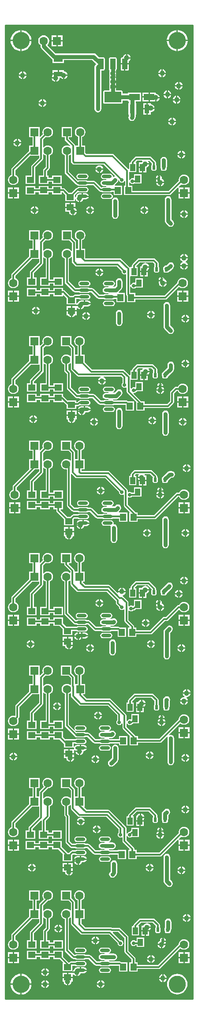
<source format=gtl>
G04 Layer_Physical_Order=1*
G04 Layer_Color=255*
%FSLAX25Y25*%
%MOIN*%
G70*
G01*
G75*
G04:AMPARAMS|DCode=10|XSize=21.65mil|YSize=31.5mil|CornerRadius=1.95mil|HoleSize=0mil|Usage=FLASHONLY|Rotation=0.000|XOffset=0mil|YOffset=0mil|HoleType=Round|Shape=RoundedRectangle|*
%AMROUNDEDRECTD10*
21,1,0.02165,0.02760,0,0,0.0*
21,1,0.01776,0.03150,0,0,0.0*
1,1,0.00390,0.00888,-0.01380*
1,1,0.00390,-0.00888,-0.01380*
1,1,0.00390,-0.00888,0.01380*
1,1,0.00390,0.00888,0.01380*
%
%ADD10ROUNDEDRECTD10*%
%ADD11R,0.03937X0.05512*%
%ADD12R,0.04724X0.05709*%
%ADD13R,0.05709X0.04724*%
%ADD14O,0.07480X0.02362*%
%ADD15R,0.07874X0.04724*%
G04:AMPARAMS|DCode=16|XSize=39.37mil|YSize=80.71mil|CornerRadius=1.97mil|HoleSize=0mil|Usage=FLASHONLY|Rotation=0.000|XOffset=0mil|YOffset=0mil|HoleType=Round|Shape=RoundedRectangle|*
%AMROUNDEDRECTD16*
21,1,0.03937,0.07677,0,0,0.0*
21,1,0.03543,0.08071,0,0,0.0*
1,1,0.00394,0.01772,-0.03839*
1,1,0.00394,-0.01772,-0.03839*
1,1,0.00394,-0.01772,0.03839*
1,1,0.00394,0.01772,0.03839*
%
%ADD16ROUNDEDRECTD16*%
G04:AMPARAMS|DCode=17|XSize=127.95mil|YSize=80.71mil|CornerRadius=2.02mil|HoleSize=0mil|Usage=FLASHONLY|Rotation=0.000|XOffset=0mil|YOffset=0mil|HoleType=Round|Shape=RoundedRectangle|*
%AMROUNDEDRECTD17*
21,1,0.12795,0.07667,0,0,0.0*
21,1,0.12392,0.08071,0,0,0.0*
1,1,0.00404,0.06196,-0.03834*
1,1,0.00404,-0.06196,-0.03834*
1,1,0.00404,-0.06196,0.03834*
1,1,0.00404,0.06196,0.03834*
%
%ADD17ROUNDEDRECTD17*%
%ADD18R,0.03740X0.06693*%
%ADD19R,0.06693X0.03740*%
%ADD20C,0.01400*%
%ADD21C,0.03000*%
%ADD22C,0.01000*%
%ADD23C,0.00236*%
%ADD24C,0.00800*%
%ADD25C,0.13000*%
%ADD26C,0.06299*%
%ADD27R,0.06299X0.06299*%
%ADD28R,0.06299X0.06299*%
%ADD29C,0.03937*%
%ADD30C,0.02756*%
G36*
X141732Y-736221D02*
X0D01*
Y0D01*
X141732D01*
Y-736221D01*
D02*
G37*
%LPC*%
G36*
X102500Y-510072D02*
X102225Y-510108D01*
X101503Y-510407D01*
X100883Y-510883D01*
X100407Y-511503D01*
X100237Y-511913D01*
X98772D01*
Y-515169D01*
X105049D01*
X105117Y-515117D01*
X105593Y-514497D01*
X105892Y-513775D01*
X105928Y-513500D01*
X103000D01*
Y-513000D01*
X102500D01*
Y-510072D01*
D02*
G37*
G36*
X41928Y-515500D02*
X39500D01*
Y-517928D01*
X39775Y-517892D01*
X40497Y-517593D01*
X41117Y-517117D01*
X41593Y-516497D01*
X41892Y-515775D01*
X41928Y-515500D01*
D02*
G37*
G36*
X38500D02*
X36072D01*
X36108Y-515775D01*
X36407Y-516497D01*
X36883Y-517117D01*
X37503Y-517593D01*
X38225Y-517892D01*
X38500Y-517928D01*
Y-515500D01*
D02*
G37*
G36*
Y-512072D02*
X38225Y-512108D01*
X37503Y-512407D01*
X36883Y-512883D01*
X36407Y-513503D01*
X36108Y-514225D01*
X36072Y-514500D01*
X38500D01*
Y-512072D01*
D02*
G37*
G36*
X137928Y-511500D02*
X135500D01*
Y-513928D01*
X135775Y-513892D01*
X136497Y-513593D01*
X137117Y-513117D01*
X137593Y-512497D01*
X137892Y-511775D01*
X137928Y-511500D01*
D02*
G37*
G36*
X134500D02*
X132072D01*
X132108Y-511775D01*
X132407Y-512497D01*
X132883Y-513117D01*
X133503Y-513593D01*
X134225Y-513892D01*
X134500Y-513928D01*
Y-511500D01*
D02*
G37*
G36*
X39500Y-512072D02*
Y-514500D01*
X41928D01*
X41892Y-514225D01*
X41593Y-513503D01*
X41117Y-512883D01*
X40497Y-512407D01*
X39775Y-512108D01*
X39500Y-512072D01*
D02*
G37*
G36*
X111000Y-505471D02*
X98000D01*
X97415Y-505587D01*
X96919Y-505919D01*
X93178Y-509659D01*
X92847Y-510155D01*
X92730Y-510740D01*
Y-512113D01*
X91491D01*
Y-519225D01*
X97028D01*
Y-512113D01*
X95789D01*
Y-511374D01*
X98633Y-508529D01*
X110366D01*
X112731Y-510893D01*
Y-513521D01*
X112655Y-513572D01*
X112435Y-513901D01*
X112358Y-514289D01*
Y-517049D01*
X112435Y-517437D01*
X112655Y-517767D01*
X112984Y-517986D01*
X113372Y-518064D01*
X115148D01*
X115536Y-517986D01*
X115865Y-517767D01*
X116085Y-517437D01*
X116162Y-517049D01*
Y-514289D01*
X116085Y-513901D01*
X115865Y-513572D01*
X115789Y-513521D01*
Y-510260D01*
X115673Y-509675D01*
X115341Y-509178D01*
X112081Y-505919D01*
X111585Y-505587D01*
X111000Y-505471D01*
D02*
G37*
G36*
X69500Y-519072D02*
X69225Y-519108D01*
X68503Y-519407D01*
X67883Y-519883D01*
X67407Y-520503D01*
X67108Y-521225D01*
X67072Y-521500D01*
X69500D01*
Y-519072D01*
D02*
G37*
G36*
X118888Y-521733D02*
X118500D01*
Y-523831D01*
X120106D01*
Y-522951D01*
X120013Y-522485D01*
X119749Y-522089D01*
X119354Y-521825D01*
X118888Y-521733D01*
D02*
G37*
G36*
X117500D02*
X117112D01*
X116646Y-521825D01*
X116251Y-522089D01*
X115987Y-522485D01*
X115894Y-522951D01*
Y-523831D01*
X117500D01*
Y-521733D01*
D02*
G37*
G36*
X70500Y-519072D02*
Y-521500D01*
X72928D01*
X72892Y-521225D01*
X72593Y-520503D01*
X72117Y-519883D01*
X71497Y-519407D01*
X70775Y-519108D01*
X70500Y-519072D01*
D02*
G37*
G36*
X122000Y-507451D02*
X121025Y-507645D01*
X120198Y-508198D01*
X119938Y-508457D01*
X119385Y-509284D01*
X119191Y-510260D01*
Y-515276D01*
X119385Y-516251D01*
X119634Y-516623D01*
Y-517049D01*
X119727Y-517515D01*
X119991Y-517911D01*
X120386Y-518175D01*
X120852Y-518267D01*
X122628D01*
X123094Y-518175D01*
X123489Y-517911D01*
X123753Y-517515D01*
X123846Y-517049D01*
Y-516623D01*
X124095Y-516251D01*
X124289Y-515276D01*
Y-511074D01*
X124355Y-510976D01*
X124549Y-510000D01*
X124355Y-509024D01*
X123802Y-508198D01*
X122976Y-507645D01*
X122000Y-507451D01*
D02*
G37*
G36*
X104709Y-516169D02*
X102240D01*
Y-519425D01*
X104709D01*
Y-516169D01*
D02*
G37*
G36*
X101240D02*
X98772D01*
Y-519425D01*
X101240D01*
Y-516169D01*
D02*
G37*
G36*
X103500Y-510072D02*
Y-512500D01*
X105928D01*
X105892Y-512225D01*
X105593Y-511503D01*
X105117Y-510883D01*
X104497Y-510407D01*
X103775Y-510108D01*
X103500Y-510072D01*
D02*
G37*
G36*
X135928Y-471500D02*
X133500D01*
Y-473928D01*
X133775Y-473892D01*
X134497Y-473593D01*
X135117Y-473117D01*
X135593Y-472497D01*
X135892Y-471775D01*
X135928Y-471500D01*
D02*
G37*
G36*
X132500D02*
X130072D01*
X130108Y-471775D01*
X130407Y-472497D01*
X130883Y-473117D01*
X131503Y-473593D01*
X132225Y-473892D01*
X132500Y-473928D01*
Y-471500D01*
D02*
G37*
G36*
X66928D02*
X64500D01*
Y-473928D01*
X64775Y-473892D01*
X65497Y-473593D01*
X66117Y-473117D01*
X66593Y-472497D01*
X66892Y-471775D01*
X66928Y-471500D01*
D02*
G37*
G36*
X50854Y-466500D02*
X47000D01*
X43146D01*
Y-469362D01*
X45054D01*
X45108Y-469775D01*
X45407Y-470497D01*
X45883Y-471117D01*
X46503Y-471593D01*
X47225Y-471892D01*
X47500Y-471928D01*
Y-469000D01*
X48000D01*
Y-468500D01*
X50928D01*
X50892Y-468225D01*
X50854Y-468134D01*
Y-466500D01*
D02*
G37*
G36*
X21928Y-468500D02*
X19500D01*
Y-470928D01*
X19775Y-470892D01*
X20497Y-470593D01*
X21117Y-470117D01*
X21593Y-469497D01*
X21892Y-468775D01*
X21928Y-468500D01*
D02*
G37*
G36*
X18500D02*
X16072D01*
X16108Y-468775D01*
X16407Y-469497D01*
X16883Y-470117D01*
X17503Y-470593D01*
X18225Y-470892D01*
X18500Y-470928D01*
Y-468500D01*
D02*
G37*
G36*
X50928Y-469500D02*
X48500D01*
Y-471928D01*
X48775Y-471892D01*
X49497Y-471593D01*
X50117Y-471117D01*
X50593Y-470497D01*
X50892Y-469775D01*
X50928Y-469500D01*
D02*
G37*
G36*
X63500Y-471500D02*
X61072D01*
X61108Y-471775D01*
X61407Y-472497D01*
X61883Y-473117D01*
X62503Y-473593D01*
X63225Y-473892D01*
X63500Y-473928D01*
Y-471500D01*
D02*
G37*
G36*
X137500Y-502072D02*
Y-504500D01*
X139928D01*
X139892Y-504225D01*
X139593Y-503503D01*
X139117Y-502883D01*
X138497Y-502407D01*
X137775Y-502108D01*
X137500Y-502072D01*
D02*
G37*
G36*
X136500D02*
X136225Y-502108D01*
X135503Y-502407D01*
X134883Y-502883D01*
X134407Y-503503D01*
X134108Y-504225D01*
X134072Y-504500D01*
X136500D01*
Y-502072D01*
D02*
G37*
G36*
X139928Y-505500D02*
X134072D01*
X134108Y-505775D01*
X134407Y-506497D01*
X134883Y-507117D01*
X135100Y-507284D01*
X135186Y-507967D01*
X135141Y-508024D01*
X135000Y-508006D01*
X134225Y-508108D01*
X133503Y-508407D01*
X132883Y-508883D01*
X132407Y-509503D01*
X132108Y-510225D01*
X132072Y-510500D01*
X137928D01*
X137892Y-510225D01*
X137593Y-509503D01*
X137117Y-508883D01*
X136900Y-508716D01*
X136814Y-508034D01*
X136859Y-507976D01*
X137000Y-507994D01*
X137775Y-507892D01*
X138497Y-507593D01*
X139117Y-507117D01*
X139593Y-506497D01*
X139892Y-505775D01*
X139928Y-505500D01*
D02*
G37*
G36*
X56000Y-484016D02*
X54969Y-484152D01*
X54008Y-484550D01*
X53183Y-485183D01*
X52550Y-486008D01*
X52152Y-486969D01*
X52016Y-488000D01*
X52152Y-489031D01*
X52550Y-489992D01*
X53183Y-490817D01*
X54008Y-491450D01*
X54471Y-491642D01*
Y-498050D01*
X52529D01*
Y-493000D01*
X52413Y-492415D01*
X52081Y-491919D01*
X49950Y-489787D01*
Y-484050D01*
X42050D01*
Y-491950D01*
X47787D01*
X49471Y-493634D01*
Y-498689D01*
X48971Y-498936D01*
X48468Y-498550D01*
X47507Y-498152D01*
X46476Y-498016D01*
X45445Y-498152D01*
X44484Y-498550D01*
X43659Y-499183D01*
X43026Y-500008D01*
X42628Y-500969D01*
X42493Y-502000D01*
X42628Y-503031D01*
X43026Y-503992D01*
X43659Y-504817D01*
X44484Y-505450D01*
X44947Y-505642D01*
Y-529476D01*
X45063Y-530062D01*
X45395Y-530558D01*
X52419Y-537581D01*
X52618Y-537715D01*
X52761Y-537928D01*
X53416Y-538366D01*
X54189Y-538520D01*
X59307D01*
X60080Y-538366D01*
X60584Y-538029D01*
X61866D01*
X66419Y-542581D01*
X66915Y-542913D01*
X67500Y-543029D01*
X71416D01*
X71920Y-543366D01*
X72693Y-543520D01*
X77811D01*
X78584Y-543366D01*
X79088Y-543029D01*
X85901D01*
Y-544654D01*
X92225D01*
Y-537346D01*
X85901D01*
Y-539971D01*
X79088D01*
X78584Y-539634D01*
X78157Y-539549D01*
X78207Y-539049D01*
X80374D01*
X81349Y-538855D01*
X82176Y-538302D01*
X82739Y-537739D01*
X83292Y-536912D01*
X83486Y-535937D01*
X83292Y-534962D01*
X82739Y-534135D01*
X81912Y-533582D01*
X80937Y-533388D01*
X79962Y-533582D01*
X79409Y-533951D01*
X78207D01*
X78157Y-533451D01*
X78584Y-533366D01*
X79239Y-532928D01*
X79677Y-532273D01*
X79831Y-531500D01*
X79677Y-530727D01*
X79239Y-530072D01*
X78584Y-529634D01*
X77811Y-529480D01*
X72693D01*
X71920Y-529634D01*
X71265Y-530072D01*
X70827Y-530727D01*
X70673Y-531500D01*
X70827Y-532273D01*
X71265Y-532928D01*
X71920Y-533366D01*
X72693Y-533520D01*
X74856D01*
X74906Y-534020D01*
X74277Y-534145D01*
X74080Y-534276D01*
X72693D01*
X71842Y-534445D01*
X71120Y-534928D01*
X70638Y-535649D01*
X70469Y-536500D01*
X70638Y-537351D01*
X71120Y-538072D01*
X71842Y-538555D01*
X72693Y-538724D01*
X74080D01*
X74277Y-538855D01*
X74906Y-538980D01*
X74856Y-539480D01*
X72693D01*
X71920Y-539634D01*
X71416Y-539971D01*
X68133D01*
X63581Y-535419D01*
X63085Y-535087D01*
X62500Y-534971D01*
X60584D01*
X60080Y-534634D01*
X59307Y-534480D01*
X54189D01*
X53734Y-534571D01*
X52555Y-533392D01*
X52874Y-533004D01*
X53046Y-533119D01*
X53416Y-533366D01*
X54189Y-533520D01*
X59307D01*
X60080Y-533366D01*
X60735Y-532928D01*
X61173Y-532273D01*
X61327Y-531500D01*
X61173Y-530727D01*
X60735Y-530072D01*
X60080Y-529634D01*
X59307Y-529480D01*
X54189D01*
X53416Y-529634D01*
X52761Y-530072D01*
X52323Y-530727D01*
X52169Y-531500D01*
X52323Y-532273D01*
X52570Y-532643D01*
X52685Y-532815D01*
X52297Y-533134D01*
X48006Y-528843D01*
Y-505642D01*
X48468Y-505450D01*
X49097Y-504968D01*
X49597Y-505214D01*
Y-507126D01*
X49713Y-507711D01*
X50045Y-508207D01*
X55919Y-514081D01*
X56415Y-514413D01*
X57000Y-514529D01*
X77367D01*
X84471Y-521633D01*
Y-525402D01*
X84430Y-525430D01*
X83948Y-526150D01*
X83779Y-527000D01*
X83948Y-527850D01*
X84430Y-528570D01*
X85150Y-529052D01*
X86000Y-529221D01*
X86850Y-529052D01*
X87570Y-528570D01*
X87971Y-527971D01*
X88471Y-528111D01*
Y-531063D01*
X88587Y-531648D01*
X88919Y-532144D01*
X93647Y-536873D01*
X93775Y-537346D01*
X93775D01*
X93775Y-537346D01*
Y-544654D01*
X100099D01*
Y-542529D01*
X117000D01*
X117585Y-542413D01*
X118081Y-542081D01*
X122277Y-537886D01*
X122425Y-537955D01*
X122690Y-538180D01*
X122514Y-539063D01*
Y-557000D01*
X122708Y-557975D01*
X123261Y-558802D01*
X124088Y-559355D01*
X125063Y-559549D01*
X126038Y-559355D01*
X126865Y-558802D01*
X127418Y-557975D01*
X127612Y-557000D01*
Y-539063D01*
X127418Y-538088D01*
X126865Y-537261D01*
X126038Y-536708D01*
X125063Y-536514D01*
X124180Y-536690D01*
X123955Y-536425D01*
X123886Y-536277D01*
X132275Y-527888D01*
X133008Y-528450D01*
X133969Y-528848D01*
X135000Y-528984D01*
X136031Y-528848D01*
X136992Y-528450D01*
X137817Y-527817D01*
X138450Y-526992D01*
X138848Y-526031D01*
X138984Y-525000D01*
X138848Y-523969D01*
X138450Y-523008D01*
X137817Y-522183D01*
X136992Y-521550D01*
X136031Y-521152D01*
X135000Y-521016D01*
X133969Y-521152D01*
X133008Y-521550D01*
X132183Y-522183D01*
X131550Y-523008D01*
X131152Y-523969D01*
X131044Y-524794D01*
X116367Y-539471D01*
X100099D01*
Y-537346D01*
X98304D01*
X98018Y-536919D01*
X91529Y-530430D01*
Y-528111D01*
X92029Y-527971D01*
X92430Y-528570D01*
X93150Y-529052D01*
X94000Y-529221D01*
X94850Y-529052D01*
X95570Y-528570D01*
X95638Y-528468D01*
X95916Y-528413D01*
X96412Y-528081D01*
X96607Y-527887D01*
X100768D01*
Y-520775D01*
X95231D01*
Y-524602D01*
X95102Y-524720D01*
X94731Y-524925D01*
X94000Y-524779D01*
X93150Y-524948D01*
X92430Y-525430D01*
X92029Y-526029D01*
X91529Y-525889D01*
Y-521937D01*
X91413Y-521352D01*
X91081Y-520856D01*
X89379Y-519153D01*
X89281Y-519007D01*
X79993Y-509719D01*
X79497Y-509387D01*
X78911Y-509271D01*
X61434D01*
X58574Y-506412D01*
X58766Y-505950D01*
X60426D01*
Y-498050D01*
X57529D01*
Y-491642D01*
X57992Y-491450D01*
X58817Y-490817D01*
X59450Y-489992D01*
X59848Y-489031D01*
X59984Y-488000D01*
X59848Y-486969D01*
X59450Y-486008D01*
X58817Y-485183D01*
X57992Y-484550D01*
X57031Y-484152D01*
X56000Y-484016D01*
D02*
G37*
G36*
X81000Y-464451D02*
X80024Y-464645D01*
X79198Y-465198D01*
X78645Y-466024D01*
X78451Y-467000D01*
Y-474000D01*
X78645Y-474975D01*
X79198Y-475802D01*
X80024Y-476355D01*
X81000Y-476549D01*
X81976Y-476355D01*
X82802Y-475802D01*
X83355Y-474975D01*
X83549Y-474000D01*
Y-467000D01*
X83355Y-466024D01*
X82802Y-465198D01*
X81976Y-464645D01*
X81000Y-464451D01*
D02*
G37*
G36*
X124000Y-453951D02*
X123024Y-454145D01*
X122198Y-454698D01*
X120198Y-456698D01*
X119645Y-457524D01*
X119451Y-458500D01*
Y-477000D01*
X119645Y-477976D01*
X120198Y-478802D01*
X121025Y-479355D01*
X122000Y-479549D01*
X122976Y-479355D01*
X123802Y-478802D01*
X124355Y-477976D01*
X124549Y-477000D01*
Y-459556D01*
X125802Y-458302D01*
X126355Y-457476D01*
X126549Y-456500D01*
X126355Y-455524D01*
X125802Y-454698D01*
X124976Y-454145D01*
X124000Y-453951D01*
D02*
G37*
G36*
X32000Y-484016D02*
X30969Y-484152D01*
X30008Y-484550D01*
X29183Y-485183D01*
X28550Y-486008D01*
X28152Y-486969D01*
X28016Y-488000D01*
X28152Y-489031D01*
X28344Y-489494D01*
X26412Y-491426D01*
X25950Y-491234D01*
Y-484050D01*
X18050D01*
Y-491950D01*
X20471D01*
Y-498050D01*
X18050D01*
Y-503787D01*
X7919Y-513919D01*
X7587Y-514415D01*
X7471Y-515000D01*
Y-521884D01*
X7158Y-522093D01*
X6971Y-522144D01*
X6000Y-522016D01*
X4969Y-522152D01*
X4008Y-522550D01*
X3183Y-523183D01*
X2550Y-524008D01*
X2152Y-524969D01*
X2016Y-526000D01*
X2152Y-527031D01*
X2550Y-527992D01*
X3183Y-528817D01*
X4008Y-529450D01*
X4969Y-529848D01*
X6000Y-529984D01*
X7031Y-529848D01*
X7992Y-529450D01*
X8817Y-528817D01*
X9450Y-527992D01*
X9848Y-527031D01*
X9984Y-526000D01*
X9848Y-524969D01*
X9656Y-524507D01*
X10081Y-524081D01*
X10413Y-523585D01*
X10529Y-523000D01*
Y-515633D01*
X20213Y-505950D01*
X25471D01*
Y-512366D01*
X18919Y-518919D01*
X18587Y-519415D01*
X18471Y-520000D01*
Y-525901D01*
X16346D01*
Y-532225D01*
X23654D01*
Y-525901D01*
X21529D01*
Y-520634D01*
X28081Y-514081D01*
X28413Y-513585D01*
X28529Y-513000D01*
Y-504786D01*
X29029Y-504617D01*
X29183Y-504817D01*
X30008Y-505450D01*
X30471Y-505642D01*
Y-525901D01*
X26346D01*
Y-532225D01*
X33654D01*
Y-530592D01*
X36346D01*
Y-532225D01*
X43654D01*
Y-525901D01*
X36346D01*
Y-527534D01*
X33654D01*
Y-525901D01*
X33529D01*
Y-505642D01*
X33992Y-505450D01*
X34817Y-504817D01*
X35450Y-503992D01*
X35848Y-503031D01*
X35984Y-502000D01*
X35848Y-500969D01*
X35450Y-500008D01*
X34817Y-499183D01*
X33992Y-498550D01*
X33031Y-498152D01*
X32000Y-498016D01*
X30969Y-498152D01*
X30008Y-498550D01*
X29183Y-499183D01*
X29029Y-499383D01*
X28529Y-499214D01*
Y-493634D01*
X30507Y-491656D01*
X30969Y-491848D01*
X32000Y-491984D01*
X33031Y-491848D01*
X33992Y-491450D01*
X34817Y-490817D01*
X35450Y-489992D01*
X35848Y-489031D01*
X35984Y-488000D01*
X35848Y-486969D01*
X35450Y-486008D01*
X34817Y-485183D01*
X33992Y-484550D01*
X33031Y-484152D01*
X32000Y-484016D01*
D02*
G37*
G36*
X6500Y-550072D02*
Y-552500D01*
X8928D01*
X8892Y-552225D01*
X8593Y-551503D01*
X8117Y-550883D01*
X7497Y-550407D01*
X6775Y-550108D01*
X6500Y-550072D01*
D02*
G37*
G36*
X5500D02*
X5225Y-550108D01*
X4503Y-550407D01*
X3883Y-550883D01*
X3407Y-551503D01*
X3108Y-552225D01*
X3072Y-552500D01*
X5500D01*
Y-550072D01*
D02*
G37*
G36*
X136500Y-551072D02*
Y-553500D01*
X138928D01*
X138892Y-553225D01*
X138593Y-552503D01*
X138117Y-551883D01*
X137497Y-551407D01*
X136775Y-551108D01*
X136500Y-551072D01*
D02*
G37*
G36*
X55500Y-549500D02*
X53072D01*
X53108Y-549775D01*
X53407Y-550497D01*
X53883Y-551117D01*
X54503Y-551593D01*
X55225Y-551892D01*
X55500Y-551928D01*
Y-549500D01*
D02*
G37*
G36*
X47500Y-547575D02*
X44146D01*
Y-550437D01*
X47500D01*
Y-547575D01*
D02*
G37*
G36*
X109500Y-549072D02*
Y-551500D01*
X111928D01*
X111892Y-551225D01*
X111593Y-550503D01*
X111117Y-549883D01*
X110497Y-549407D01*
X109775Y-549108D01*
X109500Y-549072D01*
D02*
G37*
G36*
X108500D02*
X108225Y-549108D01*
X107503Y-549407D01*
X106883Y-549883D01*
X106407Y-550503D01*
X106108Y-551225D01*
X106072Y-551500D01*
X108500D01*
Y-549072D01*
D02*
G37*
G36*
X135500Y-551072D02*
X135225Y-551108D01*
X134503Y-551407D01*
X133883Y-551883D01*
X133407Y-552503D01*
X133108Y-553225D01*
X133072Y-553500D01*
X135500D01*
Y-551072D01*
D02*
G37*
G36*
X8928Y-553500D02*
X6500D01*
Y-555928D01*
X6775Y-555892D01*
X7497Y-555593D01*
X8117Y-555117D01*
X8593Y-554497D01*
X8892Y-553775D01*
X8928Y-553500D01*
D02*
G37*
G36*
X5500D02*
X3072D01*
X3108Y-553775D01*
X3407Y-554497D01*
X3883Y-555117D01*
X4503Y-555593D01*
X5225Y-555892D01*
X5500Y-555928D01*
Y-553500D01*
D02*
G37*
G36*
X138928Y-554500D02*
X136500D01*
Y-556928D01*
X136775Y-556892D01*
X137497Y-556593D01*
X138117Y-556117D01*
X138593Y-555497D01*
X138892Y-554775D01*
X138928Y-554500D01*
D02*
G37*
G36*
X108500Y-552500D02*
X106072D01*
X106108Y-552775D01*
X106407Y-553497D01*
X106883Y-554117D01*
X107503Y-554593D01*
X108225Y-554892D01*
X108500Y-554928D01*
Y-552500D01*
D02*
G37*
G36*
X68500Y-552072D02*
Y-554500D01*
X70928D01*
X70892Y-554225D01*
X70593Y-553503D01*
X70117Y-552883D01*
X69497Y-552407D01*
X68775Y-552108D01*
X68500Y-552072D01*
D02*
G37*
G36*
X67500D02*
X67225Y-552108D01*
X66503Y-552407D01*
X65883Y-552883D01*
X65407Y-553503D01*
X65108Y-554225D01*
X65072Y-554500D01*
X67500D01*
Y-552072D01*
D02*
G37*
G36*
X111928Y-552500D02*
X109500D01*
Y-554928D01*
X109775Y-554892D01*
X110497Y-554593D01*
X111117Y-554117D01*
X111593Y-553497D01*
X111892Y-552775D01*
X111928Y-552500D01*
D02*
G37*
G36*
X77811Y-544480D02*
X72693D01*
X71920Y-544634D01*
X71265Y-545072D01*
X70827Y-545727D01*
X70673Y-546500D01*
X70827Y-547273D01*
X71265Y-547928D01*
X71920Y-548366D01*
X72693Y-548520D01*
X77811D01*
X78584Y-548366D01*
X79239Y-547928D01*
X79677Y-547273D01*
X79831Y-546500D01*
X79677Y-545727D01*
X79239Y-545072D01*
X78584Y-544634D01*
X77811Y-544480D01*
D02*
G37*
G36*
X117500Y-527500D02*
X115072D01*
X115108Y-527775D01*
X115407Y-528497D01*
X115883Y-529117D01*
X116503Y-529593D01*
X117225Y-529892D01*
X117500Y-529928D01*
Y-527500D01*
D02*
G37*
G36*
X139150Y-530850D02*
X135500D01*
Y-534500D01*
X139150D01*
Y-530850D01*
D02*
G37*
G36*
X134500D02*
X130850D01*
Y-534500D01*
X134500D01*
Y-530850D01*
D02*
G37*
G36*
X120928Y-527500D02*
X118500D01*
Y-529928D01*
X118775Y-529892D01*
X119497Y-529593D01*
X120117Y-529117D01*
X120593Y-528497D01*
X120892Y-527775D01*
X120928Y-527500D01*
D02*
G37*
G36*
X72928Y-522500D02*
X70500D01*
Y-524928D01*
X70775Y-524892D01*
X71497Y-524593D01*
X72117Y-524117D01*
X72593Y-523497D01*
X72892Y-522775D01*
X72928Y-522500D01*
D02*
G37*
G36*
X69500D02*
X67072D01*
X67108Y-522775D01*
X67407Y-523497D01*
X67883Y-524117D01*
X68503Y-524593D01*
X69225Y-524892D01*
X69500Y-524928D01*
Y-522500D01*
D02*
G37*
G36*
X120106Y-524831D02*
X115894D01*
Y-524874D01*
X115883Y-524883D01*
X115407Y-525503D01*
X115108Y-526225D01*
X115072Y-526500D01*
X120928D01*
X120892Y-526225D01*
X120593Y-525503D01*
X120117Y-524883D01*
X120106Y-524874D01*
Y-524831D01*
D02*
G37*
G36*
X43654Y-533775D02*
X36346D01*
Y-535408D01*
X33654D01*
Y-533775D01*
X26346D01*
Y-535408D01*
X23654D01*
Y-533775D01*
X16346D01*
Y-540099D01*
X23654D01*
Y-538466D01*
X26346D01*
Y-540099D01*
X33654D01*
Y-538466D01*
X36346D01*
Y-540099D01*
X40999D01*
X44346Y-543446D01*
Y-546225D01*
X51510D01*
X51827Y-546417D01*
X51983Y-546589D01*
X52023Y-546790D01*
X52024Y-547258D01*
X52024Y-547258D01*
X52024D01*
X51748Y-547554D01*
X51708Y-547575D01*
X51461Y-547575D01*
X48500D01*
Y-550437D01*
X51854D01*
Y-548025D01*
X51854Y-547832D01*
X52298Y-547697D01*
X52298D01*
X52298D01*
X52607Y-548059D01*
X52617Y-548072D01*
X53087Y-548387D01*
X53072Y-548500D01*
X56000D01*
Y-549000D01*
X56500D01*
Y-551928D01*
X56775Y-551892D01*
X57497Y-551593D01*
X58117Y-551117D01*
X58593Y-550497D01*
X58892Y-549775D01*
X58994Y-549000D01*
X59236Y-548724D01*
X59307D01*
X60158Y-548555D01*
X60880Y-548072D01*
X61362Y-547351D01*
X61431Y-547000D01*
X56748D01*
Y-546500D01*
X56248D01*
Y-544276D01*
X54189D01*
X53338Y-544445D01*
X52617Y-544928D01*
X52154Y-545619D01*
X52118Y-545625D01*
X51654Y-545370D01*
Y-543029D01*
X52912D01*
X53416Y-543366D01*
X54189Y-543520D01*
X59307D01*
X60080Y-543366D01*
X60735Y-542928D01*
X61173Y-542273D01*
X61327Y-541500D01*
X61173Y-540727D01*
X60735Y-540072D01*
X60080Y-539634D01*
X59307Y-539480D01*
X54189D01*
X53416Y-539634D01*
X52912Y-539971D01*
X51654D01*
Y-539901D01*
X45127D01*
X43654Y-538428D01*
Y-533775D01*
D02*
G37*
G36*
X10150Y-536500D02*
X6500D01*
Y-540150D01*
X10150D01*
Y-536500D01*
D02*
G37*
G36*
X5500D02*
X1850D01*
Y-540150D01*
X5500D01*
Y-536500D01*
D02*
G37*
G36*
X59307Y-544276D02*
X57248D01*
Y-546000D01*
X61431D01*
X61362Y-545649D01*
X60880Y-544928D01*
X60158Y-544445D01*
X59307Y-544276D01*
D02*
G37*
G36*
X134500Y-535500D02*
X130850D01*
Y-539150D01*
X134500D01*
Y-535500D01*
D02*
G37*
G36*
X10150Y-531850D02*
X6500D01*
Y-535500D01*
X10150D01*
Y-531850D01*
D02*
G37*
G36*
X5500D02*
X1850D01*
Y-535500D01*
X5500D01*
Y-531850D01*
D02*
G37*
G36*
X139150Y-535500D02*
X135500D01*
Y-539150D01*
X139150D01*
Y-535500D01*
D02*
G37*
G36*
X130500Y-430500D02*
X128072D01*
X128108Y-430775D01*
X128407Y-431497D01*
X128883Y-432117D01*
X129503Y-432593D01*
X130225Y-432892D01*
X130500Y-432928D01*
Y-430500D01*
D02*
G37*
G36*
X103240Y-429839D02*
X100772D01*
Y-433095D01*
X103240D01*
Y-429839D01*
D02*
G37*
G36*
X71500Y-434072D02*
Y-436500D01*
X73928D01*
X73892Y-436225D01*
X73593Y-435503D01*
X73117Y-434883D01*
X72497Y-434407D01*
X71775Y-434108D01*
X71500Y-434072D01*
D02*
G37*
G36*
X133928Y-430500D02*
X131500D01*
Y-432928D01*
X131775Y-432892D01*
X132497Y-432593D01*
X133117Y-432117D01*
X133593Y-431497D01*
X133892Y-430775D01*
X133928Y-430500D01*
D02*
G37*
G36*
X130500Y-427072D02*
X130225Y-427108D01*
X129503Y-427407D01*
X128883Y-427883D01*
X128407Y-428503D01*
X128108Y-429225D01*
X128072Y-429500D01*
X130500D01*
Y-427072D01*
D02*
G37*
G36*
X108260Y-420471D02*
X99000D01*
X98415Y-420587D01*
X97919Y-420919D01*
X95178Y-423659D01*
X94847Y-424155D01*
X94731Y-424740D01*
Y-425783D01*
X93491D01*
Y-432895D01*
X99028D01*
Y-425783D01*
X98009D01*
X97880Y-425283D01*
X99634Y-423529D01*
X105529D01*
X105562Y-424029D01*
X105437Y-424046D01*
X104965Y-424108D01*
X104243Y-424407D01*
X103623Y-424883D01*
X103147Y-425503D01*
X103114Y-425583D01*
X100772D01*
Y-428839D01*
X103740D01*
Y-429339D01*
X104240D01*
Y-433095D01*
X106709D01*
Y-429812D01*
X107237Y-429593D01*
X107857Y-429117D01*
X108333Y-428497D01*
X108632Y-427775D01*
X108668Y-427500D01*
X105740D01*
Y-426500D01*
X108668D01*
X108632Y-426225D01*
X108333Y-425503D01*
X107857Y-424883D01*
X107237Y-424407D01*
X106515Y-424108D01*
X106044Y-424046D01*
X105919Y-424029D01*
X105951Y-423529D01*
X107626D01*
X110656Y-426559D01*
X110655Y-426572D01*
X110435Y-426901D01*
X110358Y-427289D01*
Y-430049D01*
X110435Y-430437D01*
X110655Y-430766D01*
X110984Y-430986D01*
X111372Y-431064D01*
X113148D01*
X113536Y-430986D01*
X113865Y-430766D01*
X114085Y-430437D01*
X114162Y-430049D01*
Y-427289D01*
X114085Y-426901D01*
X113865Y-426572D01*
X113789Y-426521D01*
Y-426000D01*
X113673Y-425415D01*
X113341Y-424919D01*
X109341Y-420919D01*
X108845Y-420587D01*
X108260Y-420471D01*
D02*
G37*
G36*
X124000Y-421451D02*
X123024Y-421645D01*
X122198Y-422198D01*
X122166Y-422245D01*
X117938Y-426473D01*
X117385Y-427300D01*
X117191Y-428276D01*
X117385Y-429251D01*
X117634Y-429624D01*
Y-430049D01*
X117727Y-430515D01*
X117991Y-430911D01*
X118386Y-431175D01*
X118852Y-431267D01*
X120628D01*
X121094Y-431175D01*
X121489Y-430911D01*
X121754Y-430515D01*
X121846Y-430049D01*
Y-429774D01*
X125802Y-425818D01*
X126355Y-424991D01*
X126549Y-424016D01*
Y-424000D01*
X126355Y-423025D01*
X125802Y-422198D01*
X124976Y-421645D01*
X124000Y-421451D01*
D02*
G37*
G36*
X70500Y-434072D02*
X70225Y-434108D01*
X69503Y-434407D01*
X68883Y-434883D01*
X68407Y-435503D01*
X68108Y-436225D01*
X68072Y-436500D01*
X70500D01*
Y-434072D01*
D02*
G37*
G36*
X119928Y-440500D02*
X117500D01*
Y-442928D01*
X117775Y-442892D01*
X118497Y-442593D01*
X119117Y-442117D01*
X119593Y-441497D01*
X119892Y-440775D01*
X119928Y-440500D01*
D02*
G37*
G36*
X116500D02*
X114072D01*
X114108Y-440775D01*
X114407Y-441497D01*
X114883Y-442117D01*
X115503Y-442593D01*
X116225Y-442892D01*
X116500Y-442928D01*
Y-440500D01*
D02*
G37*
G36*
X60307Y-444480D02*
X55189D01*
X54416Y-444634D01*
X53761Y-445072D01*
X53323Y-445727D01*
X53169Y-446500D01*
X53323Y-447273D01*
X53761Y-447928D01*
X54416Y-448366D01*
X55189Y-448520D01*
X60307D01*
X61080Y-448366D01*
X61735Y-447928D01*
X62173Y-447273D01*
X62327Y-446500D01*
X62173Y-445727D01*
X61735Y-445072D01*
X61080Y-444634D01*
X60307Y-444480D01*
D02*
G37*
G36*
X70500Y-437500D02*
X68072D01*
X68108Y-437775D01*
X68407Y-438497D01*
X68883Y-439117D01*
X69503Y-439593D01*
X70225Y-439892D01*
X70500Y-439928D01*
Y-437500D01*
D02*
G37*
G36*
X115500Y-434732D02*
X115112D01*
X114646Y-434825D01*
X114251Y-435089D01*
X113987Y-435485D01*
X113894Y-435951D01*
Y-436831D01*
X115500D01*
Y-434732D01*
D02*
G37*
G36*
X116888D02*
X116500D01*
Y-437331D01*
X116000D01*
Y-437831D01*
X113894D01*
Y-438711D01*
X113987Y-439177D01*
X114093Y-439336D01*
X114072Y-439500D01*
X119928D01*
X119892Y-439225D01*
X119593Y-438503D01*
X119117Y-437883D01*
X118497Y-437407D01*
X118106Y-437245D01*
Y-435951D01*
X118013Y-435485D01*
X117749Y-435089D01*
X117354Y-434825D01*
X116888Y-434732D01*
D02*
G37*
G36*
X73928Y-437500D02*
X71500D01*
Y-439928D01*
X71775Y-439892D01*
X72497Y-439593D01*
X73117Y-439117D01*
X73593Y-438497D01*
X73892Y-437775D01*
X73928Y-437500D01*
D02*
G37*
G36*
X131500Y-427072D02*
Y-429500D01*
X133928D01*
X133892Y-429225D01*
X133593Y-428503D01*
X133117Y-427883D01*
X132497Y-427407D01*
X131775Y-427108D01*
X131500Y-427072D01*
D02*
G37*
G36*
X51854Y-383500D02*
X48000D01*
X44146D01*
Y-386362D01*
X45054D01*
X45108Y-386775D01*
X45407Y-387497D01*
X45883Y-388117D01*
X46503Y-388593D01*
X47225Y-388892D01*
X47500Y-388928D01*
Y-386000D01*
X48500D01*
Y-388928D01*
X48775Y-388892D01*
X49497Y-388593D01*
X50117Y-388117D01*
X50593Y-387497D01*
X50892Y-386775D01*
X50946Y-386362D01*
X51854D01*
Y-383500D01*
D02*
G37*
G36*
X79811Y-374480D02*
X74693D01*
X73920Y-374634D01*
X73265Y-375072D01*
X72827Y-375727D01*
X72673Y-376500D01*
X72827Y-377273D01*
X73265Y-377928D01*
X73920Y-378366D01*
X74693Y-378520D01*
X79381D01*
X79648Y-379020D01*
X79645Y-379025D01*
X79451Y-380000D01*
Y-389000D01*
X79645Y-389976D01*
X80198Y-390802D01*
X81024Y-391355D01*
X82000Y-391549D01*
X82976Y-391355D01*
X83802Y-390802D01*
X84355Y-389976D01*
X84549Y-389000D01*
Y-380000D01*
X84355Y-379025D01*
X83802Y-378198D01*
X82976Y-377645D01*
X82108Y-377473D01*
X82097Y-377467D01*
X81823Y-377150D01*
X81733Y-376994D01*
X81831Y-376500D01*
X81677Y-375727D01*
X81239Y-375072D01*
X80584Y-374634D01*
X79811Y-374480D01*
D02*
G37*
G36*
X121000Y-371451D02*
X120025Y-371645D01*
X119198Y-372198D01*
X118645Y-373025D01*
X118451Y-374000D01*
Y-393000D01*
X118645Y-393975D01*
X119198Y-394802D01*
X120025Y-395355D01*
X121000Y-395549D01*
X121976Y-395355D01*
X122802Y-394802D01*
X123355Y-393975D01*
X123549Y-393000D01*
Y-374000D01*
X123355Y-373025D01*
X122802Y-372198D01*
X121976Y-371645D01*
X121000Y-371451D01*
D02*
G37*
G36*
X106500Y-384500D02*
X104072D01*
X104108Y-384775D01*
X104407Y-385497D01*
X104883Y-386117D01*
X105503Y-386593D01*
X106225Y-386892D01*
X106500Y-386928D01*
Y-384500D01*
D02*
G37*
G36*
X138928D02*
X136500D01*
Y-386928D01*
X136775Y-386892D01*
X137497Y-386593D01*
X138117Y-386117D01*
X138593Y-385497D01*
X138892Y-384775D01*
X138928Y-384500D01*
D02*
G37*
G36*
X135500D02*
X133072D01*
X133108Y-384775D01*
X133407Y-385497D01*
X133883Y-386117D01*
X134503Y-386593D01*
X135225Y-386892D01*
X135500Y-386928D01*
Y-384500D01*
D02*
G37*
G36*
X109928D02*
X107500D01*
Y-386928D01*
X107775Y-386892D01*
X108497Y-386593D01*
X109117Y-386117D01*
X109593Y-385497D01*
X109892Y-384775D01*
X109928Y-384500D01*
D02*
G37*
G36*
X32000Y-399016D02*
X30969Y-399152D01*
X30008Y-399550D01*
X29183Y-400183D01*
X28550Y-401008D01*
X28152Y-401969D01*
X28016Y-403000D01*
X28152Y-404031D01*
X28344Y-404494D01*
X26412Y-406426D01*
X25950Y-406234D01*
Y-399050D01*
X18050D01*
Y-406950D01*
X20471D01*
Y-413050D01*
X18050D01*
Y-418787D01*
X4919Y-431919D01*
X4587Y-432415D01*
X4471Y-433000D01*
Y-436358D01*
X4008Y-436550D01*
X3183Y-437183D01*
X2550Y-438008D01*
X2152Y-438969D01*
X2016Y-440000D01*
X2152Y-441031D01*
X2550Y-441992D01*
X3183Y-442817D01*
X4008Y-443450D01*
X4969Y-443848D01*
X6000Y-443984D01*
X7031Y-443848D01*
X7992Y-443450D01*
X8817Y-442817D01*
X9450Y-441992D01*
X9848Y-441031D01*
X9984Y-440000D01*
X9848Y-438969D01*
X9450Y-438008D01*
X8817Y-437183D01*
X7992Y-436550D01*
X7529Y-436358D01*
Y-433634D01*
X20213Y-420950D01*
X25471D01*
Y-422367D01*
X18919Y-428919D01*
X18587Y-429415D01*
X18471Y-430000D01*
Y-439838D01*
X16346D01*
Y-446162D01*
X23654D01*
Y-439838D01*
X21529D01*
Y-430633D01*
X28081Y-424082D01*
X28413Y-423585D01*
X28529Y-423000D01*
Y-419786D01*
X29029Y-419617D01*
X29183Y-419817D01*
X30008Y-420450D01*
X30471Y-420642D01*
Y-439901D01*
X26346D01*
Y-446225D01*
X33654D01*
Y-444592D01*
X36346D01*
Y-446288D01*
X43654D01*
Y-439964D01*
X36346D01*
Y-441534D01*
X33654D01*
Y-439901D01*
X33529D01*
Y-420642D01*
X33992Y-420450D01*
X34817Y-419817D01*
X35450Y-418992D01*
X35848Y-418031D01*
X35984Y-417000D01*
X35848Y-415969D01*
X35450Y-415008D01*
X34817Y-414183D01*
X33992Y-413550D01*
X33031Y-413152D01*
X32000Y-413016D01*
X30969Y-413152D01*
X30008Y-413550D01*
X29183Y-414183D01*
X29029Y-414383D01*
X28529Y-414214D01*
Y-408634D01*
X30507Y-406656D01*
X30969Y-406848D01*
X32000Y-406984D01*
X33031Y-406848D01*
X33992Y-406450D01*
X34817Y-405817D01*
X35450Y-404992D01*
X35848Y-404031D01*
X35984Y-403000D01*
X35848Y-401969D01*
X35450Y-401008D01*
X34817Y-400183D01*
X33992Y-399550D01*
X33031Y-399152D01*
X32000Y-399016D01*
D02*
G37*
G36*
X134500Y-420500D02*
X132072D01*
X132108Y-420775D01*
X132407Y-421497D01*
X132883Y-422117D01*
X133503Y-422593D01*
X134225Y-422892D01*
X134500Y-422928D01*
Y-420500D01*
D02*
G37*
G36*
X88563Y-425347D02*
Y-427776D01*
X90991D01*
X90955Y-427501D01*
X90656Y-426779D01*
X90180Y-426158D01*
X89560Y-425683D01*
X88838Y-425384D01*
X88563Y-425347D01*
D02*
G37*
G36*
X87563D02*
X87288Y-425384D01*
X86566Y-425683D01*
X85946Y-426158D01*
X85470Y-426779D01*
X85171Y-427501D01*
X85135Y-427776D01*
X87563D01*
Y-425347D01*
D02*
G37*
G36*
X137928Y-420500D02*
X135500D01*
Y-422928D01*
X135775Y-422892D01*
X136497Y-422593D01*
X137117Y-422117D01*
X137593Y-421497D01*
X137892Y-420775D01*
X137928Y-420500D01*
D02*
G37*
G36*
X56000Y-399016D02*
X54969Y-399152D01*
X54008Y-399550D01*
X53183Y-400183D01*
X52550Y-401008D01*
X52152Y-401969D01*
X52016Y-403000D01*
X52152Y-404031D01*
X52550Y-404992D01*
X53183Y-405817D01*
X54008Y-406450D01*
X54471Y-406641D01*
Y-413050D01*
X52179D01*
Y-412350D01*
X52063Y-411765D01*
X51731Y-411269D01*
X47912Y-407450D01*
X48119Y-406950D01*
X49950D01*
Y-399050D01*
X42050D01*
Y-406950D01*
X44471D01*
Y-407701D01*
X44587Y-408286D01*
X44919Y-408782D01*
X49120Y-412984D01*
Y-413786D01*
X48620Y-414032D01*
X47992Y-413550D01*
X47031Y-413152D01*
X46000Y-413016D01*
X44969Y-413152D01*
X44008Y-413550D01*
X43183Y-414183D01*
X42550Y-415008D01*
X42152Y-415969D01*
X42016Y-417000D01*
X42152Y-418031D01*
X42550Y-418992D01*
X43183Y-419817D01*
X44008Y-420450D01*
X44471Y-420642D01*
Y-444874D01*
X44587Y-445459D01*
X44919Y-445956D01*
X51544Y-452581D01*
X52041Y-452913D01*
X52626Y-453029D01*
X53912D01*
X54416Y-453366D01*
X55189Y-453520D01*
X60307D01*
X61080Y-453366D01*
X61584Y-453029D01*
X62366D01*
X66919Y-457581D01*
X67415Y-457913D01*
X68000Y-458029D01*
X72416D01*
X72920Y-458366D01*
X73693Y-458520D01*
X78811D01*
X79584Y-458366D01*
X80088Y-458029D01*
X84838D01*
Y-462654D01*
X91162D01*
Y-455346D01*
X86472D01*
X86085Y-455087D01*
X85500Y-454971D01*
X80088D01*
X79584Y-454634D01*
X79157Y-454549D01*
X79207Y-454049D01*
X81437D01*
X82412Y-453855D01*
X83239Y-453302D01*
X83739Y-452802D01*
X84292Y-451975D01*
X84486Y-451000D01*
X84292Y-450025D01*
X83739Y-449198D01*
X82912Y-448645D01*
X81937Y-448451D01*
X80962Y-448645D01*
X80504Y-448951D01*
X79207D01*
X79157Y-448451D01*
X79584Y-448366D01*
X80239Y-447928D01*
X80677Y-447273D01*
X80831Y-446500D01*
X80677Y-445727D01*
X80239Y-445072D01*
X79584Y-444634D01*
X78811Y-444480D01*
X73693D01*
X72920Y-444634D01*
X72265Y-445072D01*
X71827Y-445727D01*
X71673Y-446500D01*
X71827Y-447273D01*
X72265Y-447928D01*
X72920Y-448366D01*
X73693Y-448520D01*
X75856D01*
X75906Y-449020D01*
X75276Y-449145D01*
X75080Y-449276D01*
X73693D01*
X72842Y-449445D01*
X72120Y-449928D01*
X71638Y-450649D01*
X71469Y-451500D01*
X71638Y-452351D01*
X72120Y-453073D01*
X72842Y-453555D01*
X73693Y-453724D01*
X75080D01*
X75276Y-453855D01*
X75906Y-453980D01*
X75856Y-454480D01*
X73693D01*
X72920Y-454634D01*
X72416Y-454971D01*
X68634D01*
X64081Y-450419D01*
X63585Y-450087D01*
X63000Y-449971D01*
X61584D01*
X61080Y-449634D01*
X60307Y-449480D01*
X55189D01*
X54416Y-449634D01*
X53912Y-449971D01*
X53259D01*
X47529Y-444241D01*
Y-420642D01*
X47992Y-420450D01*
X48620Y-419968D01*
X49120Y-420214D01*
Y-422650D01*
X49237Y-423235D01*
X49568Y-423731D01*
X53919Y-428081D01*
X54415Y-428413D01*
X55000Y-428529D01*
X76618D01*
X83471Y-435382D01*
Y-437000D01*
X83587Y-437585D01*
X83919Y-438081D01*
X85789Y-439952D01*
X85779Y-440000D01*
X85948Y-440850D01*
X86430Y-441570D01*
X87150Y-442052D01*
X88000Y-442221D01*
X88850Y-442052D01*
X89482Y-441629D01*
X89982Y-441785D01*
Y-450449D01*
X90099Y-451034D01*
X90430Y-451530D01*
X93784Y-454884D01*
X93593Y-455346D01*
X92712D01*
Y-462654D01*
X99036D01*
Y-460529D01*
X110000D01*
X110585Y-460413D01*
X111081Y-460081D01*
X120633Y-450529D01*
X122000D01*
X122585Y-450413D01*
X123081Y-450081D01*
X131093Y-442070D01*
X131693Y-442177D01*
X132183Y-442817D01*
X133008Y-443450D01*
X133969Y-443848D01*
X135000Y-443984D01*
X136031Y-443848D01*
X136992Y-443450D01*
X137817Y-442817D01*
X138450Y-441992D01*
X138848Y-441031D01*
X138984Y-440000D01*
X138848Y-438969D01*
X138450Y-438008D01*
X137817Y-437183D01*
X136992Y-436550D01*
X136031Y-436152D01*
X135000Y-436016D01*
X133969Y-436152D01*
X133008Y-436550D01*
X132183Y-437183D01*
X131550Y-438008D01*
X131359Y-438471D01*
X131000D01*
X130415Y-438587D01*
X129919Y-438919D01*
X121367Y-447471D01*
X120000D01*
X119415Y-447587D01*
X118919Y-447919D01*
X109367Y-457471D01*
X99036D01*
Y-455346D01*
X97403D01*
Y-454811D01*
X97287Y-454226D01*
X96956Y-453730D01*
X93041Y-449815D01*
Y-442820D01*
X93541Y-442645D01*
X94150Y-443052D01*
X95000Y-443221D01*
X95850Y-443052D01*
X96570Y-442570D01*
X96597Y-442529D01*
X97000D01*
X97585Y-442413D01*
X98081Y-442081D01*
X98607Y-441556D01*
X102769D01*
Y-434444D01*
X97232D01*
Y-438606D01*
X96473Y-439364D01*
X95850Y-438948D01*
X95000Y-438779D01*
X94150Y-438948D01*
X93541Y-439355D01*
X93041Y-439180D01*
Y-436512D01*
X92925Y-435926D01*
X92593Y-435430D01*
X89081Y-431919D01*
X88733Y-431686D01*
X88836Y-431177D01*
X88840Y-431167D01*
X89560Y-430869D01*
X90180Y-430393D01*
X90656Y-429773D01*
X90955Y-429050D01*
X90991Y-428776D01*
X85135D01*
X85154Y-428921D01*
X84764Y-429167D01*
X84709Y-429183D01*
X79245Y-423719D01*
X78749Y-423387D01*
X78163Y-423271D01*
X60434D01*
X58613Y-421450D01*
X58730Y-420950D01*
X59950D01*
Y-413050D01*
X57529D01*
Y-406641D01*
X57992Y-406450D01*
X58817Y-405817D01*
X59450Y-404992D01*
X59848Y-404031D01*
X59984Y-403000D01*
X59848Y-401969D01*
X59450Y-401008D01*
X58817Y-400183D01*
X57992Y-399550D01*
X57031Y-399152D01*
X56000Y-399016D01*
D02*
G37*
G36*
X135500Y-417072D02*
Y-419500D01*
X137928D01*
X137892Y-419225D01*
X137593Y-418503D01*
X137117Y-417883D01*
X136497Y-417407D01*
X135775Y-417108D01*
X135500Y-417072D01*
D02*
G37*
G36*
X134500D02*
X134225Y-417108D01*
X133503Y-417407D01*
X132883Y-417883D01*
X132407Y-418503D01*
X132108Y-419225D01*
X132072Y-419500D01*
X134500D01*
Y-417072D01*
D02*
G37*
G36*
X46500Y-462638D02*
X43146D01*
Y-465500D01*
X46500D01*
Y-462638D01*
D02*
G37*
G36*
X110500Y-465072D02*
Y-467500D01*
X112928D01*
X112892Y-467225D01*
X112593Y-466503D01*
X112117Y-465883D01*
X111497Y-465407D01*
X110775Y-465108D01*
X110500Y-465072D01*
D02*
G37*
G36*
X109500D02*
X109225Y-465108D01*
X108503Y-465407D01*
X107883Y-465883D01*
X107407Y-466503D01*
X107108Y-467225D01*
X107072Y-467500D01*
X109500D01*
Y-465072D01*
D02*
G37*
G36*
X50854Y-462638D02*
X47500D01*
Y-465500D01*
X50854D01*
Y-462638D01*
D02*
G37*
G36*
X62431Y-462000D02*
X58248D01*
Y-463724D01*
X60307D01*
X61158Y-463555D01*
X61880Y-463072D01*
X62362Y-462351D01*
X62431Y-462000D01*
D02*
G37*
G36*
X55500Y-459072D02*
Y-462000D01*
Y-464928D01*
X55775Y-464892D01*
X56497Y-464593D01*
X57117Y-464117D01*
X57248Y-463947D01*
Y-461500D01*
Y-459276D01*
X56181D01*
X55775Y-459108D01*
X55500Y-459072D01*
D02*
G37*
G36*
X54500Y-462500D02*
X52072D01*
X52108Y-462775D01*
X52407Y-463497D01*
X52883Y-464117D01*
X53503Y-464593D01*
X54225Y-464892D01*
X54500Y-464928D01*
Y-462500D01*
D02*
G37*
G36*
X19500Y-465072D02*
Y-467500D01*
X21928D01*
X21892Y-467225D01*
X21593Y-466503D01*
X21117Y-465883D01*
X20497Y-465407D01*
X19775Y-465108D01*
X19500Y-465072D01*
D02*
G37*
G36*
X63500Y-468072D02*
X63225Y-468108D01*
X62503Y-468407D01*
X61883Y-468883D01*
X61407Y-469503D01*
X61108Y-470225D01*
X61072Y-470500D01*
X63500D01*
Y-468072D01*
D02*
G37*
G36*
X112928Y-468500D02*
X110500D01*
Y-470928D01*
X110775Y-470892D01*
X111497Y-470593D01*
X112117Y-470117D01*
X112593Y-469497D01*
X112892Y-468775D01*
X112928Y-468500D01*
D02*
G37*
G36*
X109500D02*
X107072D01*
X107108Y-468775D01*
X107407Y-469497D01*
X107883Y-470117D01*
X108503Y-470593D01*
X109225Y-470892D01*
X109500Y-470928D01*
Y-468500D01*
D02*
G37*
G36*
X64500Y-468072D02*
Y-470500D01*
X66928D01*
X66892Y-470225D01*
X66593Y-469503D01*
X66117Y-468883D01*
X65497Y-468407D01*
X64775Y-468108D01*
X64500Y-468072D01*
D02*
G37*
G36*
X18500Y-465072D02*
X18225Y-465108D01*
X17503Y-465407D01*
X16883Y-465883D01*
X16407Y-466503D01*
X16108Y-467225D01*
X16072Y-467500D01*
X18500D01*
Y-465072D01*
D02*
G37*
G36*
X133500Y-468072D02*
Y-470500D01*
X135928D01*
X135892Y-470225D01*
X135593Y-469503D01*
X135117Y-468883D01*
X134497Y-468407D01*
X133775Y-468108D01*
X133500Y-468072D01*
D02*
G37*
G36*
X132500D02*
X132225Y-468108D01*
X131503Y-468407D01*
X130883Y-468883D01*
X130407Y-469503D01*
X130108Y-470225D01*
X130072Y-470500D01*
X132500D01*
Y-468072D01*
D02*
G37*
G36*
X78811Y-459480D02*
X73693D01*
X72920Y-459634D01*
X72265Y-460072D01*
X71827Y-460727D01*
X71673Y-461500D01*
X71827Y-462273D01*
X72265Y-462928D01*
X72920Y-463366D01*
X73693Y-463520D01*
X78811D01*
X79584Y-463366D01*
X80239Y-462928D01*
X80677Y-462273D01*
X80831Y-461500D01*
X80677Y-460727D01*
X80239Y-460072D01*
X79584Y-459634D01*
X78811Y-459480D01*
D02*
G37*
G36*
X106500Y-449072D02*
Y-451500D01*
X108928D01*
X108892Y-451225D01*
X108593Y-450503D01*
X108117Y-449883D01*
X107497Y-449407D01*
X106775Y-449108D01*
X106500Y-449072D01*
D02*
G37*
G36*
X105500D02*
X105225Y-449108D01*
X104503Y-449407D01*
X103883Y-449883D01*
X103407Y-450503D01*
X103108Y-451225D01*
X103072Y-451500D01*
X105500D01*
Y-449072D01*
D02*
G37*
G36*
X139150Y-450500D02*
X135500D01*
Y-454150D01*
X139150D01*
Y-450500D01*
D02*
G37*
G36*
X5500Y-445850D02*
X1850D01*
Y-449500D01*
X5500D01*
Y-445850D01*
D02*
G37*
G36*
X139150D02*
X135500D01*
Y-449500D01*
X139150D01*
Y-445850D01*
D02*
G37*
G36*
X10150D02*
X6500D01*
Y-449500D01*
X10150D01*
Y-445850D01*
D02*
G37*
G36*
X134500D02*
X130850D01*
Y-449500D01*
X134500D01*
Y-445850D01*
D02*
G37*
G36*
Y-450500D02*
X130850D01*
Y-454150D01*
X134500D01*
Y-450500D01*
D02*
G37*
G36*
X23654Y-447712D02*
X16346D01*
Y-454036D01*
X23654D01*
Y-452403D01*
X26346D01*
Y-454099D01*
X33654D01*
Y-452466D01*
X36346D01*
Y-454162D01*
X40999D01*
X43346Y-456509D01*
Y-461288D01*
X50654D01*
Y-458029D01*
X53912D01*
X54416Y-458366D01*
X55189Y-458520D01*
X60307D01*
X61080Y-458366D01*
X61735Y-457928D01*
X62173Y-457273D01*
X62327Y-456500D01*
X62173Y-455727D01*
X61735Y-455072D01*
X61080Y-454634D01*
X60307Y-454480D01*
X55189D01*
X54416Y-454634D01*
X53912Y-454971D01*
X50654D01*
Y-454964D01*
X46127D01*
X43654Y-452491D01*
Y-447838D01*
X36346D01*
Y-449408D01*
X33654D01*
Y-447775D01*
X26346D01*
Y-449345D01*
X23654D01*
Y-447712D01*
D02*
G37*
G36*
X60307Y-459276D02*
X58248D01*
Y-461000D01*
X62431D01*
X62362Y-460649D01*
X61880Y-459928D01*
X61158Y-459445D01*
X60307Y-459276D01*
D02*
G37*
G36*
X54500Y-459072D02*
X54225Y-459108D01*
X53503Y-459407D01*
X52883Y-459883D01*
X52407Y-460503D01*
X52108Y-461225D01*
X52072Y-461500D01*
X54500D01*
Y-459072D01*
D02*
G37*
G36*
X105500Y-452500D02*
X103072D01*
X103108Y-452775D01*
X103407Y-453497D01*
X103883Y-454117D01*
X104503Y-454593D01*
X105225Y-454892D01*
X105500Y-454928D01*
Y-452500D01*
D02*
G37*
G36*
X10150Y-450500D02*
X6500D01*
Y-454150D01*
X10150D01*
Y-450500D01*
D02*
G37*
G36*
X5500D02*
X1850D01*
Y-454150D01*
X5500D01*
Y-450500D01*
D02*
G37*
G36*
X108928Y-452500D02*
X106500D01*
Y-454928D01*
X106775Y-454892D01*
X107497Y-454593D01*
X108117Y-454117D01*
X108593Y-453497D01*
X108892Y-452775D01*
X108928Y-452500D01*
D02*
G37*
G36*
X120928Y-695500D02*
X118500D01*
Y-697928D01*
X118775Y-697892D01*
X119497Y-697593D01*
X120117Y-697117D01*
X120593Y-696497D01*
X120892Y-695775D01*
X120928Y-695500D01*
D02*
G37*
G36*
X117500D02*
X115072D01*
X115108Y-695775D01*
X115407Y-696497D01*
X115883Y-697117D01*
X116503Y-697593D01*
X117225Y-697892D01*
X117500Y-697928D01*
Y-695500D01*
D02*
G37*
G36*
X43654Y-699775D02*
X36346D01*
Y-701408D01*
X33654D01*
Y-699775D01*
X26346D01*
Y-701408D01*
X23654D01*
Y-699775D01*
X16346D01*
Y-706099D01*
X23654D01*
Y-704466D01*
X26346D01*
Y-706099D01*
X33654D01*
Y-704466D01*
X36346D01*
Y-706099D01*
X40999D01*
X43479Y-708579D01*
X43346Y-708901D01*
X43346D01*
Y-715225D01*
X50225D01*
X50604Y-715225D01*
X51086Y-715390D01*
X51072Y-715500D01*
X54000D01*
Y-716000D01*
X54500D01*
Y-718928D01*
X54775Y-718892D01*
X55497Y-718593D01*
X56117Y-718117D01*
X56593Y-717497D01*
X56892Y-716775D01*
X56899Y-716724D01*
X59307D01*
X60158Y-716555D01*
X60880Y-716073D01*
X61362Y-715351D01*
X61431Y-715000D01*
X56748D01*
Y-714500D01*
X56248D01*
Y-712276D01*
X54189D01*
X53338Y-712445D01*
X52617Y-712927D01*
X52134Y-713649D01*
X52125Y-713697D01*
X51883Y-713883D01*
X51407Y-714503D01*
X51237Y-714913D01*
X51154Y-715113D01*
X50654Y-715014D01*
X50654Y-714759D01*
X50654Y-714759D01*
X50654Y-714746D01*
Y-711029D01*
X52912D01*
X53416Y-711366D01*
X54189Y-711520D01*
X59307D01*
X60080Y-711366D01*
X60735Y-710928D01*
X61173Y-710273D01*
X61327Y-709500D01*
X61173Y-708727D01*
X60735Y-708072D01*
X60080Y-707634D01*
X59307Y-707480D01*
X54189D01*
X53416Y-707634D01*
X52912Y-707971D01*
X49563D01*
X48978Y-708087D01*
X48482Y-708419D01*
X48063Y-708837D01*
X43654Y-704428D01*
Y-699775D01*
D02*
G37*
G36*
X67500Y-692500D02*
X65072D01*
X65108Y-692775D01*
X65407Y-693497D01*
X65883Y-694117D01*
X66503Y-694593D01*
X67225Y-694892D01*
X67500Y-694928D01*
Y-692500D01*
D02*
G37*
G36*
X104769Y-689775D02*
X99231D01*
Y-692471D01*
X98471D01*
X98444Y-692430D01*
X97724Y-691948D01*
X96874Y-691779D01*
X96024Y-691948D01*
X95304Y-692430D01*
X94822Y-693150D01*
X94653Y-694000D01*
X94822Y-694850D01*
X95304Y-695570D01*
X96024Y-696052D01*
X96874Y-696221D01*
X97724Y-696052D01*
X98444Y-695570D01*
X98471Y-695529D01*
X99231D01*
Y-696887D01*
X104769D01*
Y-689775D01*
D02*
G37*
G36*
X118500Y-690008D02*
X118112D01*
X117646Y-690101D01*
X117251Y-690365D01*
X116987Y-690760D01*
X116894Y-691226D01*
Y-692245D01*
X116503Y-692407D01*
X115883Y-692883D01*
X115407Y-693503D01*
X115108Y-694225D01*
X115072Y-694500D01*
X120982D01*
X121013Y-694452D01*
X121106Y-693986D01*
Y-693106D01*
X119000D01*
Y-692606D01*
X118500D01*
Y-690008D01*
D02*
G37*
G36*
X70928Y-692500D02*
X68500D01*
Y-694928D01*
X68775Y-694892D01*
X69497Y-694593D01*
X70117Y-694117D01*
X70593Y-693497D01*
X70892Y-692775D01*
X70928Y-692500D01*
D02*
G37*
G36*
X59307Y-697480D02*
X54189D01*
X53416Y-697634D01*
X52761Y-698072D01*
X52323Y-698727D01*
X52169Y-699500D01*
X52323Y-700273D01*
X52761Y-700928D01*
X53416Y-701366D01*
X54189Y-701520D01*
X59307D01*
X60080Y-701366D01*
X60735Y-700928D01*
X61173Y-700273D01*
X61327Y-699500D01*
X61173Y-698727D01*
X60735Y-698072D01*
X60080Y-697634D01*
X59307Y-697480D01*
D02*
G37*
G36*
X110500Y-703072D02*
Y-705500D01*
X112928D01*
X112892Y-705225D01*
X112593Y-704503D01*
X112117Y-703883D01*
X111497Y-703407D01*
X110775Y-703108D01*
X110500Y-703072D01*
D02*
G37*
G36*
X109500D02*
X109225Y-703108D01*
X108503Y-703407D01*
X107883Y-703883D01*
X107407Y-704503D01*
X107108Y-705225D01*
X107072Y-705500D01*
X109500D01*
Y-703072D01*
D02*
G37*
G36*
X112928Y-706500D02*
X110500D01*
Y-708928D01*
X110775Y-708892D01*
X111497Y-708593D01*
X112117Y-708117D01*
X112593Y-707497D01*
X112892Y-706775D01*
X112928Y-706500D01*
D02*
G37*
G36*
X5500Y-700850D02*
X1850D01*
Y-704500D01*
X5500D01*
Y-700850D01*
D02*
G37*
G36*
X139150D02*
X135500D01*
Y-704500D01*
X139150D01*
Y-700850D01*
D02*
G37*
G36*
X10150D02*
X6500D01*
Y-704500D01*
X10150D01*
Y-700850D01*
D02*
G37*
G36*
X134500D02*
X130850D01*
Y-704500D01*
X134500D01*
Y-700850D01*
D02*
G37*
G36*
X119888Y-690008D02*
X119500D01*
Y-692106D01*
X121106D01*
Y-691226D01*
X121013Y-690760D01*
X120749Y-690365D01*
X120354Y-690101D01*
X119888Y-690008D01*
D02*
G37*
G36*
X136500Y-675500D02*
X134072D01*
X134108Y-675775D01*
X134407Y-676497D01*
X134883Y-677117D01*
X135503Y-677593D01*
X136225Y-677892D01*
X136500Y-677928D01*
Y-675500D01*
D02*
G37*
G36*
X40500Y-680072D02*
Y-682500D01*
X42928D01*
X42892Y-682225D01*
X42593Y-681503D01*
X42117Y-680883D01*
X41497Y-680407D01*
X40775Y-680108D01*
X40500Y-680072D01*
D02*
G37*
G36*
X39500D02*
X39225Y-680108D01*
X38503Y-680407D01*
X37883Y-680883D01*
X37407Y-681503D01*
X37108Y-682225D01*
X37072Y-682500D01*
X39500D01*
Y-680072D01*
D02*
G37*
G36*
X139928Y-675500D02*
X137500D01*
Y-677928D01*
X137775Y-677892D01*
X138497Y-677593D01*
X139117Y-677117D01*
X139593Y-676497D01*
X139892Y-675775D01*
X139928Y-675500D01*
D02*
G37*
G36*
X32000Y-654016D02*
X30969Y-654152D01*
X30008Y-654550D01*
X29183Y-655183D01*
X28550Y-656008D01*
X28152Y-656969D01*
X28016Y-658000D01*
X28152Y-659031D01*
X28550Y-659992D01*
X29112Y-660725D01*
X25919Y-663919D01*
X25587Y-664415D01*
X25471Y-665000D01*
Y-668063D01*
X23529D01*
Y-661950D01*
X25950D01*
Y-654050D01*
X18050D01*
Y-661950D01*
X20471D01*
Y-668063D01*
X18050D01*
Y-673800D01*
X4919Y-686932D01*
X4587Y-687428D01*
X4471Y-688013D01*
Y-691359D01*
X4008Y-691550D01*
X3183Y-692183D01*
X2550Y-693008D01*
X2152Y-693969D01*
X2016Y-695000D01*
X2152Y-696031D01*
X2550Y-696992D01*
X3183Y-697817D01*
X4008Y-698450D01*
X4969Y-698848D01*
X6000Y-698984D01*
X7031Y-698848D01*
X7992Y-698450D01*
X8817Y-697817D01*
X9450Y-696992D01*
X9848Y-696031D01*
X9984Y-695000D01*
X9848Y-693969D01*
X9450Y-693008D01*
X8817Y-692183D01*
X7992Y-691550D01*
X7529Y-691359D01*
Y-688647D01*
X20213Y-675963D01*
X25471D01*
Y-678367D01*
X18919Y-684919D01*
X18587Y-685415D01*
X18471Y-686000D01*
Y-691901D01*
X16346D01*
Y-698225D01*
X23654D01*
Y-691901D01*
X21529D01*
Y-686633D01*
X28081Y-680082D01*
X28413Y-679585D01*
X28529Y-679000D01*
Y-674799D01*
X29029Y-674630D01*
X29183Y-674830D01*
X30008Y-675463D01*
X30471Y-675655D01*
Y-682367D01*
X28919Y-683919D01*
X28587Y-684415D01*
X28471Y-685000D01*
Y-691901D01*
X26346D01*
Y-698225D01*
X33654D01*
Y-696592D01*
X36346D01*
Y-698225D01*
X43654D01*
Y-691901D01*
X36346D01*
Y-693534D01*
X33654D01*
Y-691901D01*
X31529D01*
Y-685634D01*
X33081Y-684081D01*
X33413Y-683585D01*
X33529Y-683000D01*
Y-675655D01*
X33992Y-675463D01*
X34817Y-674830D01*
X35450Y-674005D01*
X35848Y-673044D01*
X35984Y-672013D01*
X35848Y-670982D01*
X35450Y-670021D01*
X34817Y-669196D01*
X33992Y-668563D01*
X33031Y-668165D01*
X32000Y-668029D01*
X30969Y-668165D01*
X30008Y-668563D01*
X29183Y-669196D01*
X29029Y-669396D01*
X28529Y-669227D01*
Y-665633D01*
X32206Y-661957D01*
X33031Y-661848D01*
X33992Y-661450D01*
X34817Y-660817D01*
X35450Y-659992D01*
X35848Y-659031D01*
X35984Y-658000D01*
X35848Y-656969D01*
X35450Y-656008D01*
X34817Y-655183D01*
X33992Y-654550D01*
X33031Y-654152D01*
X32000Y-654016D01*
D02*
G37*
G36*
X137500Y-672072D02*
Y-674500D01*
X139928D01*
X139892Y-674225D01*
X139593Y-673503D01*
X139117Y-672883D01*
X138497Y-672407D01*
X137775Y-672108D01*
X137500Y-672072D01*
D02*
G37*
G36*
X136500D02*
X136225Y-672108D01*
X135503Y-672407D01*
X134883Y-672883D01*
X134407Y-673503D01*
X134108Y-674225D01*
X134072Y-674500D01*
X136500D01*
Y-672072D01*
D02*
G37*
G36*
X42928Y-683500D02*
X40500D01*
Y-685928D01*
X40775Y-685892D01*
X41497Y-685593D01*
X42117Y-685117D01*
X42593Y-684497D01*
X42892Y-683775D01*
X42928Y-683500D01*
D02*
G37*
G36*
X105240Y-685169D02*
X102772D01*
Y-688425D01*
X105240D01*
Y-685169D01*
D02*
G37*
G36*
X68500Y-689072D02*
Y-691500D01*
X70928D01*
X70892Y-691225D01*
X70593Y-690503D01*
X70117Y-689883D01*
X69497Y-689407D01*
X68775Y-689108D01*
X68500Y-689072D01*
D02*
G37*
G36*
X67500D02*
X67225Y-689108D01*
X66503Y-689407D01*
X65883Y-689883D01*
X65407Y-690503D01*
X65108Y-691225D01*
X65072Y-691500D01*
X67500D01*
Y-689072D01*
D02*
G37*
G36*
X108709Y-685169D02*
X106240D01*
Y-688425D01*
X108709D01*
Y-685169D01*
D02*
G37*
G36*
X39500Y-683500D02*
X37072D01*
X37108Y-683775D01*
X37407Y-684497D01*
X37883Y-685117D01*
X38503Y-685593D01*
X39225Y-685892D01*
X39500Y-685928D01*
Y-683500D01*
D02*
G37*
G36*
X112000Y-675471D02*
X102000D01*
X101415Y-675587D01*
X100919Y-675919D01*
X97178Y-679659D01*
X96847Y-680155D01*
X96731Y-680740D01*
Y-681113D01*
X95491D01*
Y-688225D01*
X101028D01*
Y-681113D01*
X100703D01*
X100511Y-680652D01*
X102634Y-678529D01*
X106789D01*
X106821Y-679029D01*
X106696Y-679046D01*
X106225Y-679108D01*
X105503Y-679407D01*
X104883Y-679883D01*
X104407Y-680503D01*
X104237Y-680913D01*
X102772D01*
Y-684169D01*
X109049D01*
X109117Y-684117D01*
X109593Y-683497D01*
X109892Y-682775D01*
X109928Y-682500D01*
X107000D01*
Y-681500D01*
X109928D01*
X109892Y-681225D01*
X109593Y-680503D01*
X109117Y-679883D01*
X108497Y-679407D01*
X107775Y-679108D01*
X107304Y-679046D01*
X107179Y-679029D01*
X107211Y-678529D01*
X111366D01*
X113731Y-680893D01*
Y-681797D01*
X113655Y-681848D01*
X113435Y-682177D01*
X113358Y-682565D01*
Y-685325D01*
X113435Y-685713D01*
X113655Y-686042D01*
X113984Y-686262D01*
X114372Y-686339D01*
X116148D01*
X116536Y-686262D01*
X116865Y-686042D01*
X117085Y-685713D01*
X117162Y-685325D01*
Y-682565D01*
X117085Y-682177D01*
X116865Y-681848D01*
X116789Y-681797D01*
Y-680260D01*
X116673Y-679675D01*
X116341Y-679178D01*
X113081Y-675919D01*
X112585Y-675587D01*
X112000Y-675471D01*
D02*
G37*
G36*
X123063Y-675451D02*
X122088Y-675645D01*
X121261Y-676198D01*
X120708Y-677025D01*
X120514Y-678000D01*
Y-682383D01*
X120385Y-682576D01*
X120191Y-683551D01*
X120385Y-684527D01*
X120634Y-684899D01*
Y-685325D01*
X120727Y-685791D01*
X120991Y-686186D01*
X121386Y-686450D01*
X121852Y-686543D01*
X123628D01*
X124094Y-686450D01*
X124489Y-686186D01*
X124753Y-685791D01*
X124846Y-685325D01*
Y-685050D01*
X124865Y-685031D01*
X125418Y-684204D01*
X125612Y-683228D01*
Y-678000D01*
X125418Y-677025D01*
X124865Y-676198D01*
X124038Y-675645D01*
X123063Y-675451D01*
D02*
G37*
G36*
X29500Y-722072D02*
X29225Y-722108D01*
X28503Y-722407D01*
X27883Y-722883D01*
X27407Y-723503D01*
X27108Y-724225D01*
X27072Y-724500D01*
X29500D01*
Y-722072D01*
D02*
G37*
G36*
X12311Y-717111D02*
Y-724500D01*
X19700D01*
X19597Y-723451D01*
X19145Y-721962D01*
X18411Y-720590D01*
X17424Y-719387D01*
X16221Y-718400D01*
X14849Y-717666D01*
X13360Y-717214D01*
X12311Y-717111D01*
D02*
G37*
G36*
X11311D02*
X10262Y-717214D01*
X8773Y-717666D01*
X7401Y-718400D01*
X6198Y-719387D01*
X5211Y-720590D01*
X4477Y-721962D01*
X4025Y-723451D01*
X3922Y-724500D01*
X11311D01*
Y-717111D01*
D02*
G37*
G36*
X30500Y-722072D02*
Y-724500D01*
X32928D01*
X32892Y-724225D01*
X32593Y-723503D01*
X32117Y-722883D01*
X31497Y-722407D01*
X30775Y-722108D01*
X30500Y-722072D01*
D02*
G37*
G36*
X118572Y-721000D02*
X116143D01*
X116180Y-721275D01*
X116479Y-721997D01*
X116955Y-722617D01*
X117575Y-723093D01*
X118297Y-723392D01*
X118572Y-723428D01*
Y-721000D01*
D02*
G37*
G36*
X72500Y-722072D02*
Y-724500D01*
X74928D01*
X74892Y-724225D01*
X74593Y-723503D01*
X74117Y-722883D01*
X73497Y-722407D01*
X72775Y-722108D01*
X72500Y-722072D01*
D02*
G37*
G36*
X71500D02*
X71225Y-722108D01*
X70503Y-722407D01*
X69883Y-722883D01*
X69407Y-723503D01*
X69108Y-724225D01*
X69072Y-724500D01*
X71500D01*
Y-722072D01*
D02*
G37*
G36*
X50854Y-720437D02*
X47000D01*
X43146D01*
Y-723299D01*
X44045D01*
X44108Y-723775D01*
X44407Y-724497D01*
X44883Y-725117D01*
X45503Y-725593D01*
X46225Y-725892D01*
X46500Y-725928D01*
Y-723000D01*
X47500D01*
Y-725928D01*
X47775Y-725892D01*
X48497Y-725593D01*
X49117Y-725117D01*
X49593Y-724497D01*
X49892Y-723775D01*
X49955Y-723299D01*
X50854D01*
Y-720437D01*
D02*
G37*
G36*
X129921Y-717263D02*
X128412Y-717411D01*
X126960Y-717852D01*
X125623Y-718567D01*
X124450Y-719529D01*
X123488Y-720701D01*
X122773Y-722039D01*
X122333Y-723490D01*
X122184Y-725000D01*
X122333Y-726510D01*
X122773Y-727961D01*
X123488Y-729299D01*
X124450Y-730471D01*
X125623Y-731433D01*
X126960Y-732148D01*
X128412Y-732589D01*
X129921Y-732737D01*
X131431Y-732589D01*
X132882Y-732148D01*
X134220Y-731433D01*
X135392Y-730471D01*
X136355Y-729299D01*
X137070Y-727961D01*
X137510Y-726510D01*
X137659Y-725000D01*
X137510Y-723490D01*
X137070Y-722039D01*
X136355Y-720701D01*
X135392Y-719529D01*
X134220Y-718567D01*
X132882Y-717852D01*
X131431Y-717411D01*
X129921Y-717263D01*
D02*
G37*
G36*
X19700Y-725500D02*
X12311D01*
Y-732889D01*
X13360Y-732786D01*
X14849Y-732334D01*
X16221Y-731600D01*
X17424Y-730613D01*
X18411Y-729410D01*
X19145Y-728038D01*
X19597Y-726549D01*
X19700Y-725500D01*
D02*
G37*
G36*
X11311D02*
X3922D01*
X4025Y-726549D01*
X4477Y-728038D01*
X5211Y-729410D01*
X6198Y-730613D01*
X7401Y-731600D01*
X8773Y-732334D01*
X10262Y-732786D01*
X11311Y-732889D01*
Y-725500D01*
D02*
G37*
G36*
X29500D02*
X27072D01*
X27108Y-725775D01*
X27407Y-726497D01*
X27883Y-727117D01*
X28503Y-727593D01*
X29225Y-727892D01*
X29500Y-727928D01*
Y-725500D01*
D02*
G37*
G36*
X74928D02*
X72500D01*
Y-727928D01*
X72775Y-727892D01*
X73497Y-727593D01*
X74117Y-727117D01*
X74593Y-726497D01*
X74892Y-725775D01*
X74928Y-725500D01*
D02*
G37*
G36*
X71500D02*
X69072D01*
X69108Y-725775D01*
X69407Y-726497D01*
X69883Y-727117D01*
X70503Y-727593D01*
X71225Y-727892D01*
X71500Y-727928D01*
Y-725500D01*
D02*
G37*
G36*
X32928D02*
X30500D01*
Y-727928D01*
X30775Y-727892D01*
X31497Y-727593D01*
X32117Y-727117D01*
X32593Y-726497D01*
X32892Y-725775D01*
X32928Y-725500D01*
D02*
G37*
G36*
X122000Y-721000D02*
X119572D01*
Y-723428D01*
X119847Y-723392D01*
X120569Y-723093D01*
X121189Y-722617D01*
X121665Y-721997D01*
X121964Y-721275D01*
X122000Y-721000D01*
D02*
G37*
G36*
X5500Y-705500D02*
X1850D01*
Y-709150D01*
X5500D01*
Y-705500D01*
D02*
G37*
G36*
X59307Y-712276D02*
X57248D01*
Y-714000D01*
X61431D01*
X61362Y-713649D01*
X60880Y-712927D01*
X60158Y-712445D01*
X59307Y-712276D01*
D02*
G37*
G36*
X30500Y-713072D02*
Y-715500D01*
X32928D01*
X32892Y-715225D01*
X32593Y-714503D01*
X32117Y-713883D01*
X31497Y-713407D01*
X30775Y-713108D01*
X30500Y-713072D01*
D02*
G37*
G36*
X10150Y-705500D02*
X6500D01*
Y-709150D01*
X10150D01*
Y-705500D01*
D02*
G37*
G36*
X109500Y-706500D02*
X107072D01*
X107108Y-706775D01*
X107407Y-707497D01*
X107883Y-708117D01*
X108503Y-708593D01*
X109225Y-708892D01*
X109500Y-708928D01*
Y-706500D01*
D02*
G37*
G36*
X139150Y-705500D02*
X135500D01*
Y-709150D01*
X139150D01*
Y-705500D01*
D02*
G37*
G36*
X134500D02*
X130850D01*
Y-709150D01*
X134500D01*
Y-705500D01*
D02*
G37*
G36*
X29500Y-713072D02*
X29225Y-713108D01*
X28503Y-713407D01*
X27883Y-713883D01*
X27407Y-714503D01*
X27108Y-715225D01*
X27072Y-715500D01*
X29500D01*
Y-713072D01*
D02*
G37*
G36*
X46500Y-716575D02*
X43146D01*
Y-719437D01*
X46500D01*
Y-716575D01*
D02*
G37*
G36*
X119572Y-717572D02*
Y-720000D01*
X122000D01*
X121964Y-719725D01*
X121665Y-719003D01*
X121189Y-718383D01*
X120569Y-717907D01*
X119847Y-717608D01*
X119572Y-717572D01*
D02*
G37*
G36*
X118572D02*
X118297Y-717608D01*
X117575Y-717907D01*
X116955Y-718383D01*
X116479Y-719003D01*
X116180Y-719725D01*
X116143Y-720000D01*
X118572D01*
Y-717572D01*
D02*
G37*
G36*
X29500Y-716500D02*
X27072D01*
X27108Y-716775D01*
X27407Y-717497D01*
X27883Y-718117D01*
X28503Y-718593D01*
X29225Y-718892D01*
X29500Y-718928D01*
Y-716500D01*
D02*
G37*
G36*
X77811Y-712480D02*
X72693D01*
X71920Y-712634D01*
X71265Y-713072D01*
X70827Y-713727D01*
X70673Y-714500D01*
X70827Y-715273D01*
X71265Y-715928D01*
X71920Y-716366D01*
X72693Y-716520D01*
X77811D01*
X78584Y-716366D01*
X79239Y-715928D01*
X79677Y-715273D01*
X79831Y-714500D01*
X79677Y-713727D01*
X79239Y-713072D01*
X78584Y-712634D01*
X77811Y-712480D01*
D02*
G37*
G36*
X53500Y-716500D02*
X50655D01*
X50577Y-716575D01*
X47500D01*
Y-719437D01*
X50854D01*
Y-717469D01*
X51354Y-717370D01*
X51407Y-717497D01*
X51883Y-718117D01*
X52503Y-718593D01*
X53225Y-718892D01*
X53500Y-718928D01*
Y-716500D01*
D02*
G37*
G36*
X32928D02*
X30500D01*
Y-718928D01*
X30775Y-718892D01*
X31497Y-718593D01*
X32117Y-718117D01*
X32593Y-717497D01*
X32892Y-716775D01*
X32928Y-716500D01*
D02*
G37*
G36*
X69500Y-605072D02*
Y-607500D01*
X71928D01*
X71892Y-607225D01*
X71593Y-606503D01*
X71117Y-605883D01*
X70497Y-605407D01*
X69775Y-605108D01*
X69500Y-605072D01*
D02*
G37*
G36*
X68500D02*
X68225Y-605108D01*
X67503Y-605407D01*
X66883Y-605883D01*
X66407Y-606503D01*
X66108Y-607225D01*
X66072Y-607500D01*
X68500D01*
Y-605072D01*
D02*
G37*
G36*
X117888Y-606733D02*
X117500D01*
Y-608831D01*
X119106D01*
Y-607951D01*
X119013Y-607485D01*
X118749Y-607089D01*
X118354Y-606825D01*
X117888Y-606733D01*
D02*
G37*
G36*
X101240Y-602169D02*
X98772D01*
Y-605425D01*
X101240D01*
Y-602169D01*
D02*
G37*
G36*
X59928Y-602500D02*
X57500D01*
Y-604928D01*
X57775Y-604892D01*
X58497Y-604593D01*
X59117Y-604117D01*
X59593Y-603497D01*
X59892Y-602775D01*
X59928Y-602500D01*
D02*
G37*
G36*
X56500D02*
X54072D01*
X54108Y-602775D01*
X54407Y-603497D01*
X54883Y-604117D01*
X55503Y-604593D01*
X56225Y-604892D01*
X56500Y-604928D01*
Y-602500D01*
D02*
G37*
G36*
X104709Y-602169D02*
X102240D01*
Y-605425D01*
X104709D01*
Y-602169D01*
D02*
G37*
G36*
X116500Y-606733D02*
X116112D01*
X115646Y-606825D01*
X115251Y-607089D01*
X114987Y-607485D01*
X114894Y-607951D01*
Y-608831D01*
X116500D01*
Y-606733D01*
D02*
G37*
G36*
Y-612563D02*
X114072D01*
X114108Y-612838D01*
X114407Y-613560D01*
X114883Y-614180D01*
X115503Y-614656D01*
X116225Y-614955D01*
X116500Y-614991D01*
Y-612563D01*
D02*
G37*
G36*
X59307Y-613480D02*
X54189D01*
X53416Y-613634D01*
X52761Y-614072D01*
X52323Y-614727D01*
X52169Y-615500D01*
X52323Y-616273D01*
X52761Y-616928D01*
X53416Y-617366D01*
X54189Y-617520D01*
X59307D01*
X60080Y-617366D01*
X60735Y-616928D01*
X61173Y-616273D01*
X61327Y-615500D01*
X61173Y-614727D01*
X60735Y-614072D01*
X60080Y-613634D01*
X59307Y-613480D01*
D02*
G37*
G36*
X42654Y-616775D02*
X35346D01*
Y-618408D01*
X32654D01*
Y-616775D01*
X25346D01*
Y-618408D01*
X22654D01*
Y-616775D01*
X15346D01*
Y-623099D01*
X22654D01*
Y-621466D01*
X25346D01*
Y-623099D01*
X32654D01*
Y-621466D01*
X35346D01*
Y-623099D01*
X39999D01*
X43346Y-626446D01*
Y-632225D01*
X50654D01*
Y-627571D01*
X51196Y-627029D01*
X52912D01*
X53416Y-627366D01*
X54189Y-627520D01*
X59307D01*
X60080Y-627366D01*
X60735Y-626928D01*
X61173Y-626273D01*
X61327Y-625500D01*
X61173Y-624727D01*
X60735Y-624072D01*
X60080Y-623634D01*
X59307Y-623480D01*
X54189D01*
X53416Y-623634D01*
X52912Y-623971D01*
X50563D01*
X49978Y-624087D01*
X49481Y-624419D01*
X47999Y-625901D01*
X47127D01*
X42654Y-621428D01*
Y-616775D01*
D02*
G37*
G36*
X119928Y-612563D02*
X117500D01*
Y-614991D01*
X117775Y-614955D01*
X118497Y-614656D01*
X119117Y-614180D01*
X119593Y-613560D01*
X119892Y-612838D01*
X119928Y-612563D01*
D02*
G37*
G36*
X71928Y-608500D02*
X69500D01*
Y-610928D01*
X69775Y-610892D01*
X70497Y-610593D01*
X71117Y-610117D01*
X71593Y-609497D01*
X71892Y-608775D01*
X71928Y-608500D01*
D02*
G37*
G36*
X68500D02*
X66072D01*
X66108Y-608775D01*
X66407Y-609497D01*
X66883Y-610117D01*
X67503Y-610593D01*
X68225Y-610892D01*
X68500Y-610928D01*
Y-608500D01*
D02*
G37*
G36*
X119106Y-609831D02*
X114894D01*
Y-609937D01*
X114883Y-609946D01*
X114407Y-610566D01*
X114108Y-611288D01*
X114072Y-611563D01*
X119928D01*
X119892Y-611288D01*
X119593Y-610566D01*
X119117Y-609946D01*
X119106Y-609937D01*
Y-609831D01*
D02*
G37*
G36*
X122000Y-592451D02*
X121025Y-592645D01*
X120198Y-593198D01*
X118938Y-594457D01*
X118385Y-595284D01*
X118191Y-596260D01*
Y-600276D01*
X118385Y-601251D01*
X118634Y-601623D01*
Y-602049D01*
X118727Y-602515D01*
X118991Y-602911D01*
X119386Y-603175D01*
X119852Y-603267D01*
X121628D01*
X122094Y-603175D01*
X122489Y-602911D01*
X122754Y-602515D01*
X122846Y-602049D01*
Y-601623D01*
X123095Y-601251D01*
X123289Y-600276D01*
Y-597316D01*
X123802Y-596802D01*
X124355Y-595975D01*
X124549Y-595000D01*
X124355Y-594025D01*
X123802Y-593198D01*
X122976Y-592645D01*
X122000Y-592451D01*
D02*
G37*
G36*
X67500Y-555500D02*
X65072D01*
X65108Y-555775D01*
X65407Y-556497D01*
X65883Y-557117D01*
X66503Y-557593D01*
X67225Y-557892D01*
X67500Y-557928D01*
Y-555500D01*
D02*
G37*
G36*
X83000Y-543951D02*
X82025Y-544145D01*
X81198Y-544698D01*
X80645Y-545525D01*
X80451Y-546500D01*
Y-553944D01*
X78198Y-556198D01*
X77645Y-557024D01*
X77451Y-558000D01*
X77645Y-558976D01*
X78198Y-559802D01*
X79024Y-560355D01*
X80000Y-560549D01*
X80976Y-560355D01*
X81802Y-559802D01*
X84802Y-556802D01*
X85355Y-555975D01*
X85549Y-555000D01*
Y-546500D01*
X85355Y-545525D01*
X84802Y-544698D01*
X83975Y-544145D01*
X83000Y-543951D01*
D02*
G37*
G36*
X56000Y-569016D02*
X54969Y-569152D01*
X54008Y-569550D01*
X53183Y-570183D01*
X52550Y-571008D01*
X52152Y-571969D01*
X52016Y-573000D01*
X52152Y-574031D01*
X52550Y-574992D01*
X53183Y-575817D01*
X54008Y-576450D01*
X54471Y-576642D01*
Y-583050D01*
X52529D01*
Y-578000D01*
X52413Y-577415D01*
X52081Y-576919D01*
X49950Y-574787D01*
Y-569050D01*
X42050D01*
Y-576950D01*
X47787D01*
X49471Y-578633D01*
Y-584214D01*
X48971Y-584383D01*
X48817Y-584183D01*
X47992Y-583550D01*
X47031Y-583152D01*
X46000Y-583016D01*
X44969Y-583152D01*
X44008Y-583550D01*
X43183Y-584183D01*
X42550Y-585008D01*
X42152Y-585969D01*
X42016Y-587000D01*
X42152Y-588031D01*
X42550Y-588992D01*
X43183Y-589817D01*
X44008Y-590450D01*
X44471Y-590641D01*
Y-597000D01*
X44587Y-597585D01*
X44919Y-598081D01*
X45471Y-598633D01*
Y-617500D01*
X45587Y-618085D01*
X45919Y-618581D01*
X48919Y-621581D01*
X49415Y-621913D01*
X50000Y-622029D01*
X52912D01*
X53416Y-622366D01*
X54189Y-622520D01*
X59307D01*
X60080Y-622366D01*
X60584Y-622029D01*
X61866D01*
X66419Y-626581D01*
X66915Y-626913D01*
X67500Y-627029D01*
X71416D01*
X71920Y-627366D01*
X72693Y-627520D01*
X77811D01*
X78584Y-627366D01*
X79088Y-627029D01*
X84901D01*
Y-630654D01*
X91225D01*
Y-623346D01*
X84901D01*
Y-623971D01*
X79088D01*
X78584Y-623634D01*
X78157Y-623549D01*
X78207Y-623049D01*
X81000D01*
X81976Y-622855D01*
X82802Y-622302D01*
X83355Y-621476D01*
X83549Y-620500D01*
X83355Y-619524D01*
X82802Y-618698D01*
X81976Y-618145D01*
X81000Y-617951D01*
X78207D01*
X78157Y-617451D01*
X78584Y-617366D01*
X79239Y-616928D01*
X79677Y-616273D01*
X79831Y-615500D01*
X79677Y-614727D01*
X79239Y-614072D01*
X78584Y-613634D01*
X77811Y-613480D01*
X72693D01*
X71920Y-613634D01*
X71265Y-614072D01*
X70827Y-614727D01*
X70673Y-615500D01*
X70827Y-616273D01*
X71265Y-616928D01*
X71920Y-617366D01*
X72693Y-617520D01*
X74856D01*
X74906Y-618020D01*
X74277Y-618145D01*
X74080Y-618276D01*
X72693D01*
X71842Y-618445D01*
X71120Y-618927D01*
X70638Y-619649D01*
X70469Y-620500D01*
X70638Y-621351D01*
X71120Y-622073D01*
X71842Y-622555D01*
X72693Y-622724D01*
X74080D01*
X74277Y-622855D01*
X74906Y-622980D01*
X74856Y-623480D01*
X72693D01*
X71920Y-623634D01*
X71416Y-623971D01*
X68133D01*
X63581Y-619419D01*
X63085Y-619087D01*
X62500Y-618971D01*
X60584D01*
X60080Y-618634D01*
X59307Y-618480D01*
X54189D01*
X53416Y-618634D01*
X52912Y-618971D01*
X50634D01*
X48529Y-616866D01*
Y-598000D01*
X48413Y-597415D01*
X48081Y-596919D01*
X47529Y-596367D01*
Y-590641D01*
X47992Y-590450D01*
X48817Y-589817D01*
X48971Y-589617D01*
X49471Y-589786D01*
Y-592000D01*
X49587Y-592585D01*
X49919Y-593081D01*
X54919Y-598081D01*
X55415Y-598413D01*
X56000Y-598529D01*
X56789D01*
X56821Y-599029D01*
X56696Y-599046D01*
X56225Y-599108D01*
X55503Y-599407D01*
X54883Y-599883D01*
X54407Y-600503D01*
X54108Y-601225D01*
X54072Y-601500D01*
X59928D01*
X59892Y-601225D01*
X59593Y-600503D01*
X59117Y-599883D01*
X58497Y-599407D01*
X57775Y-599108D01*
X57304Y-599046D01*
X57179Y-599029D01*
X57211Y-598529D01*
X76255D01*
X85471Y-607745D01*
Y-610402D01*
X85430Y-610430D01*
X84948Y-611150D01*
X84779Y-612000D01*
X84948Y-612850D01*
X85430Y-613570D01*
X86150Y-614052D01*
X87000Y-614221D01*
X87850Y-614052D01*
X88030Y-613931D01*
X88471Y-614167D01*
Y-616740D01*
X88587Y-617325D01*
X88919Y-617822D01*
X93943Y-622846D01*
X93735Y-623346D01*
X92775D01*
Y-630654D01*
X99099D01*
Y-628529D01*
X117000D01*
X117585Y-628413D01*
X118081Y-628081D01*
X130377Y-615786D01*
X130850Y-616020D01*
X130850Y-616280D01*
Y-619500D01*
X134500D01*
Y-615850D01*
X131316D01*
X131020Y-615850D01*
X130786Y-615377D01*
X132841Y-613322D01*
X133008Y-613450D01*
X133969Y-613848D01*
X135000Y-613984D01*
X136031Y-613848D01*
X136992Y-613450D01*
X137817Y-612817D01*
X138450Y-611992D01*
X138848Y-611031D01*
X138984Y-610000D01*
X138848Y-608969D01*
X138450Y-608008D01*
X137817Y-607183D01*
X136992Y-606550D01*
X136031Y-606152D01*
X135000Y-606016D01*
X133969Y-606152D01*
X133008Y-606550D01*
X132183Y-607183D01*
X131550Y-608008D01*
X131152Y-608969D01*
X131016Y-610000D01*
X131112Y-610725D01*
X116367Y-625471D01*
X99099D01*
Y-623346D01*
X97466D01*
Y-622677D01*
X97350Y-622092D01*
X97018Y-621596D01*
X91529Y-616107D01*
Y-613174D01*
X92029Y-613034D01*
X92430Y-613633D01*
X93150Y-614115D01*
X94000Y-614284D01*
X94850Y-614115D01*
X94939Y-614055D01*
X95231Y-613887D01*
X100768D01*
Y-606775D01*
X95231D01*
Y-608901D01*
X95147Y-608918D01*
X94651Y-609249D01*
X94048Y-609852D01*
X94000Y-609842D01*
X93150Y-610011D01*
X92430Y-610493D01*
X92029Y-611092D01*
X91529Y-610952D01*
Y-607000D01*
X91413Y-606415D01*
X91081Y-605919D01*
X78881Y-593719D01*
X78385Y-593387D01*
X77800Y-593271D01*
X61434D01*
X59574Y-591411D01*
X59766Y-590950D01*
X59950D01*
Y-583050D01*
X57529D01*
Y-576642D01*
X57992Y-576450D01*
X58817Y-575817D01*
X59450Y-574992D01*
X59848Y-574031D01*
X59984Y-573000D01*
X59848Y-571969D01*
X59450Y-571008D01*
X58817Y-570183D01*
X57992Y-569550D01*
X57031Y-569152D01*
X56000Y-569016D01*
D02*
G37*
G36*
X70928Y-555500D02*
X68500D01*
Y-557928D01*
X68775Y-557892D01*
X69497Y-557593D01*
X70117Y-557117D01*
X70593Y-556497D01*
X70892Y-555775D01*
X70928Y-555500D01*
D02*
G37*
G36*
X135500Y-554500D02*
X133072D01*
X133108Y-554775D01*
X133407Y-555497D01*
X133883Y-556117D01*
X134503Y-556593D01*
X135225Y-556892D01*
X135500Y-556928D01*
Y-554500D01*
D02*
G37*
G36*
X51928D02*
X49500D01*
Y-556928D01*
X49775Y-556892D01*
X50497Y-556593D01*
X51117Y-556117D01*
X51593Y-555497D01*
X51892Y-554775D01*
X51928Y-554500D01*
D02*
G37*
G36*
X51854Y-551437D02*
X48000D01*
X44146D01*
Y-554299D01*
X46045D01*
X46108Y-554775D01*
X46407Y-555497D01*
X46883Y-556117D01*
X47503Y-556593D01*
X48225Y-556892D01*
X48500Y-556928D01*
Y-554000D01*
X49000D01*
Y-553500D01*
X51928D01*
X51892Y-553225D01*
X51854Y-553134D01*
Y-551437D01*
D02*
G37*
G36*
X32000Y-569016D02*
X30969Y-569152D01*
X30008Y-569550D01*
X29183Y-570183D01*
X28550Y-571008D01*
X28152Y-571969D01*
X28016Y-573000D01*
X28152Y-574031D01*
X28550Y-574992D01*
X29112Y-575725D01*
X25919Y-578919D01*
X25587Y-579415D01*
X25471Y-580000D01*
Y-583050D01*
X23529D01*
Y-576950D01*
X25950D01*
Y-569050D01*
X18050D01*
Y-576950D01*
X20471D01*
Y-583050D01*
X18050D01*
Y-588787D01*
X4919Y-601919D01*
X4587Y-602415D01*
X4471Y-603000D01*
Y-606358D01*
X4008Y-606550D01*
X3183Y-607183D01*
X2550Y-608008D01*
X2152Y-608969D01*
X2016Y-610000D01*
X2152Y-611031D01*
X2550Y-611992D01*
X3183Y-612817D01*
X4008Y-613450D01*
X4969Y-613848D01*
X6000Y-613984D01*
X7031Y-613848D01*
X7992Y-613450D01*
X8817Y-612817D01*
X9450Y-611992D01*
X9848Y-611031D01*
X9984Y-610000D01*
X9848Y-608969D01*
X9450Y-608008D01*
X8817Y-607183D01*
X7992Y-606550D01*
X7529Y-606358D01*
Y-603633D01*
X20213Y-590950D01*
X25471D01*
Y-598366D01*
X17919Y-605919D01*
X17587Y-606415D01*
X17471Y-607000D01*
Y-608901D01*
X15346D01*
Y-615225D01*
X22654D01*
Y-608901D01*
X20529D01*
Y-607633D01*
X26971Y-601192D01*
X27471Y-601399D01*
Y-608901D01*
X25346D01*
Y-615225D01*
X32654D01*
Y-613592D01*
X35346D01*
Y-615225D01*
X42654D01*
Y-608901D01*
X35346D01*
Y-610534D01*
X32654D01*
Y-608901D01*
X30529D01*
Y-601634D01*
X33081Y-599081D01*
X33413Y-598585D01*
X33529Y-598000D01*
Y-590641D01*
X33992Y-590450D01*
X34817Y-589817D01*
X35450Y-588992D01*
X35848Y-588031D01*
X35984Y-587000D01*
X35848Y-585969D01*
X35450Y-585008D01*
X34817Y-584183D01*
X33992Y-583550D01*
X33031Y-583152D01*
X32000Y-583016D01*
X30969Y-583152D01*
X30008Y-583550D01*
X29183Y-584183D01*
X29029Y-584383D01*
X28529Y-584214D01*
Y-580633D01*
X32206Y-576957D01*
X33031Y-576848D01*
X33992Y-576450D01*
X34817Y-575817D01*
X35450Y-574992D01*
X35848Y-574031D01*
X35984Y-573000D01*
X35848Y-571969D01*
X35450Y-571008D01*
X34817Y-570183D01*
X33992Y-569550D01*
X33031Y-569152D01*
X32000Y-569016D01*
D02*
G37*
G36*
X102500Y-596072D02*
Y-598500D01*
X104928D01*
X104892Y-598225D01*
X104593Y-597503D01*
X104117Y-596883D01*
X103497Y-596407D01*
X102775Y-596108D01*
X102500Y-596072D01*
D02*
G37*
G36*
X101500D02*
X101225Y-596108D01*
X100503Y-596407D01*
X99883Y-596883D01*
X99407Y-597503D01*
X99237Y-597913D01*
X98772D01*
Y-601169D01*
X104709D01*
Y-600218D01*
X104892Y-599775D01*
X104928Y-599500D01*
X102000D01*
Y-599000D01*
X101500D01*
Y-596072D01*
D02*
G37*
G36*
X108937Y-591471D02*
X98874D01*
X98289Y-591587D01*
X97793Y-591919D01*
X93178Y-596533D01*
X92847Y-597029D01*
X92730Y-597614D01*
Y-598113D01*
X91491D01*
Y-605225D01*
X97028D01*
Y-598113D01*
X96577D01*
X96386Y-597651D01*
X99507Y-594529D01*
X108303D01*
X111731Y-597956D01*
Y-598522D01*
X111655Y-598572D01*
X111435Y-598901D01*
X111358Y-599289D01*
Y-602049D01*
X111435Y-602437D01*
X111655Y-602767D01*
X111984Y-602986D01*
X112372Y-603064D01*
X114148D01*
X114536Y-602986D01*
X114865Y-602767D01*
X115085Y-602437D01*
X115162Y-602049D01*
Y-599289D01*
X115085Y-598901D01*
X114865Y-598572D01*
X114789Y-598522D01*
Y-597323D01*
X114673Y-596738D01*
X114341Y-596241D01*
X110019Y-591919D01*
X109522Y-591587D01*
X108937Y-591471D01*
D02*
G37*
G36*
X135500Y-593500D02*
X133072D01*
X133108Y-593775D01*
X133407Y-594497D01*
X133883Y-595117D01*
X134503Y-595593D01*
X135225Y-595892D01*
X135500Y-595928D01*
Y-593500D01*
D02*
G37*
G36*
X136500Y-590072D02*
Y-592500D01*
X138928D01*
X138892Y-592225D01*
X138593Y-591503D01*
X138117Y-590883D01*
X137497Y-590407D01*
X136775Y-590108D01*
X136500Y-590072D01*
D02*
G37*
G36*
X135500D02*
X135225Y-590108D01*
X134503Y-590407D01*
X133883Y-590883D01*
X133407Y-591503D01*
X133108Y-592225D01*
X133072Y-592500D01*
X135500D01*
Y-590072D01*
D02*
G37*
G36*
X138928Y-593500D02*
X136500D01*
Y-595928D01*
X136775Y-595892D01*
X137497Y-595593D01*
X138117Y-595117D01*
X138593Y-594497D01*
X138892Y-593775D01*
X138928Y-593500D01*
D02*
G37*
G36*
X111928Y-637500D02*
X109500D01*
Y-639928D01*
X109775Y-639892D01*
X110497Y-639593D01*
X111117Y-639117D01*
X111593Y-638497D01*
X111892Y-637775D01*
X111928Y-637500D01*
D02*
G37*
G36*
X108500D02*
X106072D01*
X106108Y-637775D01*
X106407Y-638497D01*
X106883Y-639117D01*
X107503Y-639593D01*
X108225Y-639892D01*
X108500Y-639928D01*
Y-637500D01*
D02*
G37*
G36*
X22928D02*
X20500D01*
Y-639928D01*
X20775Y-639892D01*
X21497Y-639593D01*
X22117Y-639117D01*
X22593Y-638497D01*
X22892Y-637775D01*
X22928Y-637500D01*
D02*
G37*
G36*
X132500Y-636072D02*
X132225Y-636108D01*
X131503Y-636407D01*
X130883Y-636883D01*
X130407Y-637503D01*
X130108Y-638225D01*
X130072Y-638500D01*
X132500D01*
Y-636072D01*
D02*
G37*
G36*
X20500Y-634072D02*
Y-636500D01*
X22928D01*
X22892Y-636225D01*
X22593Y-635503D01*
X22117Y-634883D01*
X21497Y-634407D01*
X20775Y-634108D01*
X20500Y-634072D01*
D02*
G37*
G36*
X19500D02*
X19225Y-634108D01*
X18503Y-634407D01*
X17883Y-634883D01*
X17407Y-635503D01*
X17108Y-636225D01*
X17072Y-636500D01*
X19500D01*
Y-634072D01*
D02*
G37*
G36*
X133500Y-636072D02*
Y-638500D01*
X135928D01*
X135892Y-638225D01*
X135593Y-637503D01*
X135117Y-636883D01*
X134497Y-636407D01*
X133775Y-636108D01*
X133500Y-636072D01*
D02*
G37*
G36*
X19500Y-637500D02*
X17072D01*
X17108Y-637775D01*
X17407Y-638497D01*
X17883Y-639117D01*
X18503Y-639593D01*
X19225Y-639892D01*
X19500Y-639928D01*
Y-637500D01*
D02*
G37*
G36*
X82000Y-631451D02*
X81024Y-631645D01*
X80198Y-632198D01*
X79645Y-633025D01*
X79451Y-634000D01*
Y-639881D01*
X79135Y-640198D01*
X78582Y-641024D01*
X78388Y-642000D01*
X78582Y-642976D01*
X79135Y-643802D01*
X79962Y-644355D01*
X80937Y-644549D01*
X81912Y-644355D01*
X82739Y-643802D01*
X83802Y-642739D01*
X84355Y-641913D01*
X84549Y-640937D01*
Y-634000D01*
X84355Y-633025D01*
X83802Y-632198D01*
X82976Y-631645D01*
X82000Y-631451D01*
D02*
G37*
G36*
X122000Y-626451D02*
X121025Y-626645D01*
X120198Y-627198D01*
X119645Y-628024D01*
X119451Y-629000D01*
Y-647000D01*
X119645Y-647975D01*
X120198Y-648802D01*
X122198Y-650802D01*
X123024Y-651355D01*
X124000Y-651549D01*
X124976Y-651355D01*
X125802Y-650802D01*
X126355Y-649975D01*
X126549Y-649000D01*
X126355Y-648025D01*
X125802Y-647198D01*
X124549Y-645944D01*
Y-629000D01*
X124355Y-628024D01*
X123802Y-627198D01*
X122976Y-626645D01*
X122000Y-626451D01*
D02*
G37*
G36*
X56000Y-654016D02*
X54969Y-654152D01*
X54008Y-654550D01*
X53183Y-655183D01*
X52550Y-656008D01*
X52152Y-656969D01*
X52016Y-658000D01*
X52152Y-659031D01*
X52550Y-659992D01*
X53183Y-660817D01*
X54008Y-661450D01*
X54471Y-661642D01*
Y-668063D01*
X52529D01*
Y-663000D01*
X52413Y-662415D01*
X52081Y-661919D01*
X49950Y-659787D01*
Y-654050D01*
X42050D01*
Y-661950D01*
X47787D01*
X49471Y-663633D01*
Y-669227D01*
X48971Y-669396D01*
X48817Y-669196D01*
X47992Y-668563D01*
X47031Y-668165D01*
X46000Y-668029D01*
X44969Y-668165D01*
X44008Y-668563D01*
X43183Y-669196D01*
X42550Y-670021D01*
X42152Y-670982D01*
X42016Y-672013D01*
X42152Y-673044D01*
X42550Y-674005D01*
X43183Y-674830D01*
X44008Y-675463D01*
X44947Y-675852D01*
Y-699476D01*
X45063Y-700062D01*
X45395Y-700558D01*
X50419Y-705581D01*
X50915Y-705913D01*
X51500Y-706029D01*
X52912D01*
X53416Y-706366D01*
X54189Y-706520D01*
X59307D01*
X60080Y-706366D01*
X60584Y-706029D01*
X62866D01*
X67419Y-710581D01*
X67915Y-710913D01*
X68500Y-711029D01*
X71416D01*
X71920Y-711366D01*
X72693Y-711520D01*
X77811D01*
X78584Y-711366D01*
X79088Y-711029D01*
X85838D01*
Y-715654D01*
X92162D01*
Y-708346D01*
X87472D01*
X87085Y-708087D01*
X86500Y-707971D01*
X79088D01*
X78584Y-707634D01*
X78157Y-707549D01*
X78207Y-707049D01*
X82000D01*
X82976Y-706855D01*
X83802Y-706302D01*
X84355Y-705476D01*
X84549Y-704500D01*
X84355Y-703524D01*
X83802Y-702698D01*
X82976Y-702145D01*
X82000Y-701951D01*
X78207D01*
X78157Y-701451D01*
X78584Y-701366D01*
X79239Y-700928D01*
X79677Y-700273D01*
X79831Y-699500D01*
X79677Y-698727D01*
X79239Y-698072D01*
X78584Y-697634D01*
X77811Y-697480D01*
X72693D01*
X71920Y-697634D01*
X71265Y-698072D01*
X70827Y-698727D01*
X70673Y-699500D01*
X70827Y-700273D01*
X71265Y-700928D01*
X71920Y-701366D01*
X72693Y-701520D01*
X74856D01*
X74906Y-702020D01*
X74277Y-702145D01*
X74080Y-702276D01*
X72693D01*
X71842Y-702445D01*
X71120Y-702927D01*
X70638Y-703649D01*
X70469Y-704500D01*
X70638Y-705351D01*
X71120Y-706073D01*
X71842Y-706555D01*
X72693Y-706724D01*
X74080D01*
X74277Y-706855D01*
X74906Y-706980D01*
X74856Y-707480D01*
X72693D01*
X71920Y-707634D01*
X71416Y-707971D01*
X69134D01*
X64581Y-703419D01*
X64085Y-703087D01*
X63500Y-702971D01*
X60584D01*
X60080Y-702634D01*
X59307Y-702480D01*
X54189D01*
X53416Y-702634D01*
X52912Y-702971D01*
X52134D01*
X48006Y-698843D01*
Y-675452D01*
X48817Y-674830D01*
X48971Y-674630D01*
X49471Y-674799D01*
Y-679000D01*
X49587Y-679585D01*
X49919Y-680081D01*
X56919Y-687081D01*
X57415Y-687413D01*
X58000Y-687529D01*
X78367D01*
X84789Y-693952D01*
X84779Y-694000D01*
X84948Y-694850D01*
X85430Y-695570D01*
X86150Y-696052D01*
X87000Y-696221D01*
X87850Y-696052D01*
X88570Y-695570D01*
X89052Y-694850D01*
X89221Y-694000D01*
X89052Y-693150D01*
X88570Y-692430D01*
X87850Y-691948D01*
X87000Y-691779D01*
X86952Y-691789D01*
X81154Y-685991D01*
X81346Y-685529D01*
X85366D01*
X89982Y-690145D01*
Y-700512D01*
X90099Y-701097D01*
X90430Y-701593D01*
X95345Y-706507D01*
Y-708346D01*
X93712D01*
Y-715654D01*
X100036D01*
Y-713529D01*
X116000D01*
X116585Y-713413D01*
X117081Y-713081D01*
X132275Y-697888D01*
X133008Y-698450D01*
X133969Y-698848D01*
X135000Y-698984D01*
X136031Y-698848D01*
X136992Y-698450D01*
X137817Y-697817D01*
X138450Y-696992D01*
X138848Y-696031D01*
X138984Y-695000D01*
X138848Y-693969D01*
X138450Y-693008D01*
X137817Y-692183D01*
X136992Y-691550D01*
X136031Y-691152D01*
X135000Y-691016D01*
X133969Y-691152D01*
X133008Y-691550D01*
X132183Y-692183D01*
X131550Y-693008D01*
X131152Y-693969D01*
X131044Y-694794D01*
X115366Y-710471D01*
X100036D01*
Y-708346D01*
X98403D01*
Y-705874D01*
X98287Y-705289D01*
X97956Y-704793D01*
X93041Y-699878D01*
Y-689512D01*
X92925Y-688927D01*
X92593Y-688430D01*
X87081Y-682919D01*
X86585Y-682587D01*
X86000Y-682471D01*
X80622D01*
X80497Y-682387D01*
X79911Y-682271D01*
X60630D01*
X57529Y-679170D01*
Y-675963D01*
X59950D01*
Y-668063D01*
X57529D01*
Y-661642D01*
X57992Y-661450D01*
X58817Y-660817D01*
X59450Y-659992D01*
X59848Y-659031D01*
X59984Y-658000D01*
X59848Y-656969D01*
X59450Y-656008D01*
X58817Y-655183D01*
X57992Y-654550D01*
X57031Y-654152D01*
X56000Y-654016D01*
D02*
G37*
G36*
X50854Y-637437D02*
X47000D01*
X43146D01*
Y-640299D01*
X45045D01*
X45108Y-640775D01*
X45407Y-641497D01*
X45883Y-642117D01*
X46503Y-642593D01*
X47225Y-642892D01*
X47500Y-642928D01*
Y-640000D01*
X48000D01*
Y-639500D01*
X50928D01*
X50892Y-639225D01*
X50854Y-639134D01*
Y-637437D01*
D02*
G37*
G36*
X135928Y-639500D02*
X133500D01*
Y-641928D01*
X133775Y-641892D01*
X134497Y-641593D01*
X135117Y-641117D01*
X135593Y-640497D01*
X135892Y-639775D01*
X135928Y-639500D01*
D02*
G37*
G36*
X132500D02*
X130072D01*
X130108Y-639775D01*
X130407Y-640497D01*
X130883Y-641117D01*
X131503Y-641593D01*
X132225Y-641892D01*
X132500Y-641928D01*
Y-639500D01*
D02*
G37*
G36*
X50928Y-640500D02*
X48500D01*
Y-642928D01*
X48775Y-642892D01*
X49497Y-642593D01*
X50117Y-642117D01*
X50593Y-641497D01*
X50892Y-640775D01*
X50928Y-640500D01*
D02*
G37*
G36*
X108500Y-634072D02*
X108225Y-634108D01*
X107503Y-634407D01*
X106883Y-634883D01*
X106407Y-635503D01*
X106108Y-636225D01*
X106072Y-636500D01*
X108500D01*
Y-634072D01*
D02*
G37*
G36*
X134500Y-620500D02*
X130850D01*
Y-624150D01*
X134500D01*
Y-620500D01*
D02*
G37*
G36*
X10150D02*
X6500D01*
Y-624150D01*
X10150D01*
Y-620500D01*
D02*
G37*
G36*
X5500D02*
X1850D01*
Y-624150D01*
X5500D01*
Y-620500D01*
D02*
G37*
G36*
X139150D02*
X135500D01*
Y-624150D01*
X139150D01*
Y-620500D01*
D02*
G37*
G36*
X10150Y-615850D02*
X6500D01*
Y-619500D01*
X10150D01*
Y-615850D01*
D02*
G37*
G36*
X135500D02*
Y-619500D01*
X139150D01*
Y-615850D01*
X135500D01*
D02*
G37*
G36*
X5500D02*
X1850D01*
Y-619500D01*
X5500D01*
Y-615850D01*
D02*
G37*
G36*
X59307Y-628276D02*
X57248D01*
Y-630000D01*
X61431D01*
X61362Y-629649D01*
X60880Y-628928D01*
X60158Y-628445D01*
X59307Y-628276D01*
D02*
G37*
G36*
X50854Y-633575D02*
X47500D01*
Y-636437D01*
X50854D01*
Y-633575D01*
D02*
G37*
G36*
X46500D02*
X43146D01*
Y-636437D01*
X46500D01*
Y-633575D01*
D02*
G37*
G36*
X109500Y-634072D02*
Y-636500D01*
X111928D01*
X111892Y-636225D01*
X111593Y-635503D01*
X111117Y-634883D01*
X110497Y-634407D01*
X109775Y-634108D01*
X109500Y-634072D01*
D02*
G37*
G36*
X54500Y-632500D02*
X52072D01*
X52108Y-632775D01*
X52407Y-633497D01*
X52883Y-634117D01*
X53503Y-634593D01*
X54225Y-634892D01*
X54500Y-634928D01*
Y-632500D01*
D02*
G37*
G36*
X56248Y-628276D02*
X54189D01*
X53338Y-628445D01*
X52617Y-628928D01*
X52134Y-629649D01*
X52065Y-630000D01*
X56248D01*
Y-628276D01*
D02*
G37*
G36*
X77811Y-628480D02*
X72693D01*
X71920Y-628634D01*
X71265Y-629072D01*
X70827Y-629727D01*
X70673Y-630500D01*
X70827Y-631273D01*
X71265Y-631928D01*
X71920Y-632366D01*
X72693Y-632520D01*
X77811D01*
X78584Y-632366D01*
X79239Y-631928D01*
X79677Y-631273D01*
X79831Y-630500D01*
X79677Y-629727D01*
X79239Y-629072D01*
X78584Y-628634D01*
X77811Y-628480D01*
D02*
G37*
G36*
X61431Y-631000D02*
X56748D01*
X52065D01*
X52109Y-631223D01*
X52108Y-631225D01*
X52072Y-631500D01*
X55000D01*
Y-632000D01*
X55500D01*
Y-634928D01*
X55775Y-634892D01*
X56497Y-634593D01*
X57117Y-634117D01*
X57593Y-633497D01*
X57892Y-632775D01*
X57899Y-632724D01*
X59307D01*
X60158Y-632555D01*
X60880Y-632072D01*
X61362Y-631351D01*
X61431Y-631000D01*
D02*
G37*
G36*
X106500Y-381072D02*
X106225Y-381108D01*
X105503Y-381407D01*
X104883Y-381883D01*
X104407Y-382503D01*
X104108Y-383225D01*
X104072Y-383500D01*
X106500D01*
Y-381072D01*
D02*
G37*
G36*
X10150Y-127500D02*
X6500D01*
Y-131150D01*
X10150D01*
Y-127500D01*
D02*
G37*
G36*
X5500D02*
X1850D01*
Y-131150D01*
X5500D01*
Y-127500D01*
D02*
G37*
G36*
X79311Y-127480D02*
X74193D01*
X73420Y-127634D01*
X72765Y-128072D01*
X72327Y-128727D01*
X72173Y-129500D01*
X72327Y-130273D01*
X72765Y-130928D01*
X73420Y-131366D01*
X74193Y-131520D01*
X79311D01*
X80084Y-131366D01*
X80739Y-130928D01*
X81177Y-130273D01*
X81331Y-129500D01*
X81177Y-128727D01*
X80739Y-128072D01*
X80084Y-127634D01*
X79311Y-127480D01*
D02*
G37*
G36*
X134500Y-127500D02*
X130850D01*
Y-131150D01*
X134500D01*
Y-127500D01*
D02*
G37*
G36*
X5500Y-122850D02*
X1850D01*
Y-126500D01*
X5500D01*
Y-122850D01*
D02*
G37*
G36*
X60807Y-127276D02*
X58748D01*
Y-129000D01*
X62931D01*
X62862Y-128649D01*
X62380Y-127927D01*
X61658Y-127445D01*
X60807Y-127276D01*
D02*
G37*
G36*
X139150Y-127500D02*
X135500D01*
Y-131150D01*
X139150D01*
Y-127500D01*
D02*
G37*
G36*
X52854Y-134575D02*
X49500D01*
Y-137437D01*
X52854D01*
Y-134575D01*
D02*
G37*
G36*
X63500Y-137072D02*
X63225Y-137108D01*
X62503Y-137407D01*
X61883Y-137883D01*
X61407Y-138503D01*
X61108Y-139225D01*
X61072Y-139500D01*
X63500D01*
Y-137072D01*
D02*
G37*
G36*
X22500D02*
Y-139500D01*
X24928D01*
X24892Y-139225D01*
X24593Y-138503D01*
X24117Y-137883D01*
X23497Y-137407D01*
X22775Y-137108D01*
X22500Y-137072D01*
D02*
G37*
G36*
X21500D02*
X21225Y-137108D01*
X20503Y-137407D01*
X19883Y-137883D01*
X19407Y-138503D01*
X19108Y-139225D01*
X19072Y-139500D01*
X21500D01*
Y-137072D01*
D02*
G37*
G36*
X64500D02*
Y-139500D01*
X66928D01*
X66892Y-139225D01*
X66593Y-138503D01*
X66117Y-137883D01*
X65497Y-137407D01*
X64775Y-137108D01*
X64500Y-137072D01*
D02*
G37*
G36*
X48500Y-134575D02*
X45146D01*
Y-137437D01*
X48500D01*
Y-134575D01*
D02*
G37*
G36*
X105500Y-137072D02*
Y-139500D01*
X107928D01*
X107892Y-139225D01*
X107593Y-138503D01*
X107117Y-137883D01*
X106497Y-137407D01*
X105775Y-137108D01*
X105500Y-137072D01*
D02*
G37*
G36*
X104500D02*
X104225Y-137108D01*
X103503Y-137407D01*
X102883Y-137883D01*
X102407Y-138503D01*
X102108Y-139225D01*
X102072Y-139500D01*
X104500D01*
Y-137072D01*
D02*
G37*
G36*
X135928Y-98500D02*
X133500D01*
Y-100928D01*
X133775Y-100892D01*
X134497Y-100593D01*
X135117Y-100117D01*
X135593Y-99497D01*
X135892Y-98775D01*
X135928Y-98500D01*
D02*
G37*
G36*
X132500D02*
X130072D01*
X130108Y-98775D01*
X130407Y-99497D01*
X130883Y-100117D01*
X131503Y-100593D01*
X132225Y-100892D01*
X132500Y-100928D01*
Y-98500D01*
D02*
G37*
G36*
X119740Y-99711D02*
X118765Y-99905D01*
X117938Y-100457D01*
X117385Y-101284D01*
X117191Y-102260D01*
Y-107276D01*
X117385Y-108251D01*
X117634Y-108624D01*
Y-109049D01*
X117727Y-109515D01*
X117991Y-109911D01*
X118386Y-110175D01*
X118852Y-110267D01*
X120628D01*
X121094Y-110175D01*
X121489Y-109911D01*
X121754Y-109515D01*
X121846Y-109049D01*
Y-108624D01*
X122095Y-108251D01*
X122289Y-107276D01*
Y-102260D01*
X122095Y-101284D01*
X121543Y-100457D01*
X120716Y-99905D01*
X119740Y-99711D01*
D02*
G37*
G36*
X132500Y-95072D02*
X132225Y-95108D01*
X131503Y-95407D01*
X130883Y-95883D01*
X130407Y-96503D01*
X130108Y-97225D01*
X130072Y-97500D01*
X132500D01*
Y-95072D01*
D02*
G37*
G36*
X11928Y-89500D02*
X9500D01*
Y-91928D01*
X9775Y-91892D01*
X10497Y-91593D01*
X11117Y-91117D01*
X11593Y-90497D01*
X11892Y-89775D01*
X11928Y-89500D01*
D02*
G37*
G36*
X8500D02*
X6072D01*
X6108Y-89775D01*
X6407Y-90497D01*
X6883Y-91117D01*
X7503Y-91593D01*
X8225Y-91892D01*
X8500Y-91928D01*
Y-89500D01*
D02*
G37*
G36*
X133500Y-95072D02*
Y-97500D01*
X135928D01*
X135892Y-97225D01*
X135593Y-96503D01*
X135117Y-95883D01*
X134497Y-95407D01*
X133775Y-95108D01*
X133500Y-95072D01*
D02*
G37*
G36*
X103240Y-108169D02*
X100772D01*
Y-111425D01*
X103240D01*
Y-108169D01*
D02*
G37*
G36*
X42654Y-121775D02*
X35346D01*
Y-123408D01*
X32654D01*
Y-121775D01*
X25346D01*
Y-123408D01*
X22654D01*
Y-121838D01*
X15346D01*
Y-128162D01*
X22654D01*
Y-126466D01*
X25346D01*
Y-128099D01*
X32654D01*
Y-126466D01*
X35346D01*
Y-128099D01*
X42654D01*
Y-126466D01*
X43240D01*
X45346Y-128571D01*
Y-133225D01*
X52654D01*
Y-131986D01*
X53154Y-131887D01*
X53407Y-132497D01*
X53883Y-133117D01*
X54503Y-133593D01*
X55225Y-133892D01*
X55500Y-133928D01*
Y-131000D01*
X56500D01*
Y-133928D01*
X56775Y-133892D01*
X57497Y-133593D01*
X58117Y-133117D01*
X58593Y-132497D01*
X58892Y-131775D01*
X58899Y-131724D01*
X60807D01*
X61658Y-131554D01*
X62380Y-131072D01*
X62862Y-130351D01*
X62931Y-130000D01*
X58248D01*
Y-129500D01*
X57748D01*
Y-127276D01*
X55689D01*
X54838Y-127445D01*
X54116Y-127927D01*
X53634Y-128649D01*
X53485Y-129402D01*
X53407Y-129503D01*
X53154Y-130113D01*
X52654Y-130014D01*
Y-128571D01*
X54882Y-126344D01*
X54916Y-126366D01*
X55689Y-126520D01*
X60807D01*
X61580Y-126366D01*
X62235Y-125928D01*
X62673Y-125273D01*
X62827Y-124500D01*
X62673Y-123727D01*
X62235Y-123072D01*
X61580Y-122634D01*
X60807Y-122480D01*
X55689D01*
X54916Y-122634D01*
X54348Y-123013D01*
X53978Y-123087D01*
X53482Y-123419D01*
X49999Y-126901D01*
X48001D01*
X44956Y-123856D01*
X44459Y-123524D01*
X43874Y-123408D01*
X42654D01*
Y-121775D01*
D02*
G37*
G36*
X135500Y-122850D02*
Y-126500D01*
X139150D01*
Y-122850D01*
X135500D01*
D02*
G37*
G36*
X10150D02*
X6500D01*
Y-126500D01*
X10150D01*
Y-122850D01*
D02*
G37*
G36*
X116500Y-119500D02*
X114072D01*
X114108Y-119775D01*
X114407Y-120497D01*
X114883Y-121117D01*
X115503Y-121593D01*
X116225Y-121892D01*
X116500Y-121928D01*
Y-119500D01*
D02*
G37*
G36*
X115500Y-113733D02*
X115112D01*
X114646Y-113825D01*
X114251Y-114089D01*
X113987Y-114485D01*
X113894Y-114951D01*
Y-115831D01*
X115500D01*
Y-113733D01*
D02*
G37*
G36*
X116888D02*
X116500D01*
Y-116331D01*
X116000D01*
Y-116831D01*
X113894D01*
Y-117711D01*
X113987Y-118177D01*
X114093Y-118336D01*
X114072Y-118500D01*
X119928D01*
X119892Y-118225D01*
X119593Y-117503D01*
X119117Y-116883D01*
X118497Y-116407D01*
X118106Y-116245D01*
Y-114951D01*
X118013Y-114485D01*
X117749Y-114089D01*
X117354Y-113825D01*
X116888Y-113733D01*
D02*
G37*
G36*
X119928Y-119500D02*
X117500D01*
Y-121928D01*
X117775Y-121892D01*
X118497Y-121593D01*
X119117Y-121117D01*
X119593Y-120497D01*
X119892Y-119775D01*
X119928Y-119500D01*
D02*
G37*
G36*
X135500Y-140072D02*
Y-142500D01*
X137928D01*
X137892Y-142225D01*
X137593Y-141503D01*
X137117Y-140883D01*
X136497Y-140407D01*
X135775Y-140108D01*
X135500Y-140072D01*
D02*
G37*
G36*
X134500Y-182500D02*
X132072D01*
X132108Y-182775D01*
X132407Y-183497D01*
X132883Y-184117D01*
X133503Y-184593D01*
X134225Y-184892D01*
X134500Y-184928D01*
Y-182500D01*
D02*
G37*
G36*
X71500Y-184072D02*
Y-186500D01*
X73928D01*
X73892Y-186225D01*
X73593Y-185503D01*
X73117Y-184883D01*
X72497Y-184407D01*
X71775Y-184108D01*
X71500Y-184072D01*
D02*
G37*
G36*
X70500D02*
X70225Y-184108D01*
X69503Y-184407D01*
X68883Y-184883D01*
X68407Y-185503D01*
X68108Y-186225D01*
X68072Y-186500D01*
X70500D01*
Y-184072D01*
D02*
G37*
G36*
X137928Y-182500D02*
X135500D01*
Y-184928D01*
X135775Y-184892D01*
X136497Y-184593D01*
X137117Y-184117D01*
X137593Y-183497D01*
X137892Y-182775D01*
X137928Y-182500D01*
D02*
G37*
G36*
X135500Y-173072D02*
Y-175500D01*
X137928D01*
X137892Y-175225D01*
X137593Y-174503D01*
X137117Y-173883D01*
X136497Y-173407D01*
X135775Y-173108D01*
X135500Y-173072D01*
D02*
G37*
G36*
X134500D02*
X134225Y-173108D01*
X133503Y-173407D01*
X132883Y-173883D01*
X132407Y-174503D01*
X132108Y-175225D01*
X132072Y-175500D01*
X134500D01*
Y-173072D01*
D02*
G37*
G36*
X137928Y-176500D02*
X132072D01*
X132108Y-176775D01*
X132407Y-177497D01*
X132883Y-178117D01*
X133503Y-178593D01*
X133832Y-178729D01*
Y-179271D01*
X133503Y-179407D01*
X132883Y-179883D01*
X132407Y-180503D01*
X132108Y-181225D01*
X132072Y-181500D01*
X137928D01*
X137892Y-181225D01*
X137593Y-180503D01*
X137117Y-179883D01*
X136497Y-179407D01*
X136168Y-179271D01*
Y-178729D01*
X136497Y-178593D01*
X137117Y-178117D01*
X137593Y-177497D01*
X137892Y-176775D01*
X137928Y-176500D01*
D02*
G37*
G36*
X125000Y-179451D02*
X124024Y-179645D01*
X123198Y-180198D01*
X121651Y-181744D01*
X120765Y-181921D01*
X120407Y-182160D01*
X120386Y-182164D01*
X119991Y-182428D01*
X119979Y-182446D01*
X119938Y-182473D01*
X119385Y-183300D01*
X119191Y-184276D01*
X119385Y-185251D01*
X119634Y-185624D01*
Y-186049D01*
X119727Y-186515D01*
X119991Y-186911D01*
X120386Y-187175D01*
X120852Y-187267D01*
X122628D01*
X123094Y-187175D01*
X123489Y-186911D01*
X123673Y-186636D01*
X123700Y-186630D01*
X124527Y-186078D01*
X126802Y-183802D01*
X127355Y-182975D01*
X127549Y-182000D01*
X127355Y-181025D01*
X126802Y-180198D01*
X125976Y-179645D01*
X125000Y-179451D01*
D02*
G37*
G36*
X117500Y-190733D02*
X117112D01*
X116646Y-190825D01*
X116251Y-191089D01*
X115987Y-191485D01*
X115894Y-191951D01*
Y-192831D01*
X117500D01*
Y-190733D01*
D02*
G37*
G36*
X62307Y-193480D02*
X57189D01*
X56416Y-193634D01*
X55761Y-194072D01*
X55323Y-194727D01*
X55169Y-195500D01*
X55323Y-196273D01*
X55761Y-196928D01*
X56416Y-197366D01*
X57189Y-197520D01*
X62307D01*
X63080Y-197366D01*
X63735Y-196928D01*
X64173Y-196273D01*
X64327Y-195500D01*
X64173Y-194727D01*
X63735Y-194072D01*
X63080Y-193634D01*
X62307Y-193480D01*
D02*
G37*
G36*
X121928Y-195500D02*
X119500D01*
Y-197928D01*
X119775Y-197892D01*
X120497Y-197593D01*
X121117Y-197117D01*
X121593Y-196497D01*
X121892Y-195775D01*
X121928Y-195500D01*
D02*
G37*
G36*
X104240Y-186839D02*
X101772D01*
Y-190094D01*
X104240D01*
Y-186839D01*
D02*
G37*
G36*
X73928Y-187500D02*
X71500D01*
Y-189928D01*
X71775Y-189892D01*
X72497Y-189593D01*
X73117Y-189117D01*
X73593Y-188497D01*
X73892Y-187775D01*
X73928Y-187500D01*
D02*
G37*
G36*
X70500D02*
X68072D01*
X68108Y-187775D01*
X68407Y-188497D01*
X68883Y-189117D01*
X69503Y-189593D01*
X70225Y-189892D01*
X70500Y-189928D01*
Y-187500D01*
D02*
G37*
G36*
X107709Y-186839D02*
X105240D01*
Y-190094D01*
X107709D01*
Y-186839D01*
D02*
G37*
G36*
X63500Y-140500D02*
X61072D01*
X61108Y-140775D01*
X61407Y-141497D01*
X61883Y-142117D01*
X62503Y-142593D01*
X63225Y-142892D01*
X63500Y-142928D01*
Y-140500D01*
D02*
G37*
G36*
X24928D02*
X22500D01*
Y-142928D01*
X22775Y-142892D01*
X23497Y-142593D01*
X24117Y-142117D01*
X24593Y-141497D01*
X24892Y-140775D01*
X24928Y-140500D01*
D02*
G37*
G36*
X21500D02*
X19072D01*
X19108Y-140775D01*
X19407Y-141497D01*
X19883Y-142117D01*
X20503Y-142593D01*
X21225Y-142892D01*
X21500Y-142928D01*
Y-140500D01*
D02*
G37*
G36*
X66928D02*
X64500D01*
Y-142928D01*
X64775Y-142892D01*
X65497Y-142593D01*
X66117Y-142117D01*
X66593Y-141497D01*
X66892Y-140775D01*
X66928Y-140500D01*
D02*
G37*
G36*
X134500Y-140072D02*
X134225Y-140108D01*
X133503Y-140407D01*
X132883Y-140883D01*
X132407Y-141503D01*
X132108Y-142225D01*
X132072Y-142500D01*
X134500D01*
Y-140072D01*
D02*
G37*
G36*
X107928Y-140500D02*
X105500D01*
Y-142928D01*
X105775Y-142892D01*
X106497Y-142593D01*
X107117Y-142117D01*
X107593Y-141497D01*
X107892Y-140775D01*
X107928Y-140500D01*
D02*
G37*
G36*
X104500D02*
X102072D01*
X102108Y-140775D01*
X102407Y-141497D01*
X102883Y-142117D01*
X103503Y-142593D01*
X104225Y-142892D01*
X104500Y-142928D01*
Y-140500D01*
D02*
G37*
G36*
X53928Y-141500D02*
X51500D01*
Y-143928D01*
X51775Y-143892D01*
X52497Y-143593D01*
X53117Y-143117D01*
X53593Y-142497D01*
X53892Y-141775D01*
X53928Y-141500D01*
D02*
G37*
G36*
X123000Y-129451D02*
X122025Y-129645D01*
X121198Y-130198D01*
X120645Y-131025D01*
X120451Y-132000D01*
Y-148000D01*
X120645Y-148976D01*
X121198Y-149802D01*
X123198Y-151802D01*
X124024Y-152355D01*
X125000Y-152549D01*
X125976Y-152355D01*
X126802Y-151802D01*
X127355Y-150976D01*
X127549Y-150000D01*
X127355Y-149024D01*
X126802Y-148198D01*
X125549Y-146944D01*
Y-132000D01*
X125355Y-131025D01*
X124802Y-130198D01*
X123976Y-129645D01*
X123000Y-129451D01*
D02*
G37*
G36*
X32000Y-155016D02*
X30969Y-155152D01*
X30008Y-155550D01*
X29183Y-156183D01*
X28550Y-157008D01*
X28152Y-157969D01*
X28016Y-159000D01*
X28152Y-160031D01*
X28344Y-160494D01*
X26412Y-162426D01*
X25950Y-162234D01*
Y-155050D01*
X18050D01*
Y-162950D01*
X20471D01*
Y-169050D01*
X18050D01*
Y-174787D01*
X4919Y-187919D01*
X4587Y-188415D01*
X4471Y-189000D01*
Y-191358D01*
X4008Y-191550D01*
X3183Y-192183D01*
X2550Y-193008D01*
X2152Y-193969D01*
X2016Y-195000D01*
X2152Y-196031D01*
X2550Y-196992D01*
X3183Y-197817D01*
X4008Y-198450D01*
X4969Y-198848D01*
X6000Y-198984D01*
X7031Y-198848D01*
X7992Y-198450D01*
X8817Y-197817D01*
X9450Y-196992D01*
X9848Y-196031D01*
X9984Y-195000D01*
X9848Y-193969D01*
X9450Y-193008D01*
X8817Y-192183D01*
X7992Y-191550D01*
X7529Y-191358D01*
Y-189634D01*
X20213Y-176950D01*
X25471D01*
Y-179367D01*
X18919Y-185919D01*
X18587Y-186415D01*
X18471Y-187000D01*
Y-190964D01*
X16346D01*
Y-197288D01*
X23654D01*
Y-190964D01*
X21529D01*
Y-187634D01*
X28081Y-181081D01*
X28413Y-180585D01*
X28529Y-180000D01*
Y-175786D01*
X29029Y-175617D01*
X29183Y-175817D01*
X30008Y-176450D01*
X30471Y-176641D01*
Y-190901D01*
X26346D01*
Y-197225D01*
X33654D01*
Y-195592D01*
X36346D01*
Y-197225D01*
X43654D01*
Y-190901D01*
X36346D01*
Y-192534D01*
X33654D01*
Y-190901D01*
X33529D01*
Y-176641D01*
X33992Y-176450D01*
X34817Y-175817D01*
X35450Y-174992D01*
X35848Y-174031D01*
X35984Y-173000D01*
X35848Y-171969D01*
X35450Y-171008D01*
X34817Y-170183D01*
X33992Y-169550D01*
X33031Y-169152D01*
X32000Y-169016D01*
X30969Y-169152D01*
X30008Y-169550D01*
X29183Y-170183D01*
X29029Y-170383D01*
X28529Y-170214D01*
Y-164634D01*
X30507Y-162656D01*
X30969Y-162848D01*
X32000Y-162984D01*
X33031Y-162848D01*
X33992Y-162450D01*
X34817Y-161817D01*
X35450Y-160992D01*
X35848Y-160031D01*
X35984Y-159000D01*
X35848Y-157969D01*
X35450Y-157008D01*
X34817Y-156183D01*
X33992Y-155550D01*
X33031Y-155152D01*
X32000Y-155016D01*
D02*
G37*
G36*
X56476D02*
X55445Y-155152D01*
X54484Y-155550D01*
X53659Y-156183D01*
X53026Y-157008D01*
X52628Y-157969D01*
X52493Y-159000D01*
X52628Y-160031D01*
X53026Y-160992D01*
X53659Y-161817D01*
X54484Y-162450D01*
X54947Y-162642D01*
Y-169050D01*
X53356D01*
Y-164350D01*
X53240Y-163765D01*
X52908Y-163269D01*
X50426Y-160787D01*
Y-155050D01*
X42527D01*
Y-162950D01*
X48263D01*
X50297Y-164984D01*
Y-170670D01*
X49797Y-170840D01*
X49293Y-170183D01*
X48468Y-169550D01*
X47507Y-169152D01*
X46476Y-169016D01*
X45445Y-169152D01*
X44484Y-169550D01*
X43659Y-170183D01*
X43026Y-171008D01*
X42628Y-171969D01*
X42493Y-173000D01*
X42628Y-174031D01*
X43026Y-174992D01*
X43659Y-175817D01*
X44484Y-176450D01*
X44947Y-176641D01*
Y-194476D01*
X45063Y-195062D01*
X45395Y-195558D01*
X51419Y-201581D01*
X51915Y-201913D01*
X52500Y-202029D01*
X55912D01*
X56416Y-202366D01*
X57189Y-202520D01*
X62307D01*
X63080Y-202366D01*
X63584Y-202029D01*
X64867D01*
X69419Y-206581D01*
X69915Y-206913D01*
X70500Y-207029D01*
X74416D01*
X74920Y-207366D01*
X75693Y-207520D01*
X80811D01*
X81584Y-207366D01*
X82088Y-207029D01*
X83901D01*
Y-209654D01*
X90225D01*
Y-202346D01*
X85966D01*
X85759Y-201846D01*
X87802Y-199802D01*
X88355Y-198976D01*
X88549Y-198000D01*
Y-194000D01*
X88355Y-193025D01*
X87802Y-192198D01*
X86976Y-191645D01*
X86000Y-191451D01*
X85024Y-191645D01*
X84198Y-192198D01*
X83645Y-193025D01*
X83451Y-194000D01*
Y-196944D01*
X82444Y-197951D01*
X81207D01*
X81157Y-197451D01*
X81584Y-197366D01*
X82239Y-196928D01*
X82677Y-196273D01*
X82831Y-195500D01*
X82677Y-194727D01*
X82239Y-194072D01*
X81584Y-193634D01*
X80811Y-193480D01*
X75693D01*
X74920Y-193634D01*
X74265Y-194072D01*
X73827Y-194727D01*
X73673Y-195500D01*
X73827Y-196273D01*
X74265Y-196928D01*
X74920Y-197366D01*
X75693Y-197520D01*
X77856D01*
X77906Y-198020D01*
X77276Y-198145D01*
X77080Y-198276D01*
X75693D01*
X74842Y-198445D01*
X74120Y-198927D01*
X73638Y-199649D01*
X73469Y-200500D01*
X73638Y-201351D01*
X74120Y-202073D01*
X74842Y-202554D01*
X75693Y-202724D01*
X77080D01*
X77276Y-202855D01*
X77906Y-202980D01*
X77856Y-203480D01*
X75693D01*
X74920Y-203634D01*
X74416Y-203971D01*
X71134D01*
X66581Y-199419D01*
X66085Y-199087D01*
X65500Y-198971D01*
X63584D01*
X63080Y-198634D01*
X62307Y-198480D01*
X57189D01*
X56416Y-198634D01*
X55912Y-198971D01*
X53133D01*
X48006Y-193843D01*
Y-176641D01*
X48468Y-176450D01*
X49293Y-175817D01*
X49797Y-175160D01*
X50297Y-175330D01*
Y-178827D01*
X50414Y-179412D01*
X50745Y-179908D01*
X52919Y-182081D01*
X53415Y-182413D01*
X54000Y-182529D01*
X84367D01*
X87845Y-186008D01*
X87779Y-186339D01*
X87948Y-187188D01*
X88430Y-187909D01*
X89150Y-188390D01*
X90000Y-188559D01*
X90850Y-188390D01*
X90904Y-188354D01*
X91345Y-188590D01*
Y-203937D01*
X91461Y-204522D01*
X91775Y-204992D01*
Y-209654D01*
X98099D01*
Y-207529D01*
X121000D01*
X121585Y-207413D01*
X122081Y-207081D01*
X131275Y-197888D01*
X132008Y-198450D01*
X132969Y-198848D01*
X134000Y-198984D01*
X135031Y-198848D01*
X135992Y-198450D01*
X136817Y-197817D01*
X137450Y-196992D01*
X137848Y-196031D01*
X137984Y-195000D01*
X137848Y-193969D01*
X137450Y-193008D01*
X136817Y-192183D01*
X135992Y-191550D01*
X135031Y-191152D01*
X134000Y-191016D01*
X132969Y-191152D01*
X132008Y-191550D01*
X131183Y-192183D01*
X130550Y-193008D01*
X130152Y-193969D01*
X130043Y-194794D01*
X120367Y-204471D01*
X98099D01*
Y-202346D01*
X94403D01*
Y-197673D01*
X94903Y-197624D01*
X94948Y-197850D01*
X95430Y-198570D01*
X96150Y-199052D01*
X97000Y-199221D01*
X97850Y-199052D01*
X98570Y-198570D01*
X98580Y-198556D01*
X103769D01*
Y-191444D01*
X98232D01*
Y-194648D01*
X97732Y-194925D01*
X97000Y-194779D01*
X96150Y-194948D01*
X95430Y-195430D01*
X94948Y-196150D01*
X94903Y-196376D01*
X94403Y-196327D01*
Y-190358D01*
X94491Y-189894D01*
X94903Y-189894D01*
X100028D01*
Y-182783D01*
X99009D01*
X98880Y-182283D01*
X101634Y-179529D01*
X105529D01*
X105562Y-180029D01*
X105437Y-180046D01*
X104965Y-180108D01*
X104243Y-180407D01*
X103623Y-180883D01*
X103147Y-181503D01*
X102848Y-182225D01*
X102801Y-182583D01*
X101772D01*
Y-185839D01*
X107709D01*
Y-185231D01*
X107857Y-185117D01*
X108333Y-184497D01*
X108632Y-183775D01*
X108668Y-183500D01*
X105740D01*
Y-182500D01*
X108668D01*
X108632Y-182225D01*
X108333Y-181503D01*
X107857Y-180883D01*
X107237Y-180407D01*
X106515Y-180108D01*
X106044Y-180046D01*
X105919Y-180029D01*
X105951Y-179529D01*
X111626D01*
X112731Y-180633D01*
Y-182521D01*
X112655Y-182572D01*
X112435Y-182901D01*
X112358Y-183289D01*
Y-186049D01*
X112435Y-186437D01*
X112655Y-186767D01*
X112984Y-186986D01*
X113372Y-187064D01*
X115148D01*
X115536Y-186986D01*
X115865Y-186767D01*
X116085Y-186437D01*
X116162Y-186049D01*
Y-183289D01*
X116085Y-182901D01*
X115865Y-182572D01*
X115789Y-182521D01*
Y-180000D01*
X115673Y-179415D01*
X115341Y-178919D01*
X113341Y-176919D01*
X112845Y-176587D01*
X112260Y-176471D01*
X101000D01*
X100415Y-176587D01*
X99919Y-176919D01*
X96178Y-180659D01*
X95847Y-181155D01*
X95731Y-181740D01*
Y-182783D01*
X94491D01*
Y-183094D01*
X93991Y-183246D01*
X93959Y-183198D01*
X87680Y-176919D01*
X87184Y-176587D01*
X86598Y-176471D01*
X60633D01*
X60426Y-176263D01*
Y-169050D01*
X58006D01*
Y-162642D01*
X58468Y-162450D01*
X59293Y-161817D01*
X59926Y-160992D01*
X60324Y-160031D01*
X60460Y-159000D01*
X60324Y-157969D01*
X59926Y-157008D01*
X59293Y-156183D01*
X58468Y-155550D01*
X57507Y-155152D01*
X56476Y-155016D01*
D02*
G37*
G36*
X83000Y-130451D02*
X82025Y-130645D01*
X81198Y-131198D01*
X80645Y-132025D01*
X80451Y-133000D01*
Y-144000D01*
X80645Y-144975D01*
X81198Y-145802D01*
X82025Y-146355D01*
X83000Y-146549D01*
X83975Y-146355D01*
X84802Y-145802D01*
X85355Y-144975D01*
X85549Y-144000D01*
Y-133000D01*
X85355Y-132025D01*
X84802Y-131198D01*
X83975Y-130645D01*
X83000Y-130451D01*
D02*
G37*
G36*
X52854Y-138437D02*
X49000D01*
X45146D01*
Y-141299D01*
X48045D01*
X48108Y-141775D01*
X48407Y-142497D01*
X48883Y-143117D01*
X49503Y-143593D01*
X50225Y-143892D01*
X50500Y-143928D01*
Y-141000D01*
X51000D01*
Y-140500D01*
X53928D01*
X53892Y-140225D01*
X53593Y-139503D01*
X53117Y-138883D01*
X52854Y-138681D01*
Y-138437D01*
D02*
G37*
G36*
X137928Y-143500D02*
X135500D01*
Y-145928D01*
X135775Y-145892D01*
X136497Y-145593D01*
X137117Y-145117D01*
X137593Y-144497D01*
X137892Y-143775D01*
X137928Y-143500D01*
D02*
G37*
G36*
X134500D02*
X132072D01*
X132108Y-143775D01*
X132407Y-144497D01*
X132883Y-145117D01*
X133503Y-145593D01*
X134225Y-145892D01*
X134500Y-145928D01*
Y-143500D01*
D02*
G37*
G36*
X13500Y-35072D02*
Y-37500D01*
X15928D01*
X15892Y-37225D01*
X15593Y-36503D01*
X15117Y-35883D01*
X14497Y-35407D01*
X13775Y-35108D01*
X13500Y-35072D01*
D02*
G37*
G36*
X12500D02*
X12225Y-35108D01*
X11503Y-35407D01*
X10883Y-35883D01*
X10407Y-36503D01*
X10108Y-37225D01*
X10072Y-37500D01*
X12500D01*
Y-35072D01*
D02*
G37*
G36*
X121428Y-37000D02*
X119000D01*
Y-39428D01*
X119275Y-39392D01*
X119997Y-39093D01*
X120617Y-38617D01*
X121093Y-37997D01*
X121392Y-37275D01*
X121428Y-37000D01*
D02*
G37*
G36*
X39500Y-34154D02*
X35654D01*
Y-36524D01*
X39500D01*
Y-34154D01*
D02*
G37*
G36*
X89751Y-29941D02*
X87259D01*
Y-33280D01*
X87352Y-33747D01*
X87616Y-34143D01*
X88012Y-34407D01*
X88479Y-34500D01*
X89751D01*
Y-29941D01*
D02*
G37*
G36*
X119000Y-33572D02*
Y-36000D01*
X121428D01*
X121392Y-35725D01*
X121093Y-35003D01*
X120617Y-34383D01*
X119997Y-33907D01*
X119275Y-33608D01*
X119000Y-33572D01*
D02*
G37*
G36*
X118000D02*
X117725Y-33608D01*
X117003Y-33907D01*
X116383Y-34383D01*
X115907Y-35003D01*
X115608Y-35725D01*
X115572Y-36000D01*
X118000D01*
Y-33572D01*
D02*
G37*
G36*
Y-37000D02*
X115572D01*
X115608Y-37275D01*
X115907Y-37997D01*
X116383Y-38617D01*
X117003Y-39093D01*
X117725Y-39392D01*
X118000Y-39428D01*
Y-37000D01*
D02*
G37*
G36*
X37500Y-40500D02*
X35072D01*
X35108Y-40775D01*
X35407Y-41497D01*
X35883Y-42117D01*
X36503Y-42593D01*
X37225Y-42892D01*
X37500Y-42928D01*
Y-40500D01*
D02*
G37*
G36*
X131500Y-43072D02*
Y-45500D01*
X133928D01*
X133892Y-45225D01*
X133593Y-44503D01*
X133117Y-43883D01*
X132497Y-43407D01*
X131775Y-43108D01*
X131500Y-43072D01*
D02*
G37*
G36*
X130500D02*
X130225Y-43108D01*
X129503Y-43407D01*
X128883Y-43883D01*
X128407Y-44503D01*
X128108Y-45225D01*
X128072Y-45500D01*
X130500D01*
Y-43072D01*
D02*
G37*
G36*
X12500Y-38500D02*
X10072D01*
X10108Y-38775D01*
X10407Y-39497D01*
X10883Y-40117D01*
X11503Y-40593D01*
X12225Y-40892D01*
X12500Y-40928D01*
Y-38500D01*
D02*
G37*
G36*
X46928D02*
X44500D01*
Y-40928D01*
X44775Y-40892D01*
X45497Y-40593D01*
X46117Y-40117D01*
X46593Y-39497D01*
X46892Y-38775D01*
X46928Y-38500D01*
D02*
G37*
G36*
X44346Y-34154D02*
X40500D01*
Y-37024D01*
X40000D01*
Y-37524D01*
X35654D01*
Y-38182D01*
X35407Y-38503D01*
X35108Y-39225D01*
X35072Y-39500D01*
X38000D01*
Y-40000D01*
X38500D01*
Y-42928D01*
X38775Y-42892D01*
X39497Y-42593D01*
X40117Y-42117D01*
X40593Y-41497D01*
X40892Y-40775D01*
X40994Y-40000D01*
X41087Y-39894D01*
X41711D01*
X41883Y-40117D01*
X42503Y-40593D01*
X43225Y-40892D01*
X43500Y-40928D01*
Y-38000D01*
X44000D01*
Y-37500D01*
X46928D01*
X46892Y-37225D01*
X46593Y-36503D01*
X46117Y-35883D01*
X45497Y-35407D01*
X44775Y-35108D01*
X44346Y-35052D01*
Y-34154D01*
D02*
G37*
G36*
X15928Y-38500D02*
X13500D01*
Y-40928D01*
X13775Y-40892D01*
X14497Y-40593D01*
X15117Y-40117D01*
X15593Y-39497D01*
X15892Y-38775D01*
X15928Y-38500D01*
D02*
G37*
G36*
X43150Y-7850D02*
X39500D01*
Y-11500D01*
X43150D01*
Y-7850D01*
D02*
G37*
G36*
X38500D02*
X34850D01*
Y-11500D01*
X38500D01*
Y-7850D01*
D02*
G37*
G36*
X43150Y-12500D02*
X39500D01*
Y-16150D01*
X43150D01*
Y-12500D01*
D02*
G37*
G36*
X11311Y-3922D02*
X10262Y-4025D01*
X8773Y-4477D01*
X7401Y-5211D01*
X6198Y-6198D01*
X5211Y-7401D01*
X4477Y-8773D01*
X4025Y-10262D01*
X3922Y-11311D01*
X11311D01*
Y-3922D01*
D02*
G37*
G36*
X130421D02*
Y-11311D01*
X137810D01*
X137707Y-10262D01*
X137255Y-8773D01*
X136522Y-7401D01*
X135534Y-6198D01*
X134332Y-5211D01*
X132959Y-4477D01*
X131470Y-4025D01*
X130421Y-3922D01*
D02*
G37*
G36*
X129421D02*
X128373Y-4025D01*
X126883Y-4477D01*
X125511Y-5211D01*
X124308Y-6198D01*
X123321Y-7401D01*
X122587Y-8773D01*
X122136Y-10262D01*
X122032Y-11311D01*
X129421D01*
Y-3922D01*
D02*
G37*
G36*
X12311D02*
Y-11311D01*
X19700D01*
X19597Y-10262D01*
X19145Y-8773D01*
X18411Y-7401D01*
X17424Y-6198D01*
X16221Y-5211D01*
X14849Y-4477D01*
X13360Y-4025D01*
X12311Y-3922D01*
D02*
G37*
G36*
X38500Y-12500D02*
X34850D01*
Y-16150D01*
X38500D01*
Y-12500D01*
D02*
G37*
G36*
X92196Y-22013D02*
Y-24441D01*
X94624D01*
X94588Y-24166D01*
X94289Y-23444D01*
X93813Y-22824D01*
X93193Y-22348D01*
X92471Y-22049D01*
X92196Y-22013D01*
D02*
G37*
G36*
X91196D02*
X90921Y-22049D01*
X90199Y-22348D01*
X89579Y-22824D01*
X89103Y-23444D01*
X88804Y-24166D01*
X88775Y-24382D01*
X88479D01*
X88012Y-24475D01*
X87616Y-24740D01*
X87352Y-25135D01*
X87259Y-25602D01*
Y-28941D01*
X93243D01*
Y-27496D01*
X93813Y-27058D01*
X94289Y-26438D01*
X94588Y-25716D01*
X94624Y-25441D01*
X91696D01*
Y-24941D01*
X91196D01*
Y-22013D01*
D02*
G37*
G36*
X93243Y-29941D02*
X90751D01*
Y-34500D01*
X92023D01*
X92490Y-34407D01*
X92886Y-34143D01*
X93150Y-33747D01*
X93243Y-33280D01*
Y-29941D01*
D02*
G37*
G36*
X11311Y-12311D02*
X3922D01*
X4025Y-13360D01*
X4477Y-14849D01*
X5211Y-16221D01*
X6198Y-17424D01*
X7401Y-18411D01*
X8773Y-19145D01*
X10262Y-19597D01*
X11311Y-19700D01*
Y-12311D01*
D02*
G37*
G36*
X137810D02*
X130421D01*
Y-19700D01*
X131470Y-19597D01*
X132959Y-19145D01*
X134332Y-18411D01*
X135534Y-17424D01*
X136522Y-16221D01*
X137255Y-14849D01*
X137707Y-13360D01*
X137810Y-12311D01*
D02*
G37*
G36*
X129421D02*
X122032D01*
X122136Y-13360D01*
X122587Y-14849D01*
X123321Y-16221D01*
X124308Y-17424D01*
X125511Y-18411D01*
X126883Y-19145D01*
X128373Y-19597D01*
X129421Y-19700D01*
Y-12311D01*
D02*
G37*
G36*
X19700D02*
X12311D01*
Y-19700D01*
X13360Y-19597D01*
X14849Y-19145D01*
X16221Y-18411D01*
X17424Y-17424D01*
X18411Y-16221D01*
X19145Y-14849D01*
X19597Y-13360D01*
X19700Y-12311D01*
D02*
G37*
G36*
X133928Y-46500D02*
X131500D01*
Y-48928D01*
X131775Y-48892D01*
X132497Y-48593D01*
X133117Y-48117D01*
X133593Y-47497D01*
X133892Y-46775D01*
X133928Y-46500D01*
D02*
G37*
G36*
X109838Y-59095D02*
X107467D01*
Y-63441D01*
Y-67787D01*
X109838D01*
Y-65935D01*
X110613Y-65833D01*
X111335Y-65534D01*
X111955Y-65058D01*
X112431Y-64438D01*
X112730Y-63716D01*
X112766Y-63441D01*
X109838D01*
Y-62441D01*
X112766D01*
X112730Y-62166D01*
X112431Y-61444D01*
X111955Y-60824D01*
X111335Y-60348D01*
X110613Y-60049D01*
X109838Y-59947D01*
Y-59095D01*
D02*
G37*
G36*
X106467Y-63941D02*
X104097D01*
Y-67787D01*
X106467D01*
Y-63941D01*
D02*
G37*
G36*
X126500Y-70072D02*
Y-72500D01*
X128928D01*
X128892Y-72225D01*
X128593Y-71503D01*
X128117Y-70883D01*
X127497Y-70407D01*
X126775Y-70108D01*
X126500Y-70072D01*
D02*
G37*
G36*
X29000Y-7815D02*
X27917Y-7957D01*
X26907Y-8375D01*
X26041Y-9041D01*
X25375Y-9907D01*
X24957Y-10917D01*
X24815Y-12000D01*
X24957Y-13083D01*
X25375Y-14093D01*
X26041Y-14960D01*
X26451Y-15275D01*
Y-16000D01*
X26645Y-16975D01*
X27198Y-17802D01*
X35198Y-25802D01*
X35654Y-26107D01*
Y-28870D01*
X44346D01*
Y-26549D01*
X65644D01*
X68536Y-29441D01*
X68100Y-29877D01*
X67547Y-30704D01*
X67353Y-31680D01*
Y-63402D01*
X67547Y-64378D01*
X68100Y-65205D01*
X68198Y-65302D01*
X69024Y-65855D01*
X70000Y-66049D01*
X70976Y-65855D01*
X71802Y-65302D01*
X72355Y-64476D01*
X72549Y-63500D01*
X72451Y-63008D01*
Y-34500D01*
X73912D01*
X74379Y-34407D01*
X74775Y-34143D01*
X75040Y-33747D01*
X75133Y-33280D01*
Y-25602D01*
X75040Y-25135D01*
X74775Y-24740D01*
X74379Y-24475D01*
X73912Y-24382D01*
X70687D01*
X68502Y-22198D01*
X67675Y-21645D01*
X66700Y-21451D01*
X38056D01*
X31935Y-15330D01*
X31960Y-14960D01*
X32625Y-14093D01*
X33043Y-13083D01*
X33185Y-12000D01*
X33043Y-10917D01*
X32625Y-9907D01*
X31960Y-9041D01*
X31093Y-8375D01*
X30083Y-7957D01*
X29000Y-7815D01*
D02*
G37*
G36*
X30928Y-59500D02*
X28500D01*
Y-61928D01*
X28775Y-61892D01*
X29497Y-61593D01*
X30117Y-61117D01*
X30593Y-60497D01*
X30892Y-59775D01*
X30928Y-59500D01*
D02*
G37*
G36*
X27500D02*
X25072D01*
X25108Y-59775D01*
X25407Y-60497D01*
X25883Y-61117D01*
X26503Y-61593D01*
X27225Y-61892D01*
X27500Y-61928D01*
Y-59500D01*
D02*
G37*
G36*
X106467Y-59095D02*
X104097D01*
Y-62941D01*
X106467D01*
Y-59095D01*
D02*
G37*
G36*
X125500Y-70072D02*
X125225Y-70108D01*
X124503Y-70407D01*
X123883Y-70883D01*
X123407Y-71503D01*
X123108Y-72225D01*
X123072Y-72500D01*
X125500D01*
Y-70072D01*
D02*
G37*
G36*
X9500Y-86072D02*
Y-88500D01*
X11928D01*
X11892Y-88225D01*
X11593Y-87503D01*
X11117Y-86883D01*
X10497Y-86407D01*
X9775Y-86108D01*
X9500Y-86072D01*
D02*
G37*
G36*
X8500D02*
X8225Y-86108D01*
X7503Y-86407D01*
X6883Y-86883D01*
X6407Y-87503D01*
X6108Y-88225D01*
X6072Y-88500D01*
X8500D01*
Y-86072D01*
D02*
G37*
G36*
X56476Y-77016D02*
X55445Y-77152D01*
X54484Y-77550D01*
X53659Y-78183D01*
X53026Y-79008D01*
X52628Y-79969D01*
X52493Y-81000D01*
X52628Y-82031D01*
X53026Y-82992D01*
X53659Y-83817D01*
X54484Y-84450D01*
X54947Y-84641D01*
Y-91050D01*
X52640D01*
X52539Y-90541D01*
X52207Y-90045D01*
X48006Y-85843D01*
Y-84950D01*
X50426D01*
Y-77050D01*
X42527D01*
Y-84950D01*
X44947D01*
Y-86476D01*
X45063Y-87062D01*
X45395Y-87558D01*
X49241Y-91404D01*
X49225Y-91500D01*
X48683Y-91715D01*
X48468Y-91550D01*
X47507Y-91152D01*
X46476Y-91016D01*
X45445Y-91152D01*
X44484Y-91550D01*
X43659Y-92183D01*
X43026Y-93008D01*
X42628Y-93969D01*
X42493Y-95000D01*
X42628Y-96031D01*
X43026Y-96992D01*
X43659Y-97817D01*
X44484Y-98450D01*
X44947Y-98642D01*
Y-111476D01*
X45063Y-112062D01*
X45395Y-112558D01*
X53419Y-120581D01*
X53915Y-120913D01*
X54375Y-121004D01*
X54916Y-121366D01*
X55689Y-121520D01*
X60807D01*
X61580Y-121366D01*
X62084Y-121029D01*
X66366D01*
X70919Y-125581D01*
X71415Y-125913D01*
X72000Y-126029D01*
X72916D01*
X73420Y-126366D01*
X74193Y-126520D01*
X79311D01*
X80084Y-126366D01*
X80588Y-126029D01*
X81838D01*
Y-128654D01*
X88162D01*
Y-121346D01*
X82966D01*
X82759Y-120846D01*
X84676Y-118928D01*
X85229Y-118101D01*
X85359Y-117449D01*
X85869D01*
X85948Y-117850D01*
X86430Y-118570D01*
X87150Y-119052D01*
X88000Y-119221D01*
X88850Y-119052D01*
X89570Y-118570D01*
X89971Y-117971D01*
X90471Y-118111D01*
Y-121346D01*
X89712D01*
Y-128654D01*
X96036D01*
Y-128529D01*
X124000D01*
X124585Y-128413D01*
X125081Y-128081D01*
X130377Y-122786D01*
X130850Y-123020D01*
X130850Y-123280D01*
Y-126500D01*
X134500D01*
Y-122850D01*
X131316D01*
X131020Y-122850D01*
X130786Y-122377D01*
X132841Y-120322D01*
X133008Y-120450D01*
X133969Y-120848D01*
X135000Y-120984D01*
X136031Y-120848D01*
X136992Y-120450D01*
X137817Y-119817D01*
X138450Y-118992D01*
X138848Y-118031D01*
X138984Y-117000D01*
X138848Y-115969D01*
X138450Y-115008D01*
X137817Y-114183D01*
X136992Y-113550D01*
X136031Y-113152D01*
X135000Y-113016D01*
X133969Y-113152D01*
X133008Y-113550D01*
X132183Y-114183D01*
X131550Y-115008D01*
X131152Y-115969D01*
X131016Y-117000D01*
X131112Y-117725D01*
X123366Y-125471D01*
X96036D01*
Y-121346D01*
X93529D01*
Y-119111D01*
X94029Y-118971D01*
X94430Y-119570D01*
X95150Y-120052D01*
X96000Y-120221D01*
X96850Y-120052D01*
X97232Y-119887D01*
X97232Y-119887D01*
X97232Y-119887D01*
X102769D01*
Y-112775D01*
X97232D01*
Y-115648D01*
X96732Y-115925D01*
X96000Y-115779D01*
X95150Y-115948D01*
X94430Y-116430D01*
X94029Y-117029D01*
X93529Y-116889D01*
Y-111225D01*
X99028D01*
Y-104113D01*
X98703D01*
X98511Y-103651D01*
X99634Y-102529D01*
X103311D01*
X103510Y-103029D01*
X103147Y-103503D01*
X102977Y-103913D01*
X100772D01*
Y-107169D01*
X103740D01*
Y-107669D01*
X104240D01*
Y-111425D01*
X106709D01*
Y-107812D01*
X107237Y-107593D01*
X107857Y-107117D01*
X108333Y-106497D01*
X108632Y-105775D01*
X108668Y-105500D01*
X105740D01*
Y-104500D01*
X108668D01*
X108632Y-104225D01*
X108333Y-103503D01*
X107970Y-103029D01*
X108148Y-102582D01*
X108631Y-102534D01*
X110731Y-104633D01*
Y-105522D01*
X110655Y-105572D01*
X110435Y-105901D01*
X110358Y-106289D01*
Y-109049D01*
X110435Y-109437D01*
X110655Y-109766D01*
X110984Y-109986D01*
X111372Y-110064D01*
X113148D01*
X113536Y-109986D01*
X113865Y-109766D01*
X114085Y-109437D01*
X114162Y-109049D01*
Y-106289D01*
X114085Y-105901D01*
X113865Y-105572D01*
X113789Y-105522D01*
Y-104000D01*
X113673Y-103415D01*
X113341Y-102919D01*
X110341Y-99919D01*
X109845Y-99587D01*
X109260Y-99471D01*
X99000D01*
X98415Y-99587D01*
X97919Y-99919D01*
X95178Y-102659D01*
X94847Y-103155D01*
X94731Y-103740D01*
Y-104113D01*
X93491D01*
Y-108637D01*
X93343Y-108739D01*
X92991Y-108828D01*
X82081Y-97919D01*
X81585Y-97587D01*
X81000Y-97471D01*
X61110D01*
X60426Y-96787D01*
Y-91050D01*
X58006D01*
Y-84641D01*
X58468Y-84450D01*
X59293Y-83817D01*
X59926Y-82992D01*
X60324Y-82031D01*
X60460Y-81000D01*
X60324Y-79969D01*
X59926Y-79008D01*
X59293Y-78183D01*
X58468Y-77550D01*
X57507Y-77152D01*
X56476Y-77016D01*
D02*
G37*
G36*
X32000D02*
X30969Y-77152D01*
X30008Y-77550D01*
X29183Y-78183D01*
X28550Y-79008D01*
X28152Y-79969D01*
X28016Y-81000D01*
X28152Y-82031D01*
X28344Y-82494D01*
X26412Y-84426D01*
X25950Y-84234D01*
Y-77050D01*
X18050D01*
Y-84950D01*
X20471D01*
Y-91050D01*
X18050D01*
Y-95046D01*
X4919Y-108178D01*
X4587Y-108674D01*
X4471Y-109259D01*
Y-113358D01*
X4008Y-113550D01*
X3183Y-114183D01*
X2550Y-115008D01*
X2152Y-115969D01*
X2016Y-117000D01*
X2152Y-118031D01*
X2550Y-118992D01*
X3183Y-119817D01*
X4008Y-120450D01*
X4969Y-120848D01*
X6000Y-120984D01*
X7031Y-120848D01*
X7992Y-120450D01*
X8817Y-119817D01*
X9450Y-118992D01*
X9848Y-118031D01*
X9984Y-117000D01*
X9848Y-115969D01*
X9450Y-115008D01*
X8817Y-114183D01*
X7992Y-113550D01*
X7529Y-113358D01*
Y-109893D01*
X18473Y-98950D01*
X25471D01*
Y-100478D01*
X19919Y-106030D01*
X19587Y-106526D01*
X19471Y-107111D01*
Y-113964D01*
X15346D01*
Y-120288D01*
X22654D01*
Y-113964D01*
X22529D01*
Y-107745D01*
X28081Y-102193D01*
X28413Y-101697D01*
X28529Y-101111D01*
Y-97786D01*
X29029Y-97617D01*
X29183Y-97817D01*
X30008Y-98450D01*
X30471Y-98642D01*
Y-107367D01*
X28919Y-108919D01*
X28587Y-109415D01*
X28471Y-110000D01*
Y-113901D01*
X25346D01*
Y-120225D01*
X32654D01*
Y-118592D01*
X35346D01*
Y-120225D01*
X42654D01*
Y-113901D01*
X35346D01*
Y-115534D01*
X32654D01*
Y-113901D01*
X31529D01*
Y-110634D01*
X33081Y-109081D01*
X33413Y-108585D01*
X33529Y-108000D01*
Y-98642D01*
X33992Y-98450D01*
X34817Y-97817D01*
X35450Y-96992D01*
X35848Y-96031D01*
X35984Y-95000D01*
X35848Y-93969D01*
X35450Y-93008D01*
X34817Y-92183D01*
X33992Y-91550D01*
X33031Y-91152D01*
X32000Y-91016D01*
X30969Y-91152D01*
X30008Y-91550D01*
X29183Y-92183D01*
X29029Y-92383D01*
X28529Y-92214D01*
Y-86633D01*
X30507Y-84656D01*
X30969Y-84848D01*
X32000Y-84984D01*
X33031Y-84848D01*
X33992Y-84450D01*
X34817Y-83817D01*
X35450Y-82992D01*
X35848Y-82031D01*
X35984Y-81000D01*
X35848Y-79969D01*
X35450Y-79008D01*
X34817Y-78183D01*
X33992Y-77550D01*
X33031Y-77152D01*
X32000Y-77016D01*
D02*
G37*
G36*
X82968Y-24382D02*
X79424D01*
X78957Y-24475D01*
X78561Y-24740D01*
X78297Y-25135D01*
X78204Y-25602D01*
Y-33280D01*
X78297Y-33747D01*
X78561Y-34143D01*
X78647Y-34200D01*
Y-49382D01*
X75000D01*
X74531Y-49475D01*
X74134Y-49741D01*
X73868Y-50138D01*
X73775Y-50607D01*
Y-58275D01*
X73868Y-58744D01*
X74134Y-59141D01*
X74531Y-59407D01*
X75000Y-59500D01*
X87392D01*
X87861Y-59407D01*
X88258Y-59141D01*
X88524Y-58744D01*
X88617Y-58275D01*
Y-56990D01*
X92735D01*
Y-57803D01*
X93395D01*
Y-59095D01*
X93074D01*
Y-67787D01*
X93395D01*
Y-68651D01*
X93145Y-69024D01*
X92951Y-70000D01*
X93145Y-70976D01*
X93698Y-71802D01*
X94525Y-72355D01*
X95500Y-72549D01*
X96475Y-72355D01*
X97302Y-71802D01*
X97746Y-71359D01*
X98299Y-70532D01*
X98493Y-69556D01*
Y-67787D01*
X98814D01*
Y-59095D01*
X98493D01*
Y-57803D01*
X102609D01*
Y-51079D01*
X92735D01*
Y-51892D01*
X88617D01*
Y-50607D01*
X88524Y-50138D01*
X88258Y-49741D01*
X87861Y-49475D01*
X87392Y-49382D01*
X83745D01*
Y-34200D01*
X83830Y-34143D01*
X84095Y-33747D01*
X84188Y-33280D01*
Y-25602D01*
X84095Y-25135D01*
X83830Y-24740D01*
X83434Y-24475D01*
X82968Y-24382D01*
D02*
G37*
G36*
X128928Y-73500D02*
X126500D01*
Y-75928D01*
X126775Y-75892D01*
X127497Y-75593D01*
X128117Y-75117D01*
X128593Y-74497D01*
X128892Y-73775D01*
X128928Y-73500D01*
D02*
G37*
G36*
X125500D02*
X123072D01*
X123108Y-73775D01*
X123407Y-74497D01*
X123883Y-75117D01*
X124503Y-75593D01*
X125225Y-75892D01*
X125500Y-75928D01*
Y-73500D01*
D02*
G37*
G36*
X125428Y-53000D02*
X123000D01*
Y-55428D01*
X123275Y-55392D01*
X123997Y-55093D01*
X124617Y-54617D01*
X125093Y-53997D01*
X125392Y-53275D01*
X125428Y-53000D01*
D02*
G37*
G36*
X122000D02*
X119572D01*
X119608Y-53275D01*
X119907Y-53997D01*
X120383Y-54617D01*
X121003Y-55093D01*
X121725Y-55392D01*
X122000Y-55428D01*
Y-53000D01*
D02*
G37*
G36*
X130000Y-53572D02*
Y-56000D01*
X132428D01*
X132392Y-55725D01*
X132093Y-55003D01*
X131617Y-54383D01*
X130997Y-53907D01*
X130275Y-53608D01*
X130000Y-53572D01*
D02*
G37*
G36*
X108196Y-51079D02*
X103759D01*
Y-53941D01*
X108196D01*
Y-51079D01*
D02*
G37*
G36*
X130500Y-46500D02*
X128072D01*
X128108Y-46775D01*
X128407Y-47497D01*
X128883Y-48117D01*
X129503Y-48593D01*
X130225Y-48892D01*
X130500Y-48928D01*
Y-46500D01*
D02*
G37*
G36*
X123000Y-49572D02*
Y-52000D01*
X125428D01*
X125392Y-51725D01*
X125093Y-51003D01*
X124617Y-50383D01*
X123997Y-49907D01*
X123275Y-49608D01*
X123000Y-49572D01*
D02*
G37*
G36*
X122000D02*
X121725Y-49608D01*
X121003Y-49907D01*
X120383Y-50383D01*
X119907Y-51003D01*
X119608Y-51725D01*
X119572Y-52000D01*
X122000D01*
Y-49572D01*
D02*
G37*
G36*
X129000Y-53572D02*
X128725Y-53608D01*
X128003Y-53907D01*
X127383Y-54383D01*
X126907Y-55003D01*
X126608Y-55725D01*
X126572Y-56000D01*
X129000D01*
Y-53572D01*
D02*
G37*
G36*
X27500Y-56072D02*
X27225Y-56108D01*
X26503Y-56407D01*
X25883Y-56883D01*
X25407Y-57503D01*
X25108Y-58225D01*
X25072Y-58500D01*
X27500D01*
Y-56072D01*
D02*
G37*
G36*
X132428Y-57000D02*
X130000D01*
Y-59428D01*
X130275Y-59392D01*
X130997Y-59093D01*
X131617Y-58617D01*
X132093Y-57997D01*
X132392Y-57275D01*
X132428Y-57000D01*
D02*
G37*
G36*
X129000D02*
X126572D01*
X126608Y-57275D01*
X126907Y-57997D01*
X127383Y-58617D01*
X128003Y-59093D01*
X128725Y-59392D01*
X129000Y-59428D01*
Y-57000D01*
D02*
G37*
G36*
X28500Y-56072D02*
Y-58500D01*
X30928D01*
X30892Y-58225D01*
X30593Y-57503D01*
X30117Y-56883D01*
X29497Y-56407D01*
X28775Y-56108D01*
X28500Y-56072D01*
D02*
G37*
G36*
X108196Y-54941D02*
X103759D01*
Y-57803D01*
X108196D01*
Y-54941D01*
D02*
G37*
G36*
X116561Y-55441D02*
X114133D01*
Y-57869D01*
X114408Y-57833D01*
X115130Y-57534D01*
X115750Y-57058D01*
X116226Y-56438D01*
X116525Y-55716D01*
X116561Y-55441D01*
D02*
G37*
G36*
X113633Y-51079D02*
X109196D01*
Y-54441D01*
Y-57803D01*
X112786D01*
X112858Y-57833D01*
X113133Y-57869D01*
Y-54941D01*
X113633D01*
Y-54441D01*
X116561D01*
X116525Y-54166D01*
X116226Y-53444D01*
X115750Y-52824D01*
X115130Y-52348D01*
X114408Y-52049D01*
X113633Y-51947D01*
Y-51079D01*
D02*
G37*
G36*
X118888Y-190733D02*
X118500D01*
Y-193331D01*
X118000D01*
Y-193831D01*
X115894D01*
Y-194711D01*
X115987Y-195177D01*
X116040Y-195256D01*
X116108Y-195775D01*
X116407Y-196497D01*
X116883Y-197117D01*
X117503Y-197593D01*
X118225Y-197892D01*
X118500Y-197928D01*
Y-195000D01*
X119000D01*
Y-194500D01*
X121928D01*
X121892Y-194225D01*
X121593Y-193503D01*
X121117Y-192883D01*
X120497Y-192407D01*
X120106Y-192245D01*
Y-191951D01*
X120013Y-191485D01*
X119749Y-191089D01*
X119354Y-190825D01*
X118888Y-190733D01*
D02*
G37*
G36*
X133500Y-300500D02*
X131072D01*
X131108Y-300775D01*
X131407Y-301497D01*
X131883Y-302117D01*
X132503Y-302593D01*
X133225Y-302892D01*
X133500Y-302928D01*
Y-300500D01*
D02*
G37*
G36*
X69928D02*
X67500D01*
Y-302928D01*
X67775Y-302892D01*
X68497Y-302593D01*
X69117Y-302117D01*
X69593Y-301497D01*
X69892Y-300775D01*
X69928Y-300500D01*
D02*
G37*
G36*
X66500D02*
X64072D01*
X64108Y-300775D01*
X64407Y-301497D01*
X64883Y-302117D01*
X65503Y-302593D01*
X66225Y-302892D01*
X66500Y-302928D01*
Y-300500D01*
D02*
G37*
G36*
X136928D02*
X134500D01*
Y-302928D01*
X134775Y-302892D01*
X135497Y-302593D01*
X136117Y-302117D01*
X136593Y-301497D01*
X136892Y-300775D01*
X136928Y-300500D01*
D02*
G37*
G36*
X20500Y-298500D02*
X18072D01*
X18108Y-298775D01*
X18407Y-299497D01*
X18883Y-300117D01*
X19503Y-300593D01*
X20225Y-300892D01*
X20500Y-300928D01*
Y-298500D01*
D02*
G37*
G36*
X113928Y-299500D02*
X111500D01*
Y-301928D01*
X111775Y-301892D01*
X112497Y-301593D01*
X113117Y-301117D01*
X113593Y-300497D01*
X113892Y-299775D01*
X113928Y-299500D01*
D02*
G37*
G36*
X110500D02*
X108072D01*
X108108Y-299775D01*
X108407Y-300497D01*
X108883Y-301117D01*
X109503Y-301593D01*
X110225Y-301892D01*
X110500Y-301928D01*
Y-299500D01*
D02*
G37*
G36*
X86000Y-289451D02*
X85024Y-289645D01*
X84198Y-290198D01*
X83645Y-291024D01*
X83451Y-292000D01*
Y-303000D01*
X83645Y-303976D01*
X84198Y-304802D01*
X85024Y-305355D01*
X86000Y-305549D01*
X86976Y-305355D01*
X87802Y-304802D01*
X88355Y-303976D01*
X88549Y-303000D01*
Y-292000D01*
X88355Y-291024D01*
X87802Y-290198D01*
X86976Y-289645D01*
X86000Y-289451D01*
D02*
G37*
G36*
X136500Y-332072D02*
X136225Y-332108D01*
X135503Y-332407D01*
X134883Y-332883D01*
X134407Y-333503D01*
X134108Y-334225D01*
X134072Y-334500D01*
X136500D01*
Y-332072D01*
D02*
G37*
G36*
X139928Y-335500D02*
X137500D01*
Y-337928D01*
X137775Y-337892D01*
X138497Y-337593D01*
X139117Y-337117D01*
X139593Y-336497D01*
X139892Y-335775D01*
X139928Y-335500D01*
D02*
G37*
G36*
X136500D02*
X134072D01*
X134108Y-335775D01*
X134407Y-336497D01*
X134883Y-337117D01*
X135503Y-337593D01*
X136225Y-337892D01*
X136500Y-337928D01*
Y-335500D01*
D02*
G37*
G36*
X137500Y-332072D02*
Y-334500D01*
X139928D01*
X139892Y-334225D01*
X139593Y-333503D01*
X139117Y-332883D01*
X138497Y-332407D01*
X137775Y-332108D01*
X137500Y-332072D01*
D02*
G37*
G36*
X121000Y-291451D02*
X120025Y-291645D01*
X119198Y-292198D01*
X118645Y-293024D01*
X118451Y-294000D01*
Y-308000D01*
X118645Y-308976D01*
X119198Y-309802D01*
X120025Y-310355D01*
X121000Y-310549D01*
X121976Y-310355D01*
X122802Y-309802D01*
X123355Y-308976D01*
X123549Y-308000D01*
Y-294000D01*
X123355Y-293024D01*
X122802Y-292198D01*
X121976Y-291645D01*
X121000Y-291451D01*
D02*
G37*
G36*
X32000Y-314016D02*
X30969Y-314152D01*
X30008Y-314550D01*
X29183Y-315183D01*
X28550Y-316008D01*
X28152Y-316969D01*
X28016Y-318000D01*
X28152Y-319031D01*
X28344Y-319494D01*
X26412Y-321426D01*
X25950Y-321234D01*
Y-314050D01*
X18050D01*
Y-321950D01*
X20471D01*
Y-328050D01*
X18050D01*
Y-335787D01*
X5919Y-347919D01*
X5587Y-348415D01*
X5471Y-349000D01*
Y-351359D01*
X5008Y-351550D01*
X4183Y-352183D01*
X3550Y-353008D01*
X3152Y-353969D01*
X3016Y-355000D01*
X3152Y-356031D01*
X3550Y-356992D01*
X4183Y-357817D01*
X5008Y-358450D01*
X5969Y-358848D01*
X7000Y-358984D01*
X8031Y-358848D01*
X8992Y-358450D01*
X9817Y-357817D01*
X10450Y-356992D01*
X10848Y-356031D01*
X10984Y-355000D01*
X10848Y-353969D01*
X10450Y-353008D01*
X9817Y-352183D01*
X8992Y-351550D01*
X8529Y-351359D01*
Y-349634D01*
X22213Y-335950D01*
X25471D01*
Y-337367D01*
X18919Y-343919D01*
X18587Y-344415D01*
X18471Y-345000D01*
Y-351901D01*
X16346D01*
Y-358225D01*
X23654D01*
Y-351901D01*
X21529D01*
Y-345634D01*
X28081Y-339081D01*
X28413Y-338585D01*
X28529Y-338000D01*
Y-334786D01*
X29029Y-334617D01*
X29183Y-334817D01*
X30008Y-335450D01*
X30471Y-335642D01*
Y-351901D01*
X26346D01*
Y-358225D01*
X33654D01*
Y-356592D01*
X36346D01*
Y-358225D01*
X43654D01*
Y-351901D01*
X36346D01*
Y-353534D01*
X33654D01*
Y-351901D01*
X33529D01*
Y-335642D01*
X33992Y-335450D01*
X34817Y-334817D01*
X35450Y-333992D01*
X35848Y-333031D01*
X35984Y-332000D01*
X35848Y-330969D01*
X35450Y-330008D01*
X34817Y-329183D01*
X33992Y-328550D01*
X33031Y-328152D01*
X32000Y-328016D01*
X30969Y-328152D01*
X30008Y-328550D01*
X29183Y-329183D01*
X29029Y-329383D01*
X28529Y-329214D01*
Y-323634D01*
X30507Y-321656D01*
X30969Y-321848D01*
X32000Y-321984D01*
X33031Y-321848D01*
X33992Y-321450D01*
X34817Y-320817D01*
X35450Y-319992D01*
X35848Y-319031D01*
X35984Y-318000D01*
X35848Y-316969D01*
X35450Y-316008D01*
X34817Y-315183D01*
X33992Y-314550D01*
X33031Y-314152D01*
X32000Y-314016D01*
D02*
G37*
G36*
X56000D02*
X54969Y-314152D01*
X54008Y-314550D01*
X53183Y-315183D01*
X52550Y-316008D01*
X52152Y-316969D01*
X52016Y-318000D01*
X52152Y-319031D01*
X52550Y-319992D01*
X53183Y-320817D01*
X54008Y-321450D01*
X54471Y-321641D01*
Y-328050D01*
X52529D01*
Y-323000D01*
X52413Y-322415D01*
X52081Y-321919D01*
X49950Y-319787D01*
Y-314050D01*
X42050D01*
Y-321950D01*
X47787D01*
X49471Y-323634D01*
Y-329214D01*
X48971Y-329383D01*
X48817Y-329183D01*
X47992Y-328550D01*
X47031Y-328152D01*
X46000Y-328016D01*
X44969Y-328152D01*
X44008Y-328550D01*
X43183Y-329183D01*
X42550Y-330008D01*
X42152Y-330969D01*
X42016Y-332000D01*
X42152Y-333031D01*
X42550Y-333992D01*
X43183Y-334817D01*
X44008Y-335450D01*
X44969Y-335848D01*
X46000Y-335984D01*
X46095Y-335971D01*
X46471Y-336301D01*
Y-363000D01*
X46587Y-363585D01*
X46919Y-364081D01*
X50419Y-367581D01*
X50915Y-367913D01*
X51500Y-368029D01*
X54912D01*
X55416Y-368366D01*
X56189Y-368520D01*
X61307D01*
X62080Y-368366D01*
X62584Y-368029D01*
X63867D01*
X68419Y-372581D01*
X68915Y-372913D01*
X69500Y-373029D01*
X73416D01*
X73920Y-373366D01*
X74693Y-373520D01*
X79811D01*
X80584Y-373366D01*
X81088Y-373029D01*
X85838D01*
Y-375654D01*
X92162D01*
Y-368346D01*
X86319D01*
X86075Y-368346D01*
X85751Y-367935D01*
X85759Y-367846D01*
X86802Y-366802D01*
X87355Y-365975D01*
X87549Y-365000D01*
X87355Y-364024D01*
X86802Y-363198D01*
X85975Y-362645D01*
X85000Y-362451D01*
X84025Y-362645D01*
X83198Y-363198D01*
X82499Y-363896D01*
X80484D01*
X80435Y-363396D01*
X80584Y-363366D01*
X81239Y-362928D01*
X81677Y-362273D01*
X81831Y-361500D01*
X81677Y-360727D01*
X81239Y-360072D01*
X80584Y-359634D01*
X79811Y-359480D01*
X74693D01*
X73920Y-359634D01*
X73265Y-360072D01*
X72827Y-360727D01*
X72673Y-361500D01*
X72827Y-362273D01*
X73265Y-362928D01*
X73920Y-363366D01*
X74693Y-363520D01*
X76634D01*
X76684Y-364020D01*
X76332Y-364090D01*
X76053Y-364276D01*
X74693D01*
X73842Y-364445D01*
X73120Y-364928D01*
X72638Y-365649D01*
X72469Y-366500D01*
X72638Y-367351D01*
X73120Y-368073D01*
X73842Y-368555D01*
X74693Y-368724D01*
X76080D01*
X76276Y-368855D01*
X76906Y-368980D01*
X76856Y-369480D01*
X74693D01*
X73920Y-369634D01*
X73416Y-369971D01*
X70134D01*
X65581Y-365419D01*
X65085Y-365087D01*
X64500Y-364971D01*
X62584D01*
X62080Y-364634D01*
X61307Y-364480D01*
X56189D01*
X55416Y-364634D01*
X54912Y-364971D01*
X52134D01*
X49529Y-362367D01*
Y-339377D01*
X49592Y-339329D01*
X50029Y-339192D01*
X52919Y-342081D01*
X53415Y-342413D01*
X54000Y-342529D01*
X75366D01*
X85789Y-352952D01*
X85779Y-353000D01*
X85948Y-353850D01*
X86430Y-354570D01*
X87150Y-355052D01*
X88000Y-355221D01*
X88850Y-355052D01*
X89030Y-354931D01*
X89471Y-355167D01*
Y-363000D01*
X89587Y-363585D01*
X89919Y-364081D01*
X93850Y-368013D01*
X93712Y-368346D01*
X93712D01*
Y-375654D01*
X100036D01*
Y-373529D01*
X113000D01*
X113585Y-373413D01*
X114081Y-373081D01*
X130633Y-356529D01*
X131359D01*
X131550Y-356992D01*
X132183Y-357817D01*
X133008Y-358450D01*
X133969Y-358848D01*
X135000Y-358984D01*
X136031Y-358848D01*
X136992Y-358450D01*
X137817Y-357817D01*
X138450Y-356992D01*
X138848Y-356031D01*
X138984Y-355000D01*
X138848Y-353969D01*
X138450Y-353008D01*
X137817Y-352183D01*
X136992Y-351550D01*
X136031Y-351152D01*
X135000Y-351016D01*
X133969Y-351152D01*
X133008Y-351550D01*
X132183Y-352183D01*
X131550Y-353008D01*
X131359Y-353471D01*
X130000D01*
X129415Y-353587D01*
X128919Y-353919D01*
X112366Y-370471D01*
X100036D01*
Y-368346D01*
X98509D01*
X92529Y-362367D01*
Y-357188D01*
X92970Y-356952D01*
X93213Y-357115D01*
X94063Y-357284D01*
X94913Y-357115D01*
X95633Y-356633D01*
X95661Y-356592D01*
X97937D01*
X98120Y-356556D01*
X102769D01*
Y-349444D01*
X97232D01*
Y-353534D01*
X95661D01*
X95633Y-353493D01*
X94913Y-353011D01*
X94063Y-352842D01*
X93213Y-353011D01*
X92970Y-353174D01*
X92529Y-352938D01*
Y-351930D01*
X92413Y-351345D01*
X92081Y-350849D01*
X78952Y-337719D01*
X78455Y-337387D01*
X77870Y-337271D01*
X57529D01*
Y-335950D01*
X59950D01*
Y-328050D01*
X57529D01*
Y-321641D01*
X57992Y-321450D01*
X58817Y-320817D01*
X59450Y-319992D01*
X59848Y-319031D01*
X59984Y-318000D01*
X59848Y-316969D01*
X59450Y-316008D01*
X58817Y-315183D01*
X57992Y-314550D01*
X57031Y-314152D01*
X56000Y-314016D01*
D02*
G37*
G36*
X23928Y-298500D02*
X21500D01*
Y-300928D01*
X21775Y-300892D01*
X22497Y-300593D01*
X23117Y-300117D01*
X23593Y-299497D01*
X23892Y-298775D01*
X23928Y-298500D01*
D02*
G37*
G36*
X64431Y-291000D02*
X59748D01*
X54949D01*
X54856Y-291225D01*
X54820Y-291500D01*
X57748D01*
Y-292000D01*
X58248D01*
Y-294928D01*
X58523Y-294892D01*
X59245Y-294593D01*
X59865Y-294117D01*
X60341Y-293497D01*
X60640Y-292775D01*
X60647Y-292724D01*
X62307D01*
X63158Y-292555D01*
X63880Y-292073D01*
X64362Y-291351D01*
X64431Y-291000D01*
D02*
G37*
G36*
X57248Y-292500D02*
X54820D01*
X54856Y-292775D01*
X55155Y-293497D01*
X55631Y-294117D01*
X56251Y-294593D01*
X56973Y-294892D01*
X57248Y-294928D01*
Y-292500D01*
D02*
G37*
G36*
X21500Y-295072D02*
Y-297500D01*
X23928D01*
X23892Y-297225D01*
X23593Y-296503D01*
X23117Y-295883D01*
X22497Y-295407D01*
X21775Y-295108D01*
X21500Y-295072D01*
D02*
G37*
G36*
X49500Y-291575D02*
X46146D01*
Y-294437D01*
X49500D01*
Y-291575D01*
D02*
G37*
G36*
X59248Y-288276D02*
X57189D01*
X56338Y-288445D01*
X55616Y-288928D01*
X55134Y-289649D01*
X55065Y-290000D01*
X59248D01*
Y-288276D01*
D02*
G37*
G36*
X80811Y-288480D02*
X75693D01*
X74920Y-288634D01*
X74265Y-289072D01*
X73827Y-289727D01*
X73673Y-290500D01*
X73827Y-291273D01*
X74265Y-291928D01*
X74920Y-292366D01*
X75693Y-292520D01*
X80811D01*
X81584Y-292366D01*
X82239Y-291928D01*
X82677Y-291273D01*
X82831Y-290500D01*
X82677Y-289727D01*
X82239Y-289072D01*
X81584Y-288634D01*
X80811Y-288480D01*
D02*
G37*
G36*
X53854Y-291575D02*
X50500D01*
Y-294437D01*
X53854D01*
Y-291575D01*
D02*
G37*
G36*
X20500Y-295072D02*
X20225Y-295108D01*
X19503Y-295407D01*
X18883Y-295883D01*
X18407Y-296503D01*
X18108Y-297225D01*
X18072Y-297500D01*
X20500D01*
Y-295072D01*
D02*
G37*
G36*
X67500Y-297072D02*
Y-299500D01*
X69928D01*
X69892Y-299225D01*
X69593Y-298503D01*
X69117Y-297883D01*
X68497Y-297407D01*
X67775Y-297108D01*
X67500Y-297072D01*
D02*
G37*
G36*
X66500D02*
X66225Y-297108D01*
X65503Y-297407D01*
X64883Y-297883D01*
X64407Y-298503D01*
X64108Y-299225D01*
X64072Y-299500D01*
X66500D01*
Y-297072D01*
D02*
G37*
G36*
X53854Y-295437D02*
X50000D01*
X46146D01*
Y-298299D01*
X47045D01*
X47108Y-298775D01*
X47407Y-299497D01*
X47883Y-300117D01*
X48503Y-300593D01*
X49225Y-300892D01*
X49500Y-300928D01*
Y-298000D01*
X50500D01*
Y-300928D01*
X50775Y-300892D01*
X51497Y-300593D01*
X52117Y-300117D01*
X52593Y-299497D01*
X52892Y-298775D01*
X52955Y-298299D01*
X53854D01*
Y-295437D01*
D02*
G37*
G36*
X133500Y-297072D02*
X133225Y-297108D01*
X132503Y-297407D01*
X131883Y-297883D01*
X131407Y-298503D01*
X131108Y-299225D01*
X131072Y-299500D01*
X133500D01*
Y-297072D01*
D02*
G37*
G36*
X111500Y-296072D02*
Y-298500D01*
X113928D01*
X113892Y-298225D01*
X113593Y-297503D01*
X113117Y-296883D01*
X112497Y-296407D01*
X111775Y-296108D01*
X111500Y-296072D01*
D02*
G37*
G36*
X110500D02*
X110225Y-296108D01*
X109503Y-296407D01*
X108883Y-296883D01*
X108407Y-297503D01*
X108108Y-298225D01*
X108072Y-298500D01*
X110500D01*
Y-296072D01*
D02*
G37*
G36*
X134500Y-297072D02*
Y-299500D01*
X136928D01*
X136892Y-299225D01*
X136593Y-298503D01*
X136117Y-297883D01*
X135497Y-297407D01*
X134775Y-297108D01*
X134500Y-297072D01*
D02*
G37*
G36*
X110000Y-336471D02*
X98000D01*
X97415Y-336587D01*
X96919Y-336919D01*
X95178Y-338659D01*
X94847Y-339155D01*
X94731Y-339740D01*
Y-340783D01*
X93491D01*
Y-347895D01*
X99028D01*
Y-340783D01*
X98009D01*
X97880Y-340283D01*
X98633Y-339529D01*
X100571D01*
X100770Y-340029D01*
X100407Y-340503D01*
X100108Y-341225D01*
X100072Y-341500D01*
X103000D01*
Y-342500D01*
X100072D01*
X100108Y-342775D01*
X100407Y-343497D01*
X100669Y-343839D01*
X106709D01*
Y-340583D01*
X105626D01*
X105593Y-340503D01*
X105230Y-340029D01*
X105429Y-339529D01*
X109367D01*
X111556Y-341719D01*
X111435Y-341901D01*
X111358Y-342289D01*
Y-345049D01*
X111435Y-345437D01*
X111655Y-345766D01*
X111984Y-345986D01*
X112372Y-346064D01*
X114148D01*
X114536Y-345986D01*
X114865Y-345766D01*
X115085Y-345437D01*
X115162Y-345049D01*
Y-342289D01*
X115085Y-341901D01*
X114865Y-341572D01*
X114789Y-341522D01*
Y-341260D01*
X114673Y-340675D01*
X114341Y-340178D01*
X111081Y-336919D01*
X110585Y-336587D01*
X110000Y-336471D01*
D02*
G37*
G36*
X11150Y-365500D02*
X7500D01*
Y-369150D01*
X11150D01*
Y-365500D01*
D02*
G37*
G36*
X6500D02*
X2850D01*
Y-369150D01*
X6500D01*
Y-365500D01*
D02*
G37*
G36*
X61307Y-374276D02*
X59248D01*
Y-376000D01*
X63431D01*
X63362Y-375649D01*
X62880Y-374927D01*
X62158Y-374445D01*
X61307Y-374276D01*
D02*
G37*
G36*
X134500Y-365500D02*
X130850D01*
Y-369150D01*
X134500D01*
Y-365500D01*
D02*
G37*
G36*
Y-360850D02*
X130850D01*
Y-364500D01*
X134500D01*
Y-360850D01*
D02*
G37*
G36*
X6500D02*
X2850D01*
Y-364500D01*
X6500D01*
Y-360850D01*
D02*
G37*
G36*
X139150Y-365500D02*
X135500D01*
Y-369150D01*
X139150D01*
Y-365500D01*
D02*
G37*
G36*
X58248Y-374276D02*
X56189D01*
X55338Y-374445D01*
X54616Y-374927D01*
X54134Y-375649D01*
X54065Y-376000D01*
X58248D01*
Y-374276D01*
D02*
G37*
G36*
X136500Y-381072D02*
Y-383500D01*
X138928D01*
X138892Y-383225D01*
X138593Y-382503D01*
X138117Y-381883D01*
X137497Y-381407D01*
X136775Y-381108D01*
X136500Y-381072D01*
D02*
G37*
G36*
X135500D02*
X135225Y-381108D01*
X134503Y-381407D01*
X133883Y-381883D01*
X133407Y-382503D01*
X133108Y-383225D01*
X133072Y-383500D01*
X135500D01*
Y-381072D01*
D02*
G37*
G36*
X107500D02*
Y-383500D01*
X109928D01*
X109892Y-383225D01*
X109593Y-382503D01*
X109117Y-381883D01*
X108497Y-381407D01*
X107775Y-381108D01*
X107500Y-381072D01*
D02*
G37*
G36*
X47500Y-379638D02*
X44146D01*
Y-382500D01*
X47500D01*
Y-379638D01*
D02*
G37*
G36*
X63431Y-377000D02*
X58748D01*
X53949D01*
X53856Y-377225D01*
X53820Y-377500D01*
X56748D01*
Y-378000D01*
X57248D01*
Y-380928D01*
X57523Y-380892D01*
X58245Y-380593D01*
X58865Y-380117D01*
X59341Y-379497D01*
X59640Y-378775D01*
X59647Y-378724D01*
X61307D01*
X62158Y-378555D01*
X62880Y-378073D01*
X63362Y-377351D01*
X63431Y-377000D01*
D02*
G37*
G36*
X56248Y-378500D02*
X53820D01*
X53856Y-378775D01*
X54155Y-379497D01*
X54631Y-380117D01*
X55251Y-380593D01*
X55973Y-380892D01*
X56248Y-380928D01*
Y-378500D01*
D02*
G37*
G36*
X51854Y-379638D02*
X48500D01*
Y-382500D01*
X51854D01*
Y-379638D01*
D02*
G37*
G36*
X11150Y-360850D02*
X7500D01*
Y-364500D01*
X11150D01*
Y-360850D01*
D02*
G37*
G36*
X71500Y-349072D02*
X71225Y-349108D01*
X70503Y-349407D01*
X69883Y-349883D01*
X69407Y-350503D01*
X69108Y-351225D01*
X69072Y-351500D01*
X71500D01*
Y-349072D01*
D02*
G37*
G36*
X117888Y-349732D02*
X117500D01*
Y-351831D01*
X119106D01*
Y-350951D01*
X119013Y-350485D01*
X118749Y-350089D01*
X118354Y-349825D01*
X117888Y-349732D01*
D02*
G37*
G36*
X116500D02*
X116112D01*
X115646Y-349825D01*
X115251Y-350089D01*
X114987Y-350485D01*
X114894Y-350951D01*
Y-351831D01*
X116500D01*
Y-349732D01*
D02*
G37*
G36*
X72500Y-349072D02*
Y-351500D01*
X74928D01*
X74892Y-351225D01*
X74593Y-350503D01*
X74117Y-349883D01*
X73497Y-349407D01*
X72775Y-349108D01*
X72500Y-349072D01*
D02*
G37*
G36*
X125677Y-337128D02*
X124339D01*
X123363Y-337322D01*
X122536Y-337875D01*
X118938Y-341473D01*
X118385Y-342300D01*
X118191Y-343276D01*
X118385Y-344251D01*
X118634Y-344623D01*
Y-345049D01*
X118727Y-345515D01*
X118991Y-345911D01*
X119386Y-346175D01*
X119852Y-346268D01*
X121628D01*
X122094Y-346175D01*
X122489Y-345911D01*
X122754Y-345515D01*
X122846Y-345049D01*
Y-344774D01*
X125394Y-342226D01*
X125677D01*
X126653Y-342032D01*
X127480Y-341480D01*
X128032Y-340653D01*
X128226Y-339677D01*
X128032Y-338702D01*
X127480Y-337875D01*
X126653Y-337322D01*
X125677Y-337128D01*
D02*
G37*
G36*
X106709Y-344839D02*
X104240D01*
Y-348095D01*
X106709D01*
Y-344839D01*
D02*
G37*
G36*
X103240D02*
X100772D01*
Y-348095D01*
X103240D01*
Y-344839D01*
D02*
G37*
G36*
X119106Y-352831D02*
X114894D01*
Y-352874D01*
X114883Y-352883D01*
X114407Y-353503D01*
X114108Y-354225D01*
X114072Y-354500D01*
X119928D01*
X119892Y-354225D01*
X119593Y-353503D01*
X119117Y-352883D01*
X119106Y-352874D01*
Y-352831D01*
D02*
G37*
G36*
X43654Y-359775D02*
X36346D01*
Y-361408D01*
X33654D01*
Y-359775D01*
X26346D01*
Y-361408D01*
X23654D01*
Y-359775D01*
X16346D01*
Y-366099D01*
X23654D01*
Y-364466D01*
X26346D01*
Y-366099D01*
X33654D01*
Y-364466D01*
X36346D01*
Y-366099D01*
X38471D01*
Y-367126D01*
X38587Y-367711D01*
X38919Y-368207D01*
X44346Y-373635D01*
Y-378288D01*
X51654D01*
Y-373635D01*
X52259Y-373029D01*
X54912D01*
X55416Y-373366D01*
X56189Y-373520D01*
X61307D01*
X62080Y-373366D01*
X62735Y-372928D01*
X63173Y-372273D01*
X63327Y-371500D01*
X63173Y-370727D01*
X62735Y-370072D01*
X62080Y-369634D01*
X61307Y-369480D01*
X56189D01*
X55416Y-369634D01*
X54912Y-369971D01*
X51626D01*
X51041Y-370087D01*
X50545Y-370419D01*
X48999Y-371964D01*
X47001D01*
X41636Y-366599D01*
X41787Y-366099D01*
X43654D01*
Y-359775D01*
D02*
G37*
G36*
X61307Y-359480D02*
X56189D01*
X55416Y-359634D01*
X54761Y-360072D01*
X54323Y-360727D01*
X54169Y-361500D01*
X54323Y-362273D01*
X54761Y-362928D01*
X55416Y-363366D01*
X56189Y-363520D01*
X61307D01*
X62080Y-363366D01*
X62735Y-362928D01*
X63173Y-362273D01*
X63327Y-361500D01*
X63173Y-360727D01*
X62735Y-360072D01*
X62080Y-359634D01*
X61307Y-359480D01*
D02*
G37*
G36*
X139150Y-360850D02*
X135500D01*
Y-364500D01*
X139150D01*
Y-360850D01*
D02*
G37*
G36*
X116500Y-355500D02*
X114072D01*
X114108Y-355775D01*
X114407Y-356497D01*
X114883Y-357117D01*
X115503Y-357593D01*
X116225Y-357892D01*
X116500Y-357928D01*
Y-355500D01*
D02*
G37*
G36*
X74928Y-352500D02*
X72500D01*
Y-354928D01*
X72775Y-354892D01*
X73497Y-354593D01*
X74117Y-354117D01*
X74593Y-353497D01*
X74892Y-352775D01*
X74928Y-352500D01*
D02*
G37*
G36*
X71500D02*
X69072D01*
X69108Y-352775D01*
X69407Y-353497D01*
X69883Y-354117D01*
X70503Y-354593D01*
X71225Y-354892D01*
X71500Y-354928D01*
Y-352500D01*
D02*
G37*
G36*
X119928Y-355500D02*
X117500D01*
Y-357928D01*
X117775Y-357892D01*
X118497Y-357593D01*
X119117Y-357117D01*
X119593Y-356497D01*
X119892Y-355775D01*
X119928Y-355500D01*
D02*
G37*
G36*
X60500Y-217072D02*
X60225Y-217108D01*
X59503Y-217407D01*
X58883Y-217883D01*
X58407Y-218503D01*
X58108Y-219225D01*
X58072Y-219500D01*
X60500D01*
Y-217072D01*
D02*
G37*
G36*
X53854Y-216500D02*
X50000D01*
X46146D01*
Y-219362D01*
X47351D01*
X47407Y-219497D01*
X47883Y-220117D01*
X48503Y-220593D01*
X49225Y-220892D01*
X49500Y-220928D01*
Y-218000D01*
X50500D01*
Y-220928D01*
X50775Y-220892D01*
X51497Y-220593D01*
X52117Y-220117D01*
X52593Y-219497D01*
X52649Y-219362D01*
X53854D01*
Y-216500D01*
D02*
G37*
G36*
X136500Y-219072D02*
Y-221500D01*
X138928D01*
X138892Y-221225D01*
X138593Y-220503D01*
X138117Y-219883D01*
X137497Y-219407D01*
X136775Y-219108D01*
X136500Y-219072D01*
D02*
G37*
G36*
X61500Y-217072D02*
Y-219500D01*
X63928D01*
X63892Y-219225D01*
X63593Y-218503D01*
X63117Y-217883D01*
X62497Y-217407D01*
X61775Y-217108D01*
X61500Y-217072D01*
D02*
G37*
G36*
X109500Y-216072D02*
X109225Y-216108D01*
X108503Y-216407D01*
X107883Y-216883D01*
X107407Y-217503D01*
X107108Y-218225D01*
X107072Y-218500D01*
X109500D01*
Y-216072D01*
D02*
G37*
G36*
X25928Y-216500D02*
X23500D01*
Y-218928D01*
X23775Y-218892D01*
X24497Y-218593D01*
X25117Y-218117D01*
X25593Y-217497D01*
X25892Y-216775D01*
X25928Y-216500D01*
D02*
G37*
G36*
X22500D02*
X20072D01*
X20108Y-216775D01*
X20407Y-217497D01*
X20883Y-218117D01*
X21503Y-218593D01*
X22225Y-218892D01*
X22500Y-218928D01*
Y-216500D01*
D02*
G37*
G36*
X135500Y-219072D02*
X135225Y-219108D01*
X134503Y-219407D01*
X133883Y-219883D01*
X133407Y-220503D01*
X133108Y-221225D01*
X133072Y-221500D01*
X135500D01*
Y-219072D01*
D02*
G37*
G36*
X138928Y-222500D02*
X136500D01*
Y-224928D01*
X136775Y-224892D01*
X137497Y-224593D01*
X138117Y-224117D01*
X138593Y-223497D01*
X138892Y-222775D01*
X138928Y-222500D01*
D02*
G37*
G36*
X135500D02*
X133072D01*
X133108Y-222775D01*
X133407Y-223497D01*
X133883Y-224117D01*
X134503Y-224593D01*
X135225Y-224892D01*
X135500Y-224928D01*
Y-222500D01*
D02*
G37*
G36*
X86000Y-215451D02*
X85024Y-215645D01*
X84198Y-216198D01*
X83645Y-217024D01*
X83451Y-218000D01*
Y-225000D01*
X83645Y-225975D01*
X84198Y-226802D01*
X85024Y-227355D01*
X86000Y-227549D01*
X86976Y-227355D01*
X87802Y-226802D01*
X88355Y-225975D01*
X88549Y-225000D01*
Y-218000D01*
X88355Y-217024D01*
X87802Y-216198D01*
X86976Y-215645D01*
X86000Y-215451D01*
D02*
G37*
G36*
X60500Y-220500D02*
X58072D01*
X58108Y-220775D01*
X58407Y-221497D01*
X58883Y-222117D01*
X59503Y-222593D01*
X60225Y-222892D01*
X60500Y-222928D01*
Y-220500D01*
D02*
G37*
G36*
X112928Y-219500D02*
X110500D01*
Y-221928D01*
X110775Y-221892D01*
X111497Y-221593D01*
X112117Y-221117D01*
X112593Y-220497D01*
X112892Y-219775D01*
X112928Y-219500D01*
D02*
G37*
G36*
X109500D02*
X107072D01*
X107108Y-219775D01*
X107407Y-220497D01*
X107883Y-221117D01*
X108503Y-221593D01*
X109225Y-221892D01*
X109500Y-221928D01*
Y-219500D01*
D02*
G37*
G36*
X63928Y-220500D02*
X61500D01*
Y-222928D01*
X61775Y-222892D01*
X62497Y-222593D01*
X63117Y-222117D01*
X63593Y-221497D01*
X63892Y-220775D01*
X63928Y-220500D01*
D02*
G37*
G36*
X110500Y-216072D02*
Y-218500D01*
X112928D01*
X112892Y-218225D01*
X112593Y-217503D01*
X112117Y-216883D01*
X111497Y-216407D01*
X110775Y-216108D01*
X110500Y-216072D01*
D02*
G37*
G36*
X5500Y-200850D02*
X1850D01*
Y-204500D01*
X5500D01*
Y-200850D01*
D02*
G37*
G36*
X138150Y-205500D02*
X134500D01*
Y-209150D01*
X138150D01*
Y-205500D01*
D02*
G37*
G36*
X133500D02*
X129850D01*
Y-209150D01*
X133500D01*
Y-205500D01*
D02*
G37*
G36*
Y-200850D02*
X129850D01*
Y-204500D01*
X133500D01*
Y-200850D01*
D02*
G37*
G36*
X43654Y-198775D02*
X36346D01*
Y-200408D01*
X33654D01*
Y-198775D01*
X26346D01*
Y-200471D01*
X23654D01*
Y-198838D01*
X16346D01*
Y-205162D01*
X23654D01*
Y-203529D01*
X26346D01*
Y-205099D01*
X33654D01*
Y-203466D01*
X36346D01*
Y-205099D01*
X43654D01*
Y-204596D01*
X44116Y-204405D01*
X46346Y-206634D01*
Y-211288D01*
X53343D01*
X53556Y-211500D01*
X56748D01*
Y-212000D01*
X57248D01*
Y-214928D01*
X57523Y-214892D01*
X58245Y-214593D01*
X58865Y-214117D01*
X59341Y-213497D01*
X59640Y-212775D01*
X59647Y-212724D01*
X62307D01*
X63158Y-212555D01*
X63880Y-212072D01*
X64362Y-211351D01*
X64431Y-211000D01*
X59748D01*
Y-210500D01*
X59248D01*
Y-208276D01*
X57189D01*
X56338Y-208445D01*
X55616Y-208927D01*
X55313Y-209381D01*
X55251Y-209407D01*
X54631Y-209883D01*
X54155Y-210503D01*
X54154Y-210505D01*
X53654Y-210405D01*
Y-207029D01*
X55912D01*
X56416Y-207366D01*
X57189Y-207520D01*
X62307D01*
X63080Y-207366D01*
X63735Y-206928D01*
X64173Y-206273D01*
X64327Y-205500D01*
X64173Y-204727D01*
X63735Y-204072D01*
X63080Y-203634D01*
X62307Y-203480D01*
X57189D01*
X56416Y-203634D01*
X55912Y-203971D01*
X52626D01*
X52041Y-204087D01*
X51544Y-204419D01*
X50999Y-204964D01*
X49001D01*
X44892Y-200856D01*
X44396Y-200524D01*
X43811Y-200408D01*
X43654D01*
Y-198775D01*
D02*
G37*
G36*
X138150Y-200850D02*
X134500D01*
Y-204500D01*
X138150D01*
Y-200850D01*
D02*
G37*
G36*
X10150D02*
X6500D01*
Y-204500D01*
X10150D01*
Y-200850D01*
D02*
G37*
G36*
Y-205500D02*
X6500D01*
Y-209150D01*
X10150D01*
Y-205500D01*
D02*
G37*
G36*
X23500Y-213072D02*
Y-215500D01*
X25928D01*
X25892Y-215225D01*
X25593Y-214503D01*
X25117Y-213883D01*
X24497Y-213407D01*
X23775Y-213108D01*
X23500Y-213072D01*
D02*
G37*
G36*
X22500D02*
X22225Y-213108D01*
X21503Y-213407D01*
X20883Y-213883D01*
X20407Y-214503D01*
X20108Y-215225D01*
X20072Y-215500D01*
X22500D01*
Y-213072D01*
D02*
G37*
G36*
X49500Y-212638D02*
X46146D01*
Y-215500D01*
X49500D01*
Y-212638D01*
D02*
G37*
G36*
X56248Y-212500D02*
X53580D01*
X53459Y-212638D01*
X50500D01*
Y-215500D01*
X53854D01*
Y-213927D01*
X54354Y-213757D01*
X54631Y-214117D01*
X55251Y-214593D01*
X55973Y-214892D01*
X56248Y-214928D01*
Y-212500D01*
D02*
G37*
G36*
X5500Y-205500D02*
X1850D01*
Y-209150D01*
X5500D01*
Y-205500D01*
D02*
G37*
G36*
X62307Y-208276D02*
X60248D01*
Y-210000D01*
X64431D01*
X64362Y-209649D01*
X63880Y-208927D01*
X63158Y-208445D01*
X62307Y-208276D01*
D02*
G37*
G36*
X80811Y-208480D02*
X75693D01*
X74920Y-208634D01*
X74265Y-209072D01*
X73827Y-209727D01*
X73673Y-210500D01*
X73827Y-211273D01*
X74265Y-211928D01*
X74920Y-212366D01*
X75693Y-212520D01*
X80811D01*
X81584Y-212366D01*
X82239Y-211928D01*
X82677Y-211273D01*
X82831Y-210500D01*
X82677Y-209727D01*
X82239Y-209072D01*
X81584Y-208634D01*
X80811Y-208480D01*
D02*
G37*
G36*
X122000Y-209451D02*
X121025Y-209645D01*
X120198Y-210198D01*
X119645Y-211024D01*
X119451Y-212000D01*
Y-228000D01*
X119645Y-228976D01*
X120198Y-229802D01*
X123198Y-232802D01*
X124024Y-233355D01*
X125000Y-233549D01*
X125976Y-233355D01*
X126802Y-232802D01*
X127355Y-231976D01*
X127549Y-231000D01*
X127355Y-230025D01*
X126802Y-229198D01*
X124549Y-226944D01*
Y-212000D01*
X124355Y-211024D01*
X123802Y-210198D01*
X122976Y-209645D01*
X122000Y-209451D01*
D02*
G37*
G36*
X43654Y-278775D02*
X36346D01*
Y-280471D01*
X33654D01*
Y-278838D01*
X26346D01*
Y-280408D01*
X23654D01*
Y-278775D01*
X16346D01*
Y-285099D01*
X23654D01*
Y-283466D01*
X26346D01*
Y-285162D01*
X33654D01*
Y-283529D01*
X36346D01*
Y-285099D01*
X43654D01*
X43654Y-285099D01*
Y-285099D01*
X44097Y-285260D01*
X46346Y-287509D01*
Y-290225D01*
X53654D01*
Y-288092D01*
X55000D01*
X55585Y-287976D01*
X56081Y-287644D01*
X56382Y-287344D01*
X56416Y-287366D01*
X57189Y-287520D01*
X62307D01*
X63080Y-287366D01*
X63735Y-286928D01*
X64173Y-286273D01*
X64327Y-285500D01*
X64173Y-284727D01*
X63735Y-284072D01*
X63080Y-283634D01*
X62307Y-283480D01*
X57189D01*
X56416Y-283634D01*
X55848Y-284013D01*
X55478Y-284087D01*
X54981Y-284419D01*
X54366Y-285034D01*
X53654D01*
Y-283901D01*
X47064D01*
X43654Y-280491D01*
Y-278775D01*
D02*
G37*
G36*
X138150Y-280850D02*
X134500D01*
Y-284500D01*
X138150D01*
Y-280850D01*
D02*
G37*
G36*
X10150D02*
X6500D01*
Y-284500D01*
X10150D01*
Y-280850D01*
D02*
G37*
G36*
X62307Y-273480D02*
X57189D01*
X56416Y-273634D01*
X55761Y-274072D01*
X55323Y-274727D01*
X55169Y-275500D01*
X55323Y-276273D01*
X55761Y-276928D01*
X56416Y-277366D01*
X57189Y-277520D01*
X62307D01*
X63080Y-277366D01*
X63735Y-276928D01*
X64173Y-276273D01*
X64327Y-275500D01*
X64173Y-274727D01*
X63735Y-274072D01*
X63080Y-273634D01*
X62307Y-273480D01*
D02*
G37*
G36*
X119928Y-276500D02*
X117500D01*
Y-278928D01*
X117775Y-278892D01*
X118497Y-278593D01*
X119117Y-278117D01*
X119593Y-277497D01*
X119892Y-276775D01*
X119928Y-276500D01*
D02*
G37*
G36*
X116500D02*
X114072D01*
X114108Y-276775D01*
X114407Y-277497D01*
X114883Y-278117D01*
X115503Y-278593D01*
X116225Y-278892D01*
X116500Y-278928D01*
Y-276500D01*
D02*
G37*
G36*
X133500Y-280850D02*
X129850D01*
Y-284500D01*
X133500D01*
Y-280850D01*
D02*
G37*
G36*
X10150Y-285500D02*
X6500D01*
Y-289150D01*
X10150D01*
Y-285500D01*
D02*
G37*
G36*
X5500D02*
X1850D01*
Y-289150D01*
X5500D01*
Y-285500D01*
D02*
G37*
G36*
X62307Y-288276D02*
X60248D01*
Y-290000D01*
X64431D01*
X64362Y-289649D01*
X63880Y-288928D01*
X63158Y-288445D01*
X62307Y-288276D01*
D02*
G37*
G36*
X5500Y-280850D02*
X1850D01*
Y-284500D01*
X5500D01*
Y-280850D01*
D02*
G37*
G36*
X138150Y-285500D02*
X134500D01*
Y-289150D01*
X138150D01*
Y-285500D01*
D02*
G37*
G36*
X133500D02*
X129850D01*
Y-289150D01*
X133500D01*
Y-285500D01*
D02*
G37*
G36*
X119106Y-273831D02*
X114894D01*
Y-273874D01*
X114883Y-273883D01*
X114407Y-274503D01*
X114108Y-275225D01*
X114072Y-275500D01*
X119928D01*
X119892Y-275225D01*
X119593Y-274503D01*
X119117Y-273883D01*
X119106Y-273874D01*
Y-273831D01*
D02*
G37*
G36*
X136500Y-253072D02*
Y-255500D01*
X138928D01*
X138892Y-255225D01*
X138593Y-254503D01*
X138117Y-253883D01*
X137497Y-253407D01*
X136775Y-253108D01*
X136500Y-253072D01*
D02*
G37*
G36*
X56000Y-235016D02*
X54969Y-235152D01*
X54008Y-235550D01*
X53183Y-236183D01*
X52550Y-237008D01*
X52152Y-237969D01*
X52016Y-239000D01*
X52152Y-240031D01*
X52550Y-240992D01*
X53183Y-241817D01*
X54008Y-242450D01*
X54471Y-242641D01*
Y-249050D01*
X52529D01*
Y-244000D01*
X52413Y-243415D01*
X52081Y-242919D01*
X49950Y-240787D01*
Y-235050D01*
X42050D01*
Y-242950D01*
X47787D01*
X49471Y-244634D01*
Y-250214D01*
X48971Y-250383D01*
X48817Y-250183D01*
X47992Y-249550D01*
X47031Y-249152D01*
X46000Y-249016D01*
X44969Y-249152D01*
X44008Y-249550D01*
X43183Y-250183D01*
X42550Y-251008D01*
X42152Y-251969D01*
X42016Y-253000D01*
X42152Y-254031D01*
X42550Y-254992D01*
X43183Y-255817D01*
X44008Y-256450D01*
X44471Y-256642D01*
Y-261276D01*
X44587Y-261861D01*
X44919Y-262357D01*
X46471Y-263909D01*
Y-274500D01*
X46587Y-275085D01*
X46919Y-275581D01*
X52919Y-281581D01*
X53415Y-281913D01*
X54000Y-282029D01*
X55912D01*
X56416Y-282366D01*
X57189Y-282520D01*
X62307D01*
X63080Y-282366D01*
X63584Y-282029D01*
X65867D01*
X70419Y-286581D01*
X70915Y-286913D01*
X71500Y-287029D01*
X74416D01*
X74920Y-287366D01*
X75693Y-287520D01*
X80811D01*
X81584Y-287366D01*
X82088Y-287029D01*
X90901D01*
Y-291654D01*
X97225D01*
Y-284346D01*
X92535D01*
X92148Y-284087D01*
X91563Y-283971D01*
X82088D01*
X81584Y-283634D01*
X81157Y-283549D01*
X81207Y-283049D01*
X83500D01*
X84475Y-282855D01*
X85302Y-282302D01*
X87802Y-279802D01*
X88355Y-278976D01*
X88549Y-278000D01*
X88355Y-277025D01*
X87802Y-276198D01*
X86976Y-275645D01*
X86000Y-275451D01*
X85024Y-275645D01*
X84198Y-276198D01*
X82444Y-277951D01*
X81207D01*
X81157Y-277451D01*
X81584Y-277366D01*
X82239Y-276928D01*
X82677Y-276273D01*
X82831Y-275500D01*
X82677Y-274727D01*
X82239Y-274072D01*
X81584Y-273634D01*
X80811Y-273480D01*
X75693D01*
X74920Y-273634D01*
X74265Y-274072D01*
X73827Y-274727D01*
X73673Y-275500D01*
X73827Y-276273D01*
X74265Y-276928D01*
X74920Y-277366D01*
X75693Y-277520D01*
X77856D01*
X77906Y-278020D01*
X77276Y-278145D01*
X77080Y-278276D01*
X75693D01*
X74842Y-278445D01*
X74120Y-278927D01*
X73638Y-279649D01*
X73469Y-280500D01*
X73638Y-281351D01*
X74120Y-282072D01*
X74842Y-282555D01*
X75693Y-282724D01*
X77080D01*
X77276Y-282855D01*
X77906Y-282980D01*
X77856Y-283480D01*
X75693D01*
X74920Y-283634D01*
X74416Y-283971D01*
X72133D01*
X67581Y-279419D01*
X67085Y-279087D01*
X66500Y-278971D01*
X63584D01*
X63080Y-278634D01*
X62307Y-278480D01*
X57189D01*
X56416Y-278634D01*
X55912Y-278971D01*
X54633D01*
X49529Y-273867D01*
Y-263276D01*
X49413Y-262690D01*
X49081Y-262194D01*
X47529Y-260642D01*
Y-256642D01*
X47992Y-256450D01*
X48817Y-255817D01*
X48971Y-255617D01*
X49471Y-255786D01*
Y-260000D01*
X49587Y-260585D01*
X49919Y-261081D01*
X54119Y-265281D01*
X54615Y-265613D01*
X55200Y-265729D01*
X71832D01*
X71932Y-266229D01*
X71503Y-266407D01*
X70883Y-266883D01*
X70407Y-267503D01*
X70108Y-268225D01*
X70072Y-268500D01*
X75928D01*
X75892Y-268225D01*
X75593Y-267503D01*
X75117Y-266883D01*
X74497Y-266407D01*
X74068Y-266229D01*
X74168Y-265729D01*
X87455D01*
X88471Y-266745D01*
Y-270403D01*
X88430Y-270430D01*
X87948Y-271150D01*
X87779Y-272000D01*
X87948Y-272850D01*
X88430Y-273570D01*
X89150Y-274052D01*
X90000Y-274221D01*
X90850Y-274052D01*
X91171Y-273837D01*
X91671Y-274104D01*
Y-277200D01*
X91787Y-277785D01*
X92119Y-278281D01*
X98775Y-284938D01*
Y-291654D01*
X105099D01*
Y-289529D01*
X123000D01*
X123585Y-289413D01*
X124081Y-289081D01*
X127081Y-286081D01*
X127413Y-285585D01*
X127529Y-285000D01*
Y-278633D01*
X129633Y-276529D01*
X130359D01*
X130550Y-276992D01*
X131183Y-277817D01*
X132008Y-278450D01*
X132969Y-278848D01*
X134000Y-278984D01*
X135031Y-278848D01*
X135992Y-278450D01*
X136817Y-277817D01*
X137450Y-276992D01*
X137848Y-276031D01*
X137984Y-275000D01*
X137848Y-273969D01*
X137450Y-273008D01*
X136817Y-272183D01*
X135992Y-271550D01*
X135031Y-271152D01*
X134000Y-271016D01*
X132969Y-271152D01*
X132008Y-271550D01*
X131183Y-272183D01*
X130550Y-273008D01*
X130359Y-273471D01*
X129000D01*
X128415Y-273587D01*
X127919Y-273919D01*
X124919Y-276919D01*
X124587Y-277415D01*
X124471Y-278000D01*
Y-284366D01*
X122366Y-286471D01*
X105099D01*
Y-284346D01*
X102508D01*
X96818Y-278656D01*
X97076Y-278206D01*
X97850Y-278052D01*
X98570Y-277570D01*
X98638Y-277468D01*
X98916Y-277413D01*
X99412Y-277081D01*
X99607Y-276887D01*
X103769D01*
Y-269775D01*
X98232D01*
Y-273602D01*
X98102Y-273720D01*
X97732Y-273925D01*
X97000Y-273779D01*
X96150Y-273948D01*
X95430Y-274430D01*
X95229Y-274730D01*
X94729Y-274578D01*
Y-268225D01*
X100028D01*
Y-261113D01*
X99703D01*
X99511Y-260651D01*
X100634Y-259529D01*
X103571D01*
X103770Y-260029D01*
X103407Y-260503D01*
X103237Y-260913D01*
X101772D01*
Y-264169D01*
X108049D01*
X108117Y-264117D01*
X108593Y-263497D01*
X108892Y-262775D01*
X108928Y-262500D01*
X106000D01*
Y-261500D01*
X108928D01*
X108892Y-261225D01*
X108593Y-260503D01*
X108230Y-260029D01*
X108429Y-259529D01*
X110366D01*
X111731Y-260893D01*
Y-262522D01*
X111655Y-262572D01*
X111435Y-262901D01*
X111358Y-263289D01*
Y-266049D01*
X111435Y-266437D01*
X111655Y-266767D01*
X111984Y-266986D01*
X112372Y-267064D01*
X114148D01*
X114536Y-266986D01*
X114865Y-266767D01*
X115085Y-266437D01*
X115162Y-266049D01*
Y-263289D01*
X115085Y-262901D01*
X114865Y-262572D01*
X114789Y-262522D01*
Y-260260D01*
X114673Y-259675D01*
X114341Y-259178D01*
X112081Y-256919D01*
X111585Y-256587D01*
X111000Y-256471D01*
X100000D01*
X99415Y-256587D01*
X98919Y-256919D01*
X96178Y-259659D01*
X95847Y-260155D01*
X95731Y-260740D01*
Y-261113D01*
X94491D01*
Y-264621D01*
X93991Y-264828D01*
X90081Y-260919D01*
X89585Y-260587D01*
X89000Y-260471D01*
X65633D01*
X59950Y-254787D01*
Y-249050D01*
X57529D01*
Y-242641D01*
X57992Y-242450D01*
X58817Y-241817D01*
X59450Y-240992D01*
X59848Y-240031D01*
X59984Y-239000D01*
X59848Y-237969D01*
X59450Y-237008D01*
X58817Y-236183D01*
X57992Y-235550D01*
X57031Y-235152D01*
X56000Y-235016D01*
D02*
G37*
G36*
X125000Y-254451D02*
X124024Y-254645D01*
X123198Y-255198D01*
X122645Y-256025D01*
X122451Y-257000D01*
Y-258960D01*
X118938Y-262473D01*
X118385Y-263300D01*
X118191Y-264276D01*
X118385Y-265251D01*
X118634Y-265623D01*
Y-266049D01*
X118727Y-266515D01*
X118991Y-266911D01*
X119386Y-267175D01*
X119852Y-267267D01*
X121628D01*
X122094Y-267175D01*
X122489Y-266911D01*
X122754Y-266515D01*
X122846Y-266049D01*
Y-265774D01*
X126802Y-261818D01*
X127355Y-260991D01*
X127549Y-260016D01*
Y-257000D01*
X127355Y-256025D01*
X126802Y-255198D01*
X125976Y-254645D01*
X125000Y-254451D01*
D02*
G37*
G36*
X138928Y-256500D02*
X136500D01*
Y-258928D01*
X136775Y-258892D01*
X137497Y-258593D01*
X138117Y-258117D01*
X138593Y-257497D01*
X138892Y-256775D01*
X138928Y-256500D01*
D02*
G37*
G36*
X135500D02*
X133072D01*
X133108Y-256775D01*
X133407Y-257497D01*
X133883Y-258117D01*
X134503Y-258593D01*
X135225Y-258892D01*
X135500Y-258928D01*
Y-256500D01*
D02*
G37*
G36*
Y-253072D02*
X135225Y-253108D01*
X134503Y-253407D01*
X133883Y-253883D01*
X133407Y-254503D01*
X133108Y-255225D01*
X133072Y-255500D01*
X135500D01*
Y-253072D01*
D02*
G37*
G36*
X32000Y-235016D02*
X30969Y-235152D01*
X30008Y-235550D01*
X29183Y-236183D01*
X28550Y-237008D01*
X28152Y-237969D01*
X28016Y-239000D01*
X28152Y-240031D01*
X28344Y-240493D01*
X26450Y-242388D01*
X25950Y-242180D01*
Y-235050D01*
X18050D01*
Y-242950D01*
X20471D01*
Y-249050D01*
X18050D01*
Y-253787D01*
X4919Y-266919D01*
X4587Y-267415D01*
X4471Y-268000D01*
Y-271358D01*
X4008Y-271550D01*
X3183Y-272183D01*
X2550Y-273008D01*
X2152Y-273969D01*
X2016Y-275000D01*
X2152Y-276031D01*
X2550Y-276992D01*
X3183Y-277817D01*
X4008Y-278450D01*
X4969Y-278848D01*
X6000Y-278984D01*
X7031Y-278848D01*
X7992Y-278450D01*
X8817Y-277817D01*
X9450Y-276992D01*
X9848Y-276031D01*
X9984Y-275000D01*
X9848Y-273969D01*
X9450Y-273008D01*
X8817Y-272183D01*
X7992Y-271550D01*
X7529Y-271358D01*
Y-268634D01*
X19213Y-256950D01*
X25821D01*
Y-261016D01*
X18919Y-267919D01*
X18587Y-268415D01*
X18471Y-269000D01*
Y-270901D01*
X16346D01*
Y-277225D01*
X23654D01*
Y-270901D01*
X21529D01*
Y-269634D01*
X28432Y-262731D01*
X28763Y-262235D01*
X28880Y-261650D01*
Y-256214D01*
X29380Y-255968D01*
X30008Y-256450D01*
X30471Y-256642D01*
Y-270964D01*
X26346D01*
Y-277288D01*
X33654D01*
Y-275592D01*
X36346D01*
Y-277225D01*
X43654D01*
Y-270901D01*
X36346D01*
Y-272534D01*
X33654D01*
Y-270964D01*
X33529D01*
Y-256642D01*
X33992Y-256450D01*
X34817Y-255817D01*
X35450Y-254992D01*
X35848Y-254031D01*
X35984Y-253000D01*
X35848Y-251969D01*
X35450Y-251008D01*
X34817Y-250183D01*
X33992Y-249550D01*
X33031Y-249152D01*
X32000Y-249016D01*
X30969Y-249152D01*
X30008Y-249550D01*
X29380Y-250032D01*
X28880Y-249786D01*
Y-244283D01*
X30507Y-242656D01*
X30969Y-242848D01*
X32000Y-242984D01*
X33031Y-242848D01*
X33992Y-242450D01*
X34817Y-241817D01*
X35450Y-240992D01*
X35848Y-240031D01*
X35984Y-239000D01*
X35848Y-237969D01*
X35450Y-237008D01*
X34817Y-236183D01*
X33992Y-235550D01*
X33031Y-235152D01*
X32000Y-235016D01*
D02*
G37*
G36*
X72500Y-269500D02*
X70072D01*
X70108Y-269775D01*
X70407Y-270497D01*
X70883Y-271117D01*
X71503Y-271593D01*
X72225Y-271892D01*
X72500Y-271928D01*
Y-269500D01*
D02*
G37*
G36*
X117888Y-270732D02*
X117500D01*
Y-272831D01*
X119106D01*
Y-271951D01*
X119013Y-271485D01*
X118749Y-271089D01*
X118354Y-270825D01*
X117888Y-270732D01*
D02*
G37*
G36*
X116500D02*
X116112D01*
X115646Y-270825D01*
X115251Y-271089D01*
X114987Y-271485D01*
X114894Y-271951D01*
Y-272831D01*
X116500D01*
Y-270732D01*
D02*
G37*
G36*
X107709Y-265169D02*
X105240D01*
Y-268425D01*
X107709D01*
Y-265169D01*
D02*
G37*
G36*
X104240D02*
X101772D01*
Y-268425D01*
X104240D01*
Y-265169D01*
D02*
G37*
G36*
X75928Y-269500D02*
X73500D01*
Y-271928D01*
X73775Y-271892D01*
X74497Y-271593D01*
X75117Y-271117D01*
X75593Y-270497D01*
X75892Y-269775D01*
X75928Y-269500D01*
D02*
G37*
%LPD*%
G36*
X49597Y-98214D02*
Y-103126D01*
X49713Y-103711D01*
X50045Y-104207D01*
X50919Y-105081D01*
X51415Y-105413D01*
X52000Y-105529D01*
X70789D01*
X70821Y-106029D01*
X70696Y-106046D01*
X70225Y-106108D01*
X69503Y-106407D01*
X68883Y-106883D01*
X68407Y-107503D01*
X68108Y-108225D01*
X68072Y-108500D01*
X73928D01*
X73892Y-108225D01*
X73593Y-107503D01*
X73117Y-106883D01*
X72497Y-106407D01*
X71775Y-106108D01*
X71304Y-106046D01*
X71179Y-106029D01*
X71211Y-105529D01*
X74366D01*
X82960Y-114123D01*
X82735Y-114605D01*
X81899Y-114771D01*
X81725Y-114887D01*
X81309Y-114609D01*
X81331Y-114500D01*
X81177Y-113727D01*
X80739Y-113072D01*
X80084Y-112634D01*
X79311Y-112480D01*
X74193D01*
X73420Y-112634D01*
X72765Y-113072D01*
X72327Y-113727D01*
X72173Y-114500D01*
X72327Y-115273D01*
X72765Y-115928D01*
X73420Y-116366D01*
X74193Y-116520D01*
X76356D01*
X76406Y-117020D01*
X75776Y-117145D01*
X75580Y-117276D01*
X74193D01*
X73342Y-117446D01*
X72620Y-117928D01*
X72138Y-118649D01*
X71969Y-119500D01*
X72138Y-120351D01*
X72620Y-121072D01*
X73342Y-121555D01*
X74193Y-121724D01*
X75580D01*
X75776Y-121855D01*
X76406Y-121980D01*
X76356Y-122480D01*
X74193D01*
X73420Y-122634D01*
X72916Y-122971D01*
X72633D01*
X68081Y-118419D01*
X67585Y-118087D01*
X67000Y-117971D01*
X62084D01*
X61580Y-117634D01*
X60807Y-117480D01*
X55689D01*
X54916Y-117634D01*
X54844Y-117682D01*
X48006Y-110843D01*
Y-98642D01*
X48468Y-98450D01*
X49097Y-97968D01*
X49597Y-98214D01*
D02*
G37*
%LPC*%
G36*
X60807Y-112480D02*
X55689D01*
X54916Y-112634D01*
X54261Y-113072D01*
X53823Y-113727D01*
X53669Y-114500D01*
X53823Y-115273D01*
X54261Y-115928D01*
X54916Y-116366D01*
X55689Y-116520D01*
X60807D01*
X61580Y-116366D01*
X62235Y-115928D01*
X62673Y-115273D01*
X62827Y-114500D01*
X62673Y-113727D01*
X62235Y-113072D01*
X61580Y-112634D01*
X60807Y-112480D01*
D02*
G37*
G36*
X73928Y-109500D02*
X71500D01*
Y-111928D01*
X71775Y-111892D01*
X72497Y-111593D01*
X73117Y-111117D01*
X73593Y-110497D01*
X73892Y-109775D01*
X73928Y-109500D01*
D02*
G37*
G36*
X70500D02*
X68072D01*
X68108Y-109775D01*
X68407Y-110497D01*
X68883Y-111117D01*
X69503Y-111593D01*
X70225Y-111892D01*
X70500Y-111928D01*
Y-109500D01*
D02*
G37*
%LPD*%
D10*
X122740Y-683945D02*
D03*
X115260D02*
D03*
X119000Y-692606D02*
D03*
X120740Y-600669D02*
D03*
X113260D02*
D03*
X117000Y-609331D02*
D03*
X121740Y-515669D02*
D03*
X114260D02*
D03*
X118000Y-524331D02*
D03*
X119740Y-428669D02*
D03*
X112260D02*
D03*
X116000Y-437331D02*
D03*
X120740Y-343669D02*
D03*
X113260D02*
D03*
X117000Y-352331D02*
D03*
X120740Y-264669D02*
D03*
X113260D02*
D03*
X117000Y-273331D02*
D03*
X121740Y-184669D02*
D03*
X114260D02*
D03*
X118000Y-193331D02*
D03*
X119740Y-107669D02*
D03*
X112260D02*
D03*
X116000Y-116331D02*
D03*
D11*
X105740Y-684669D02*
D03*
X98260D02*
D03*
X102000Y-693331D02*
D03*
X101740Y-601669D02*
D03*
X94260D02*
D03*
X98000Y-610331D02*
D03*
X101740Y-515669D02*
D03*
X94260D02*
D03*
X98000Y-524331D02*
D03*
X103740Y-429339D02*
D03*
X96260D02*
D03*
X100000Y-438000D02*
D03*
Y-353000D02*
D03*
X96260Y-344339D02*
D03*
X103740D02*
D03*
X101000Y-273331D02*
D03*
X97260Y-264669D02*
D03*
X104740D02*
D03*
X101000Y-195000D02*
D03*
X97260Y-186339D02*
D03*
X104740D02*
D03*
X100000Y-116331D02*
D03*
X96260Y-107669D02*
D03*
X103740D02*
D03*
D12*
X96874Y-712000D02*
D03*
X89000D02*
D03*
X95937Y-627000D02*
D03*
X88063D02*
D03*
X96937Y-541000D02*
D03*
X89063D02*
D03*
X95874Y-459000D02*
D03*
X88000D02*
D03*
X89000Y-372000D02*
D03*
X96874D02*
D03*
X94063Y-288000D02*
D03*
X101937D02*
D03*
X87063Y-206000D02*
D03*
X94937D02*
D03*
X85000Y-125000D02*
D03*
X92874D02*
D03*
D13*
X20000Y-702937D02*
D03*
Y-695063D02*
D03*
X30000Y-702937D02*
D03*
Y-695063D02*
D03*
X40000Y-702937D02*
D03*
Y-695063D02*
D03*
X47000Y-719937D02*
D03*
Y-712063D02*
D03*
X19000Y-619937D02*
D03*
Y-612063D02*
D03*
X39000Y-619937D02*
D03*
Y-612063D02*
D03*
X29000Y-619937D02*
D03*
Y-612063D02*
D03*
X47000Y-636937D02*
D03*
Y-629063D02*
D03*
X20000Y-536937D02*
D03*
Y-529063D02*
D03*
X40000Y-536937D02*
D03*
Y-529063D02*
D03*
X48000Y-550937D02*
D03*
Y-543063D02*
D03*
X30000Y-536937D02*
D03*
Y-529063D02*
D03*
Y-450937D02*
D03*
Y-443063D02*
D03*
X47000Y-466000D02*
D03*
Y-458126D02*
D03*
X40000Y-451000D02*
D03*
Y-443126D02*
D03*
X20000Y-450874D02*
D03*
Y-443000D02*
D03*
X40000Y-355063D02*
D03*
Y-362937D02*
D03*
X30000Y-355063D02*
D03*
Y-362937D02*
D03*
X20000Y-355063D02*
D03*
Y-362937D02*
D03*
X48000Y-375126D02*
D03*
Y-383000D02*
D03*
X40000Y-274063D02*
D03*
Y-281937D02*
D03*
X30000Y-274126D02*
D03*
Y-282000D02*
D03*
X20000Y-274063D02*
D03*
Y-281937D02*
D03*
X50000Y-287063D02*
D03*
Y-294937D02*
D03*
Y-208126D02*
D03*
Y-216000D02*
D03*
X40000Y-194063D02*
D03*
Y-201937D02*
D03*
X30000Y-194063D02*
D03*
Y-201937D02*
D03*
X20000Y-194126D02*
D03*
Y-202000D02*
D03*
X19000Y-117126D02*
D03*
Y-125000D02*
D03*
X49000Y-130063D02*
D03*
Y-137937D02*
D03*
X29000Y-117063D02*
D03*
Y-124937D02*
D03*
X39000Y-117063D02*
D03*
Y-124937D02*
D03*
D14*
X75252Y-714500D02*
D03*
Y-709500D02*
D03*
Y-704500D02*
D03*
Y-699500D02*
D03*
X56748Y-714500D02*
D03*
Y-709500D02*
D03*
Y-704500D02*
D03*
Y-699500D02*
D03*
X75252Y-630500D02*
D03*
Y-625500D02*
D03*
Y-620500D02*
D03*
Y-615500D02*
D03*
X56748Y-630500D02*
D03*
Y-625500D02*
D03*
Y-620500D02*
D03*
Y-615500D02*
D03*
X75252Y-546500D02*
D03*
Y-541500D02*
D03*
Y-536500D02*
D03*
Y-531500D02*
D03*
X56748Y-546500D02*
D03*
Y-541500D02*
D03*
Y-536500D02*
D03*
Y-531500D02*
D03*
X76252Y-461500D02*
D03*
Y-456500D02*
D03*
Y-451500D02*
D03*
Y-446500D02*
D03*
X57748Y-461500D02*
D03*
Y-456500D02*
D03*
Y-451500D02*
D03*
Y-446500D02*
D03*
X59748Y-275500D02*
D03*
Y-280500D02*
D03*
Y-285500D02*
D03*
Y-290500D02*
D03*
X78252Y-275500D02*
D03*
Y-280500D02*
D03*
Y-285500D02*
D03*
Y-290500D02*
D03*
X59748Y-195500D02*
D03*
Y-200500D02*
D03*
Y-205500D02*
D03*
Y-210500D02*
D03*
X78252Y-195500D02*
D03*
Y-200500D02*
D03*
Y-205500D02*
D03*
Y-210500D02*
D03*
X58248Y-114500D02*
D03*
Y-119500D02*
D03*
Y-124500D02*
D03*
Y-129500D02*
D03*
X76752Y-114500D02*
D03*
Y-119500D02*
D03*
Y-124500D02*
D03*
Y-129500D02*
D03*
X58748Y-361500D02*
D03*
Y-366500D02*
D03*
Y-371500D02*
D03*
Y-376500D02*
D03*
X77252Y-361500D02*
D03*
Y-366500D02*
D03*
Y-371500D02*
D03*
Y-376500D02*
D03*
D15*
X97672Y-54441D02*
D03*
X108696D02*
D03*
D16*
X90251Y-29441D02*
D03*
X81196D02*
D03*
X72141D02*
D03*
D17*
X81196Y-54441D02*
D03*
D18*
X95944Y-63441D02*
D03*
X106967D02*
D03*
D19*
X40000Y-26000D02*
D03*
Y-37024D02*
D03*
D20*
X76752Y-124500D02*
X86563D01*
X75252Y-625500D02*
X89563D01*
X47563Y-286563D02*
X55000D01*
X30000Y-117063D02*
Y-110000D01*
X56000Y-501524D02*
X56476Y-502000D01*
X56000Y-501524D02*
Y-488000D01*
Y-672013D02*
Y-658000D01*
Y-587000D02*
Y-573000D01*
X87000Y-612000D02*
Y-607111D01*
X76889Y-597000D02*
X87000Y-607111D01*
X56000Y-597000D02*
X76889D01*
X112000Y-677000D02*
X115260Y-680260D01*
X102000Y-677000D02*
X112000D01*
X98260Y-680740D02*
X102000Y-677000D01*
X133000Y-695000D02*
X135000D01*
X116000Y-712000D02*
X133000Y-695000D01*
X96874Y-712000D02*
X116000D01*
X86500Y-709500D02*
X89000Y-712000D01*
X75252Y-709500D02*
X86500D01*
X96874Y-712000D02*
Y-705874D01*
X91512Y-700512D02*
X96874Y-705874D01*
X91512Y-700512D02*
Y-689512D01*
X86000Y-684000D02*
X91512Y-689512D01*
X80111Y-684000D02*
X86000D01*
X79911Y-683800D02*
X80111Y-684000D01*
X59997Y-683800D02*
X79911D01*
X56000Y-679803D02*
X59997Y-683800D01*
X56000Y-679803D02*
Y-672013D01*
X46000Y-658000D02*
X51000Y-663000D01*
Y-679000D02*
Y-663000D01*
Y-679000D02*
X58000Y-686000D01*
X79000D01*
X87000Y-694000D01*
X96874D02*
X101331D01*
X102000Y-693331D01*
X115260Y-683551D02*
Y-680260D01*
X98260Y-684669D02*
Y-680740D01*
X46000Y-672013D02*
X46476Y-672489D01*
Y-699476D02*
Y-672489D01*
Y-699476D02*
X51500Y-704500D01*
X56748D01*
X68500Y-709500D02*
X75252D01*
X63500Y-704500D02*
X68500Y-709500D01*
X56748Y-704500D02*
X63500D01*
X49563Y-709500D02*
X56748D01*
X47000Y-712063D02*
X49563Y-709500D01*
X47000Y-712063D02*
Y-709937D01*
X40000Y-702937D02*
X47000Y-709937D01*
X30000Y-702937D02*
X40000D01*
X20000D02*
X30000D01*
Y-695063D02*
Y-685000D01*
X32000Y-683000D01*
Y-672013D01*
X30000Y-695063D02*
X40000D01*
X20000D02*
Y-686000D01*
X27000Y-679000D01*
Y-665000D01*
X32000Y-660000D01*
Y-658000D01*
X22000Y-672013D02*
Y-658000D01*
X6000Y-688013D02*
X22000Y-672013D01*
X6000Y-695000D02*
Y-688013D01*
X32000Y-598000D02*
Y-587000D01*
X29000Y-601000D02*
X32000Y-598000D01*
X29000Y-612063D02*
Y-601000D01*
Y-612063D02*
X39000D01*
X117000Y-541000D02*
X133000Y-525000D01*
X135000D01*
X113260Y-600276D02*
Y-597323D01*
X108937Y-593000D02*
X113260Y-597323D01*
X98874Y-593000D02*
X108937D01*
X95937Y-627000D02*
X117000D01*
X95937D02*
Y-622677D01*
X90000Y-616740D02*
X95937Y-622677D01*
X90000Y-616740D02*
Y-607000D01*
X77800Y-594800D02*
X90000Y-607000D01*
X60800Y-594800D02*
X77800D01*
X56000Y-590000D02*
X60800Y-594800D01*
X56000Y-590000D02*
Y-587000D01*
X134000Y-610000D02*
X135000D01*
X117000Y-627000D02*
X134000Y-610000D01*
X46000Y-573000D02*
X51000Y-578000D01*
Y-592000D02*
Y-578000D01*
Y-592000D02*
X56000Y-597000D01*
X94000Y-612063D02*
X95732Y-610331D01*
X98000D01*
X94260Y-597614D02*
X98874Y-593000D01*
X94260Y-601669D02*
Y-597614D01*
X67500Y-625500D02*
X75252D01*
X62500Y-620500D02*
X67500Y-625500D01*
X56748Y-620500D02*
X62500D01*
X50000D02*
X56748D01*
X47000Y-617500D02*
X50000Y-620500D01*
X47000Y-617500D02*
Y-598000D01*
X46000Y-597000D02*
X47000Y-598000D01*
X46000Y-597000D02*
Y-587000D01*
X50563Y-625500D02*
X56748D01*
X47000Y-629063D02*
X50563Y-625500D01*
X47000Y-629063D02*
Y-627937D01*
X39000Y-619937D02*
X47000Y-627937D01*
X29000Y-619937D02*
X39000D01*
X19000D02*
X29000D01*
X19000Y-612063D02*
Y-607000D01*
X27000Y-599000D01*
Y-580000D01*
X32000Y-575000D01*
Y-573000D01*
X22000Y-587000D02*
Y-573000D01*
X6000Y-603000D02*
X22000Y-587000D01*
X6000Y-610000D02*
Y-603000D01*
X96937Y-541000D02*
X117000D01*
X95874Y-459000D02*
Y-454811D01*
X91512Y-450449D02*
X95874Y-454811D01*
X91512Y-450449D02*
Y-436512D01*
X67500Y-541500D02*
X75252D01*
X62500Y-536500D02*
X67500Y-541500D01*
X56748Y-536500D02*
X62500D01*
X53500D02*
X56748D01*
Y-541500D02*
X59748D01*
X49563D02*
X56748D01*
X114260Y-515276D02*
Y-510260D01*
X111000Y-507000D02*
X114260Y-510260D01*
X98000Y-507000D02*
X111000D01*
X94260Y-510740D02*
X98000Y-507000D01*
X94260Y-515669D02*
Y-510740D01*
X96937Y-541000D02*
Y-538000D01*
X90000Y-531063D02*
X96937Y-538000D01*
X90000Y-531063D02*
Y-521937D01*
X88200Y-520137D02*
X90000Y-521937D01*
X88200Y-520137D02*
Y-520089D01*
X78911Y-510800D02*
X88200Y-520089D01*
X60800Y-510800D02*
X78911D01*
X56476Y-506476D02*
X60800Y-510800D01*
X56476Y-506476D02*
Y-502000D01*
X46000Y-488000D02*
X51000Y-493000D01*
Y-499822D02*
Y-493000D01*
Y-499822D02*
X51126Y-499948D01*
Y-507126D02*
Y-499948D01*
Y-507126D02*
X57000Y-513000D01*
X78000D01*
X86000Y-521000D01*
Y-527000D02*
Y-521000D01*
X94000Y-527000D02*
X95331D01*
X98000Y-524331D01*
X22000Y-502000D02*
Y-488000D01*
X46476Y-529476D02*
Y-502000D01*
Y-529476D02*
X53500Y-536500D01*
X88563Y-541500D02*
X89063Y-541000D01*
X75252Y-541500D02*
X88563D01*
X48000Y-543063D02*
X49563Y-541500D01*
X46126Y-543063D02*
X48000D01*
X40000Y-536937D02*
X46126Y-543063D01*
X30000Y-536937D02*
X40000D01*
X20000D02*
X30000D01*
Y-529063D02*
X32000Y-527063D01*
Y-502000D01*
X30000Y-529063D02*
X40000D01*
X6000Y-526000D02*
X9000Y-523000D01*
Y-515000D01*
X22000Y-502000D01*
X27000Y-493000D02*
X32000Y-488000D01*
X27000Y-513000D02*
Y-493000D01*
X20000Y-520000D02*
X27000Y-513000D01*
X20000Y-529063D02*
Y-520000D01*
X22000Y-417000D02*
Y-403000D01*
X56000Y-417000D02*
X57000Y-418000D01*
X56000Y-417000D02*
Y-403000D01*
Y-332000D02*
Y-318000D01*
X112260Y-428276D02*
Y-426000D01*
X108260Y-422000D02*
X112260Y-426000D01*
X99000Y-422000D02*
X108260D01*
X96260Y-424740D02*
X99000Y-422000D01*
X96260Y-429339D02*
Y-424740D01*
X131000Y-440000D02*
X135000D01*
X122000Y-449000D02*
X131000Y-440000D01*
X120000Y-449000D02*
X122000D01*
X110000Y-459000D02*
X120000Y-449000D01*
X95874Y-459000D02*
X110000D01*
X88000Y-433000D02*
X91512Y-436512D01*
X86363Y-433000D02*
X88000D01*
X78163Y-424800D02*
X86363Y-433000D01*
X59800Y-424800D02*
X78163D01*
X57000Y-422000D02*
X59800Y-424800D01*
X57000Y-422000D02*
Y-418000D01*
X46000Y-407701D02*
Y-403000D01*
Y-407701D02*
X50650Y-412350D01*
Y-422650D02*
Y-412350D01*
Y-422650D02*
X55000Y-427000D01*
X77252D01*
X85000Y-434748D01*
Y-437000D02*
Y-434748D01*
Y-437000D02*
X88000Y-440000D01*
X95000Y-441000D02*
X97000D01*
X100000Y-438000D01*
X52626Y-451500D02*
X57748D01*
X46000Y-444874D02*
X52626Y-451500D01*
X46000Y-444874D02*
Y-417000D01*
X85500Y-456500D02*
X88000Y-459000D01*
X76252Y-456500D02*
X85500D01*
X68000D02*
X76252D01*
X63000Y-451500D02*
X68000Y-456500D01*
X57748Y-451500D02*
X63000D01*
X48626Y-456500D02*
X57748D01*
X47000Y-458126D02*
X48626Y-456500D01*
X47000Y-458126D02*
Y-458000D01*
X40000Y-451000D02*
X47000Y-458000D01*
X39937Y-450937D02*
X40000Y-451000D01*
X30000Y-450937D02*
X39937D01*
X29937Y-450874D02*
X30000Y-450937D01*
X20000Y-450874D02*
X29937D01*
X39937Y-443063D02*
X40000Y-443126D01*
X30000Y-443063D02*
X39937D01*
X30000D02*
X32000Y-441063D01*
Y-417000D01*
X27000Y-408000D02*
X32000Y-403000D01*
X27000Y-423000D02*
Y-408000D01*
X20000Y-430000D02*
X27000Y-423000D01*
X20000Y-443000D02*
Y-430000D01*
X6000Y-440000D02*
Y-433000D01*
X22000Y-417000D01*
X130000Y-355000D02*
X135000D01*
X113000Y-372000D02*
X130000Y-355000D01*
X96874Y-372000D02*
X113000D01*
X88500Y-371500D02*
X89000Y-372000D01*
X77252Y-371500D02*
X88500D01*
X91000Y-363000D02*
X98000Y-370000D01*
X91000Y-363000D02*
Y-351930D01*
X77870Y-338800D02*
X91000Y-351930D01*
X56800Y-338800D02*
X77870D01*
X56000Y-338000D02*
X56800Y-338800D01*
X56000Y-338000D02*
Y-332000D01*
X54000Y-341000D02*
X76000D01*
X88000Y-353000D01*
X94063Y-355063D02*
X97937D01*
X100000Y-353000D01*
X113260Y-343276D02*
Y-341260D01*
X110000Y-338000D02*
X113260Y-341260D01*
X98000Y-338000D02*
X110000D01*
X96260Y-339740D02*
X98000Y-338000D01*
X96260Y-344339D02*
Y-339740D01*
X51000Y-338000D02*
X54000Y-341000D01*
X51000Y-338000D02*
Y-323000D01*
X46000Y-318000D02*
X51000Y-323000D01*
X51500Y-366500D02*
X58748D01*
X48000Y-363000D02*
X51500Y-366500D01*
X48000Y-363000D02*
Y-334000D01*
X46000Y-332000D02*
X48000Y-334000D01*
X69500Y-371500D02*
X77252D01*
X64500Y-366500D02*
X69500Y-371500D01*
X58748Y-366500D02*
X64500D01*
X48000Y-375126D02*
X51626Y-371500D01*
X58748D01*
X40000Y-367126D02*
X48000Y-375126D01*
X40000Y-367126D02*
Y-362937D01*
X30000D02*
X40000D01*
X20000D02*
X30000D01*
Y-355063D02*
X40000D01*
X30000D02*
X32000Y-353063D01*
Y-332000D01*
X27000Y-323000D02*
X32000Y-318000D01*
X27000Y-338000D02*
Y-323000D01*
X20000Y-345000D02*
X27000Y-338000D01*
X20000Y-355063D02*
Y-345000D01*
X7000Y-355000D02*
Y-349000D01*
X22000Y-334000D01*
Y-332000D01*
Y-318000D01*
X46000Y-239000D02*
X51000Y-244000D01*
Y-260000D02*
Y-244000D01*
Y-260000D02*
X55200Y-264200D01*
X88089D01*
X90000Y-266111D01*
Y-272000D02*
Y-266111D01*
X93200Y-277200D02*
Y-266200D01*
X71500Y-285500D02*
X78252D01*
X66500Y-280500D02*
X71500Y-285500D01*
X59748Y-280500D02*
X66500D01*
X78252Y-285500D02*
X91563D01*
X54000Y-280500D02*
X59748D01*
X56063Y-285500D02*
X59748D01*
X42000Y-281000D02*
X47563Y-286563D01*
X40937Y-281000D02*
X42000D01*
X97000Y-276000D02*
X98331D01*
X101000Y-273331D01*
X113260Y-264276D02*
Y-260260D01*
X111000Y-258000D02*
X113260Y-260260D01*
X100000Y-258000D02*
X111000D01*
X97260Y-260740D02*
X100000Y-258000D01*
X97260Y-264669D02*
Y-260740D01*
X40000Y-281937D02*
X40937Y-281000D01*
X39937Y-282000D02*
X40000Y-281937D01*
X55000Y-286563D02*
X56063Y-285500D01*
X48000Y-274500D02*
X54000Y-280500D01*
X48000Y-274500D02*
Y-263276D01*
X46000Y-261276D02*
X48000Y-263276D01*
X46000Y-261276D02*
Y-253000D01*
X30000Y-282000D02*
X39937D01*
X29937Y-281937D02*
X30000Y-282000D01*
X20000Y-281937D02*
X29937D01*
X30063Y-274063D02*
X32000Y-272126D01*
X30000Y-274126D02*
X30063Y-274063D01*
X40000D01*
X32000Y-272126D02*
Y-253000D01*
X20000Y-274063D02*
Y-269000D01*
X27350Y-261650D01*
Y-243650D01*
X32000Y-239000D01*
X22000Y-253000D02*
Y-239000D01*
X21000Y-253000D02*
X22000D01*
X6000Y-268000D02*
X21000Y-253000D01*
X6000Y-275000D02*
Y-268000D01*
X129000Y-275000D02*
X134000D01*
X126000Y-278000D02*
X129000Y-275000D01*
X126000Y-285000D02*
Y-278000D01*
X123000Y-288000D02*
X126000Y-285000D01*
X101937Y-288000D02*
X123000D01*
X91563Y-285500D02*
X94063Y-288000D01*
X101937D02*
Y-285937D01*
X93200Y-277200D02*
X101937Y-285937D01*
X89000Y-262000D02*
X93200Y-266200D01*
X65000Y-262000D02*
X89000D01*
X56000Y-253000D02*
X65000Y-262000D01*
X56000Y-253000D02*
Y-239000D01*
X124000Y-127000D02*
X134000Y-117000D01*
X94874Y-127000D02*
X124000D01*
X92874Y-125000D02*
X94874Y-127000D01*
X134000Y-117000D02*
X135000D01*
X132000Y-195000D02*
X134000D01*
X121000Y-206000D02*
X132000Y-195000D01*
X94937Y-206000D02*
X121000D01*
X114260Y-184276D02*
Y-180000D01*
X112260Y-178000D02*
X114260Y-180000D01*
X101000Y-178000D02*
X112260D01*
X97260Y-181740D02*
X101000Y-178000D01*
X97260Y-186339D02*
Y-181740D01*
X99000Y-197000D02*
X101000Y-195000D01*
X97000Y-197000D02*
X99000D01*
X90000Y-186339D02*
Y-186000D01*
X86598Y-178000D02*
X92878Y-184280D01*
Y-187531D02*
Y-184280D01*
X92874Y-187535D02*
X92878Y-187531D01*
X92874Y-203937D02*
Y-187535D01*
X85000Y-181000D02*
X90000Y-186000D01*
X54000Y-181000D02*
X85000D01*
X51827Y-178827D02*
X54000Y-181000D01*
X51827Y-178827D02*
Y-164350D01*
X46476Y-159000D02*
X51827Y-164350D01*
X92874Y-203937D02*
X94937Y-206000D01*
X60000Y-178000D02*
X86598D01*
X56476Y-174476D02*
X60000Y-178000D01*
X56476Y-174476D02*
Y-173000D01*
Y-159000D01*
X46476Y-194476D02*
Y-173000D01*
Y-194476D02*
X52500Y-200500D01*
X59748D01*
X43811Y-201937D02*
X50000Y-208126D01*
X78252Y-205500D02*
X86563D01*
X87063Y-206000D01*
X70500Y-205500D02*
X78252D01*
X65500Y-200500D02*
X70500Y-205500D01*
X59748Y-200500D02*
X65500D01*
X52626Y-205500D02*
X59748D01*
X50000Y-208126D02*
X52626Y-205500D01*
X40000Y-201937D02*
X43811D01*
X30000D02*
X40000D01*
X29937Y-202000D02*
X30000Y-201937D01*
X20000Y-202000D02*
X29937D01*
X30000Y-194063D02*
X40000D01*
X30000D02*
X32000Y-192063D01*
Y-173000D01*
X27000Y-164000D02*
X32000Y-159000D01*
X27000Y-180000D02*
Y-164000D01*
X20000Y-187000D02*
X27000Y-180000D01*
X20000Y-194126D02*
Y-187000D01*
X22000Y-173000D02*
Y-159000D01*
X6000Y-189000D02*
X22000Y-173000D01*
X6000Y-195000D02*
Y-189000D01*
X20259Y-95000D02*
X22000D01*
Y-81000D01*
X27000Y-86000D02*
X32000Y-81000D01*
X72000Y-124500D02*
X76752D01*
X67000Y-119500D02*
X72000Y-124500D01*
X58248Y-119500D02*
X67000D01*
X54500D02*
X58248D01*
X30000Y-110000D02*
X32000Y-108000D01*
Y-95000D01*
X27000Y-101111D02*
Y-86000D01*
X6000Y-109259D02*
X20259Y-95000D01*
X20000Y-124937D02*
X29000D01*
X39000D01*
X30000Y-117063D02*
X39000D01*
X40000D01*
X43874Y-124937D02*
X49000Y-130063D01*
X39000Y-124937D02*
X43874D01*
X49000Y-130063D02*
X54563Y-124500D01*
X58248D01*
X56476Y-95000D02*
X60476Y-99000D01*
X56476Y-95000D02*
Y-81000D01*
X46476Y-86476D02*
Y-81000D01*
X47000D01*
X46476Y-111476D02*
X54500Y-119500D01*
X46476Y-111476D02*
Y-95000D01*
Y-86476D02*
X51126Y-91126D01*
Y-103126D02*
Y-91126D01*
Y-103126D02*
X52000Y-104000D01*
X75000D01*
X60476Y-99000D02*
X81000D01*
X75000Y-104000D02*
X88000Y-117000D01*
X81000Y-99000D02*
X92000Y-110000D01*
Y-124126D02*
Y-110000D01*
X96000Y-118000D02*
X98331D01*
X100000Y-116331D01*
X92000Y-124126D02*
X92874Y-125000D01*
X96260Y-107669D02*
Y-103740D01*
X99000Y-101000D01*
X109260D01*
X112260Y-104000D01*
Y-107276D02*
Y-104000D01*
X6000Y-117000D02*
Y-109259D01*
X20000Y-117063D02*
X21000Y-116063D01*
Y-107111D01*
X27000Y-101111D01*
D21*
X122740Y-683551D02*
X123063Y-683228D01*
Y-678000D01*
X122000Y-647000D02*
X124000Y-649000D01*
X122000Y-647000D02*
Y-629000D01*
X82000Y-640937D02*
Y-634000D01*
X80937Y-642000D02*
X82000Y-640937D01*
X75252Y-704500D02*
X82000D01*
X121740Y-510260D02*
X122000Y-510000D01*
X121740Y-515276D02*
Y-510260D01*
X125063Y-557000D02*
Y-539063D01*
X120740Y-596260D02*
X122000Y-595000D01*
X120740Y-600276D02*
Y-596260D01*
X83000Y-555000D02*
Y-546500D01*
X80000Y-558000D02*
X83000Y-555000D01*
X75252Y-620500D02*
X81000D01*
Y-474000D02*
Y-467000D01*
X75252Y-536500D02*
X80374D01*
X80937Y-535937D01*
X81437Y-451500D02*
X81937Y-451000D01*
X76252Y-451500D02*
X81437D01*
X82000Y-389000D02*
Y-380000D01*
X122000Y-477000D02*
Y-458500D01*
X124000Y-456500D01*
Y-424016D02*
Y-424000D01*
X119740Y-428276D02*
X124000Y-424016D01*
X121000Y-393000D02*
Y-374000D01*
X120740Y-343276D02*
X124339Y-339677D01*
X125677D01*
X77252Y-366500D02*
X77307Y-366445D01*
X83555D01*
X85000Y-365000D01*
X86000Y-303000D02*
Y-292000D01*
X83500Y-280500D02*
X86000Y-278000D01*
X78252Y-280500D02*
X83500D01*
X121000Y-308000D02*
Y-294000D01*
X120740Y-264276D02*
X125000Y-260016D01*
Y-257000D01*
X122000Y-228000D02*
X125000Y-231000D01*
X122000Y-228000D02*
Y-212000D01*
X123000Y-148000D02*
Y-132000D01*
Y-148000D02*
X125000Y-150000D01*
X121740Y-184276D02*
X122724D01*
X125000Y-182000D01*
X86000Y-225000D02*
Y-218000D01*
X78252Y-200500D02*
X83500D01*
X86000Y-198000D01*
Y-194000D01*
X81196Y-54441D02*
Y-29441D01*
X76752Y-119500D02*
X80500D01*
X82874Y-117126D01*
X119740Y-107276D02*
Y-102260D01*
X29000Y-16000D02*
X37000Y-24000D01*
X29000Y-16000D02*
Y-12000D01*
X83000Y-144000D02*
Y-133000D01*
X81196Y-54441D02*
X97672D01*
X95944Y-56169D02*
X97672Y-54441D01*
X95944Y-63441D02*
Y-56169D01*
X66700Y-24000D02*
X72141Y-29441D01*
X69902Y-31680D02*
X72141Y-29441D01*
X69902Y-63402D02*
Y-31680D01*
Y-63402D02*
X70000Y-63500D01*
X37000Y-24000D02*
X66700D01*
X95500Y-70000D02*
X95944Y-69556D01*
Y-63441D01*
D22*
X0Y-736221D02*
X141732D01*
Y0D01*
X0D02*
X141732D01*
X0Y-736221D02*
Y0D01*
D23*
X119878Y-686276D02*
X118730D01*
X118500Y-686505D01*
Y-686964D01*
X118730Y-687194D01*
X119878D01*
X118500Y-688571D02*
Y-687653D01*
X119418Y-688571D01*
X119648D01*
X119878Y-688342D01*
Y-687883D01*
X119648Y-687653D01*
X118270Y-689031D02*
Y-689949D01*
X119878Y-690408D02*
X118500D01*
X119189D01*
Y-691326D01*
X119878D01*
X118500D01*
X117877Y-603000D02*
X116730D01*
X116500Y-603230D01*
Y-603689D01*
X116730Y-603918D01*
X117877D01*
X116500Y-605296D02*
Y-604378D01*
X117418Y-605296D01*
X117648D01*
X117877Y-605066D01*
Y-604607D01*
X117648Y-604378D01*
X116270Y-605755D02*
Y-606673D01*
X117648Y-608051D02*
X117877Y-607821D01*
Y-607362D01*
X117648Y-607132D01*
X116730D01*
X116500Y-607362D01*
Y-607821D01*
X116730Y-608051D01*
X117189D01*
Y-607592D01*
X118877Y-518000D02*
X117730D01*
X117500Y-518230D01*
Y-518689D01*
X117730Y-518918D01*
X118877D01*
X117500Y-520296D02*
Y-519378D01*
X118418Y-520296D01*
X118648D01*
X118877Y-520066D01*
Y-519607D01*
X118648Y-519378D01*
X117270Y-520755D02*
Y-521673D01*
X118877Y-523051D02*
Y-522132D01*
X118189D01*
Y-522592D01*
Y-522132D01*
X117500D01*
X116877Y-431000D02*
X115730D01*
X115500Y-431230D01*
Y-431689D01*
X115730Y-431918D01*
X116877D01*
X115500Y-433296D02*
Y-432377D01*
X116418Y-433296D01*
X116648D01*
X116877Y-433066D01*
Y-432607D01*
X116648Y-432377D01*
X115270Y-433755D02*
Y-434673D01*
X116877Y-436051D02*
Y-435133D01*
X115500D01*
Y-436051D01*
X116189Y-435133D02*
Y-435592D01*
X117877Y-346000D02*
X116730D01*
X116500Y-346230D01*
Y-346689D01*
X116730Y-346918D01*
X117877D01*
X116500Y-348296D02*
Y-347377D01*
X117418Y-348296D01*
X117648D01*
X117877Y-348066D01*
Y-347607D01*
X117648Y-347377D01*
X116270Y-348755D02*
Y-349673D01*
X117877Y-350132D02*
X116500D01*
Y-350821D01*
X116730Y-351051D01*
X117648D01*
X117877Y-350821D01*
Y-350132D01*
Y-267000D02*
X116730D01*
X116500Y-267230D01*
Y-267689D01*
X116730Y-267918D01*
X117877D01*
X116500Y-269296D02*
Y-268377D01*
X117418Y-269296D01*
X117648D01*
X117877Y-269066D01*
Y-268607D01*
X117648Y-268377D01*
X116270Y-269755D02*
Y-270673D01*
X117648Y-272051D02*
X117877Y-271821D01*
Y-271362D01*
X117648Y-271132D01*
X116730D01*
X116500Y-271362D01*
Y-271821D01*
X116730Y-272051D01*
X118877Y-187000D02*
X117730D01*
X117500Y-187230D01*
Y-187689D01*
X117730Y-187918D01*
X118877D01*
X117500Y-189296D02*
Y-188377D01*
X118418Y-189296D01*
X118648D01*
X118877Y-189066D01*
Y-188607D01*
X118648Y-188377D01*
X117270Y-189755D02*
Y-190673D01*
X118877Y-191132D02*
X117500D01*
Y-191821D01*
X117730Y-192051D01*
X117959D01*
X118189Y-191821D01*
Y-191132D01*
Y-191821D01*
X118418Y-192051D01*
X118648D01*
X118877Y-191821D01*
Y-191132D01*
X116877Y-110000D02*
X115730D01*
X115500Y-110230D01*
Y-110689D01*
X115730Y-110918D01*
X116877D01*
X115500Y-112296D02*
Y-111378D01*
X116418Y-112296D01*
X116648D01*
X116877Y-112066D01*
Y-111607D01*
X116648Y-111378D01*
X115270Y-112755D02*
Y-113673D01*
X115500Y-114132D02*
X116418D01*
X116877Y-114592D01*
X116418Y-115051D01*
X115500D01*
X116189D01*
Y-114132D01*
D24*
X83195Y-35441D02*
X80279D01*
X79696Y-36024D01*
Y-37190D01*
X80279Y-37774D01*
X83195D01*
X79696Y-38940D02*
Y-40106D01*
Y-39523D01*
X83195D01*
X82612Y-38940D01*
Y-41856D02*
X83195Y-42439D01*
Y-43605D01*
X82612Y-44188D01*
X80279D01*
X79696Y-43605D01*
Y-42439D01*
X80279Y-41856D01*
X82612D01*
X79696Y-47687D02*
Y-45355D01*
X82028Y-47687D01*
X82612D01*
X83195Y-47104D01*
Y-45938D01*
X82612Y-45355D01*
D25*
X129921Y-725000D02*
D03*
X11811D02*
D03*
X129921Y-11811D02*
D03*
X11811D02*
D03*
D26*
X135000Y-695000D02*
D03*
X6000D02*
D03*
X135000Y-610000D02*
D03*
X6000D02*
D03*
X135000Y-525000D02*
D03*
X6000Y-526000D02*
D03*
X135000Y-440000D02*
D03*
X6000D02*
D03*
X32000Y-672013D02*
D03*
Y-658000D02*
D03*
X56000D02*
D03*
X46000Y-672013D02*
D03*
X32000Y-587000D02*
D03*
Y-573000D02*
D03*
X56000D02*
D03*
X46000Y-587000D02*
D03*
X32000Y-502000D02*
D03*
Y-488000D02*
D03*
X56000D02*
D03*
X46476Y-502000D02*
D03*
X32000Y-417000D02*
D03*
Y-403000D02*
D03*
X56000D02*
D03*
X46000Y-417000D02*
D03*
X135000Y-355000D02*
D03*
X7000D02*
D03*
X134000Y-275000D02*
D03*
X6000D02*
D03*
X134000Y-195000D02*
D03*
X6000D02*
D03*
X29000Y-12000D02*
D03*
X6000Y-117000D02*
D03*
X32000Y-81000D02*
D03*
Y-95000D02*
D03*
X56476Y-81000D02*
D03*
X46476Y-95000D02*
D03*
X135000Y-117000D02*
D03*
X32000Y-159000D02*
D03*
Y-239000D02*
D03*
Y-318000D02*
D03*
Y-173000D02*
D03*
Y-253000D02*
D03*
Y-332000D02*
D03*
X56476Y-159000D02*
D03*
X56000Y-239000D02*
D03*
Y-318000D02*
D03*
X46476Y-173000D02*
D03*
X46000Y-253000D02*
D03*
Y-332000D02*
D03*
D27*
X135000Y-705000D02*
D03*
X6000D02*
D03*
X135000Y-620000D02*
D03*
X6000D02*
D03*
X135000Y-535000D02*
D03*
X6000Y-536000D02*
D03*
X135000Y-450000D02*
D03*
X6000D02*
D03*
X135000Y-365000D02*
D03*
X7000D02*
D03*
X134000Y-285000D02*
D03*
X6000D02*
D03*
X134000Y-205000D02*
D03*
X6000D02*
D03*
Y-127000D02*
D03*
X135000D02*
D03*
D28*
X22000Y-672013D02*
D03*
Y-658000D02*
D03*
X46000D02*
D03*
X56000Y-672013D02*
D03*
X22000Y-587000D02*
D03*
Y-573000D02*
D03*
X46000D02*
D03*
X56000Y-587000D02*
D03*
X22000Y-502000D02*
D03*
Y-488000D02*
D03*
X46000D02*
D03*
X56476Y-502000D02*
D03*
X22000Y-417000D02*
D03*
Y-403000D02*
D03*
X46000D02*
D03*
X56000Y-417000D02*
D03*
X39000Y-12000D02*
D03*
X22000Y-81000D02*
D03*
Y-95000D02*
D03*
X46476Y-81000D02*
D03*
X56476Y-95000D02*
D03*
X22000Y-159000D02*
D03*
Y-239000D02*
D03*
Y-318000D02*
D03*
Y-173000D02*
D03*
Y-253000D02*
D03*
Y-332000D02*
D03*
X46476Y-159000D02*
D03*
X46000Y-239000D02*
D03*
Y-318000D02*
D03*
X56476Y-173000D02*
D03*
X56000Y-253000D02*
D03*
Y-332000D02*
D03*
D29*
X30000Y-725000D02*
D03*
X136000Y-593000D02*
D03*
X30000Y-716000D02*
D03*
X40000Y-683000D02*
D03*
X54000Y-716000D02*
D03*
X47000Y-723000D02*
D03*
X72000Y-725000D02*
D03*
X110000Y-706000D02*
D03*
X119072Y-720500D02*
D03*
X137000Y-675000D02*
D03*
X118000Y-695000D02*
D03*
X107000Y-682000D02*
D03*
X68000Y-692000D02*
D03*
X69000Y-608000D02*
D03*
X20000Y-637000D02*
D03*
X57000Y-602000D02*
D03*
X133000Y-639000D02*
D03*
X109000Y-637000D02*
D03*
X117000Y-612063D02*
D03*
X102000Y-599000D02*
D03*
X55000Y-632000D02*
D03*
X48000Y-640000D02*
D03*
X39000Y-515000D02*
D03*
X68000Y-555000D02*
D03*
X136000Y-554000D02*
D03*
X109000Y-552000D02*
D03*
X137000Y-505000D02*
D03*
X135000Y-511000D02*
D03*
X118000Y-527000D02*
D03*
X103000Y-513000D02*
D03*
X70000Y-522000D02*
D03*
X56000Y-549000D02*
D03*
X49000Y-554000D02*
D03*
X6000Y-553000D02*
D03*
X48000Y-469000D02*
D03*
X19000Y-468000D02*
D03*
X64000Y-471000D02*
D03*
X133000D02*
D03*
X110000Y-468000D02*
D03*
X106000Y-452000D02*
D03*
X88063Y-428276D02*
D03*
X131000Y-430000D02*
D03*
X135000Y-420000D02*
D03*
X71000Y-437000D02*
D03*
X55000Y-462000D02*
D03*
X117000Y-440000D02*
D03*
X105740Y-427000D02*
D03*
X107000Y-384000D02*
D03*
X136000D02*
D03*
X103000Y-342000D02*
D03*
X117000Y-355000D02*
D03*
X56748Y-378000D02*
D03*
X48000Y-386000D02*
D03*
X72000Y-352000D02*
D03*
X137000Y-335000D02*
D03*
X136000Y-256000D02*
D03*
X111000Y-299000D02*
D03*
X134000Y-300000D02*
D03*
X117000Y-276000D02*
D03*
X106000Y-262000D02*
D03*
X73000Y-269000D02*
D03*
X50000Y-298000D02*
D03*
X57748Y-292000D02*
D03*
X67000Y-300000D02*
D03*
X21000Y-298000D02*
D03*
X23000Y-216000D02*
D03*
X71000Y-187000D02*
D03*
X135000Y-143000D02*
D03*
X61000Y-220000D02*
D03*
X110000Y-219000D02*
D03*
X136000Y-222000D02*
D03*
X135000Y-182000D02*
D03*
Y-176000D02*
D03*
X105740Y-183000D02*
D03*
X119000Y-195000D02*
D03*
X50000Y-218000D02*
D03*
X56748Y-212000D02*
D03*
X129500Y-56500D02*
D03*
X126000Y-73000D02*
D03*
X105000Y-140000D02*
D03*
X64000D02*
D03*
X22000D02*
D03*
X9000Y-89000D02*
D03*
X28000Y-59000D02*
D03*
X13000Y-38000D02*
D03*
X131000Y-46000D02*
D03*
X118500Y-36500D02*
D03*
X91696Y-24941D02*
D03*
X105740Y-105000D02*
D03*
X113633Y-54941D02*
D03*
X38000Y-40000D02*
D03*
X44000Y-38000D02*
D03*
X122500Y-52500D02*
D03*
X109838Y-62941D02*
D03*
X51000Y-141000D02*
D03*
X56000Y-131000D02*
D03*
X117000Y-119000D02*
D03*
X133000Y-98000D02*
D03*
X71000Y-109000D02*
D03*
D30*
X123063Y-678000D02*
D03*
X124000Y-649000D02*
D03*
X122000Y-629000D02*
D03*
X87000Y-694000D02*
D03*
X96874D02*
D03*
X82000Y-634000D02*
D03*
X80937Y-642000D02*
D03*
X82000Y-704500D02*
D03*
X122000Y-510000D02*
D03*
X125063Y-539063D02*
D03*
Y-557000D02*
D03*
X122000Y-595000D02*
D03*
X87000Y-612000D02*
D03*
X94000Y-612063D02*
D03*
X83000Y-546500D02*
D03*
X80000Y-558000D02*
D03*
X81000Y-620500D02*
D03*
Y-474000D02*
D03*
Y-467000D02*
D03*
X80937Y-535937D02*
D03*
X86000Y-527000D02*
D03*
X94000D02*
D03*
X88000Y-440000D02*
D03*
X95000Y-441000D02*
D03*
X81937Y-451000D02*
D03*
X82000Y-389000D02*
D03*
Y-380000D02*
D03*
X122000Y-477000D02*
D03*
X124000Y-456500D02*
D03*
Y-424000D02*
D03*
X121000Y-393000D02*
D03*
Y-374000D02*
D03*
X125677Y-339677D02*
D03*
X88000Y-353000D02*
D03*
X94063Y-355063D02*
D03*
X85000Y-365000D02*
D03*
X86000Y-303000D02*
D03*
Y-292000D02*
D03*
X90000Y-272000D02*
D03*
X86000Y-278000D02*
D03*
X97000Y-276000D02*
D03*
X121000Y-308000D02*
D03*
Y-294000D02*
D03*
X125000Y-257000D02*
D03*
Y-231000D02*
D03*
X122000Y-212000D02*
D03*
X123000Y-132000D02*
D03*
X86000Y-225000D02*
D03*
X125000Y-182000D02*
D03*
Y-150000D02*
D03*
X97000Y-197000D02*
D03*
X90000Y-186339D02*
D03*
X86000Y-218000D02*
D03*
Y-194000D02*
D03*
X88000Y-117000D02*
D03*
X96000Y-118000D02*
D03*
X82874Y-117126D02*
D03*
X119740Y-102260D02*
D03*
X83000Y-133000D02*
D03*
Y-144000D02*
D03*
X70000Y-63500D02*
D03*
X95500Y-70000D02*
D03*
M02*

</source>
